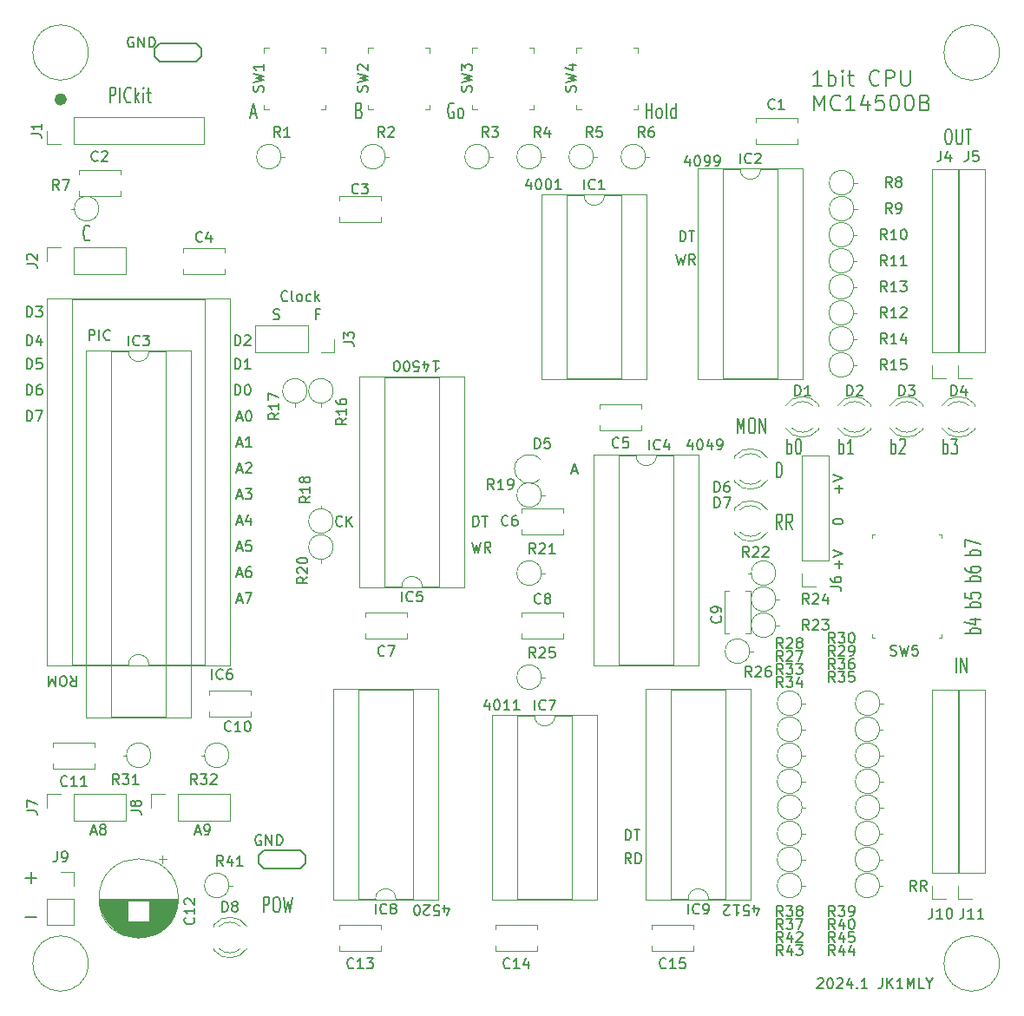
<source format=gbr>
%TF.GenerationSoftware,KiCad,Pcbnew,7.0.2-0*%
%TF.CreationDate,2024-01-28T22:05:15+09:00*%
%TF.ProjectId,cpu-bd,6370752d-6264-42e6-9b69-6361645f7063,rev?*%
%TF.SameCoordinates,Original*%
%TF.FileFunction,Legend,Top*%
%TF.FilePolarity,Positive*%
%FSLAX46Y46*%
G04 Gerber Fmt 4.6, Leading zero omitted, Abs format (unit mm)*
G04 Created by KiCad (PCBNEW 7.0.2-0) date 2024-01-28 22:05:15*
%MOMM*%
%LPD*%
G01*
G04 APERTURE LIST*
%ADD10C,0.608000*%
%ADD11C,0.150000*%
%ADD12C,0.120000*%
%ADD13C,0.100000*%
G04 APERTURE END LIST*
D10*
X99364000Y-47752000D02*
G75*
G03*
X99364000Y-47752000I-304000J0D01*
G01*
D11*
X95742095Y-68965619D02*
X95742095Y-67965619D01*
X95742095Y-67965619D02*
X95980190Y-67965619D01*
X95980190Y-67965619D02*
X96123047Y-68013238D01*
X96123047Y-68013238D02*
X96218285Y-68108476D01*
X96218285Y-68108476D02*
X96265904Y-68203714D01*
X96265904Y-68203714D02*
X96313523Y-68394190D01*
X96313523Y-68394190D02*
X96313523Y-68537047D01*
X96313523Y-68537047D02*
X96265904Y-68727523D01*
X96265904Y-68727523D02*
X96218285Y-68822761D01*
X96218285Y-68822761D02*
X96123047Y-68918000D01*
X96123047Y-68918000D02*
X95980190Y-68965619D01*
X95980190Y-68965619D02*
X95742095Y-68965619D01*
X96646857Y-67965619D02*
X97265904Y-67965619D01*
X97265904Y-67965619D02*
X96932571Y-68346571D01*
X96932571Y-68346571D02*
X97075428Y-68346571D01*
X97075428Y-68346571D02*
X97170666Y-68394190D01*
X97170666Y-68394190D02*
X97218285Y-68441809D01*
X97218285Y-68441809D02*
X97265904Y-68537047D01*
X97265904Y-68537047D02*
X97265904Y-68775142D01*
X97265904Y-68775142D02*
X97218285Y-68870380D01*
X97218285Y-68870380D02*
X97170666Y-68918000D01*
X97170666Y-68918000D02*
X97075428Y-68965619D01*
X97075428Y-68965619D02*
X96789714Y-68965619D01*
X96789714Y-68965619D02*
X96694476Y-68918000D01*
X96694476Y-68918000D02*
X96646857Y-68870380D01*
X116268476Y-96619904D02*
X116744666Y-96619904D01*
X116173238Y-96905619D02*
X116506571Y-95905619D01*
X116506571Y-95905619D02*
X116839904Y-96905619D01*
X117078000Y-95905619D02*
X117744666Y-95905619D01*
X117744666Y-95905619D02*
X117316095Y-96905619D01*
X135382095Y-73274380D02*
X135953523Y-73274380D01*
X135667809Y-73274380D02*
X135667809Y-74274380D01*
X135667809Y-74274380D02*
X135763047Y-74131523D01*
X135763047Y-74131523D02*
X135858285Y-74036285D01*
X135858285Y-74036285D02*
X135953523Y-73988666D01*
X134524952Y-73941047D02*
X134524952Y-73274380D01*
X134763047Y-74322000D02*
X135001142Y-73607714D01*
X135001142Y-73607714D02*
X134382095Y-73607714D01*
X133524952Y-74274380D02*
X134001142Y-74274380D01*
X134001142Y-74274380D02*
X134048761Y-73798190D01*
X134048761Y-73798190D02*
X134001142Y-73845809D01*
X134001142Y-73845809D02*
X133905904Y-73893428D01*
X133905904Y-73893428D02*
X133667809Y-73893428D01*
X133667809Y-73893428D02*
X133572571Y-73845809D01*
X133572571Y-73845809D02*
X133524952Y-73798190D01*
X133524952Y-73798190D02*
X133477333Y-73702952D01*
X133477333Y-73702952D02*
X133477333Y-73464857D01*
X133477333Y-73464857D02*
X133524952Y-73369619D01*
X133524952Y-73369619D02*
X133572571Y-73322000D01*
X133572571Y-73322000D02*
X133667809Y-73274380D01*
X133667809Y-73274380D02*
X133905904Y-73274380D01*
X133905904Y-73274380D02*
X134001142Y-73322000D01*
X134001142Y-73322000D02*
X134048761Y-73369619D01*
X132858285Y-74274380D02*
X132763047Y-74274380D01*
X132763047Y-74274380D02*
X132667809Y-74226761D01*
X132667809Y-74226761D02*
X132620190Y-74179142D01*
X132620190Y-74179142D02*
X132572571Y-74083904D01*
X132572571Y-74083904D02*
X132524952Y-73893428D01*
X132524952Y-73893428D02*
X132524952Y-73655333D01*
X132524952Y-73655333D02*
X132572571Y-73464857D01*
X132572571Y-73464857D02*
X132620190Y-73369619D01*
X132620190Y-73369619D02*
X132667809Y-73322000D01*
X132667809Y-73322000D02*
X132763047Y-73274380D01*
X132763047Y-73274380D02*
X132858285Y-73274380D01*
X132858285Y-73274380D02*
X132953523Y-73322000D01*
X132953523Y-73322000D02*
X133001142Y-73369619D01*
X133001142Y-73369619D02*
X133048761Y-73464857D01*
X133048761Y-73464857D02*
X133096380Y-73655333D01*
X133096380Y-73655333D02*
X133096380Y-73893428D01*
X133096380Y-73893428D02*
X133048761Y-74083904D01*
X133048761Y-74083904D02*
X133001142Y-74179142D01*
X133001142Y-74179142D02*
X132953523Y-74226761D01*
X132953523Y-74226761D02*
X132858285Y-74274380D01*
X131905904Y-74274380D02*
X131810666Y-74274380D01*
X131810666Y-74274380D02*
X131715428Y-74226761D01*
X131715428Y-74226761D02*
X131667809Y-74179142D01*
X131667809Y-74179142D02*
X131620190Y-74083904D01*
X131620190Y-74083904D02*
X131572571Y-73893428D01*
X131572571Y-73893428D02*
X131572571Y-73655333D01*
X131572571Y-73655333D02*
X131620190Y-73464857D01*
X131620190Y-73464857D02*
X131667809Y-73369619D01*
X131667809Y-73369619D02*
X131715428Y-73322000D01*
X131715428Y-73322000D02*
X131810666Y-73274380D01*
X131810666Y-73274380D02*
X131905904Y-73274380D01*
X131905904Y-73274380D02*
X132001142Y-73322000D01*
X132001142Y-73322000D02*
X132048761Y-73369619D01*
X132048761Y-73369619D02*
X132096380Y-73464857D01*
X132096380Y-73464857D02*
X132143999Y-73655333D01*
X132143999Y-73655333D02*
X132143999Y-73893428D01*
X132143999Y-73893428D02*
X132096380Y-74083904D01*
X132096380Y-74083904D02*
X132048761Y-74179142D01*
X132048761Y-74179142D02*
X132001142Y-74226761D01*
X132001142Y-74226761D02*
X131905904Y-74274380D01*
X185150095Y-82366428D02*
X185150095Y-80866428D01*
X185150095Y-81437857D02*
X185245333Y-81366428D01*
X185245333Y-81366428D02*
X185435809Y-81366428D01*
X185435809Y-81366428D02*
X185531047Y-81437857D01*
X185531047Y-81437857D02*
X185578666Y-81509285D01*
X185578666Y-81509285D02*
X185626285Y-81652142D01*
X185626285Y-81652142D02*
X185626285Y-82080714D01*
X185626285Y-82080714D02*
X185578666Y-82223571D01*
X185578666Y-82223571D02*
X185531047Y-82295000D01*
X185531047Y-82295000D02*
X185435809Y-82366428D01*
X185435809Y-82366428D02*
X185245333Y-82366428D01*
X185245333Y-82366428D02*
X185150095Y-82295000D01*
X185959619Y-80866428D02*
X186578666Y-80866428D01*
X186578666Y-80866428D02*
X186245333Y-81437857D01*
X186245333Y-81437857D02*
X186388190Y-81437857D01*
X186388190Y-81437857D02*
X186483428Y-81509285D01*
X186483428Y-81509285D02*
X186531047Y-81580714D01*
X186531047Y-81580714D02*
X186578666Y-81723571D01*
X186578666Y-81723571D02*
X186578666Y-82080714D01*
X186578666Y-82080714D02*
X186531047Y-82223571D01*
X186531047Y-82223571D02*
X186483428Y-82295000D01*
X186483428Y-82295000D02*
X186388190Y-82366428D01*
X186388190Y-82366428D02*
X186102476Y-82366428D01*
X186102476Y-82366428D02*
X186007238Y-82295000D01*
X186007238Y-82295000D02*
X185959619Y-82223571D01*
X169910095Y-82366428D02*
X169910095Y-80866428D01*
X169910095Y-81437857D02*
X170005333Y-81366428D01*
X170005333Y-81366428D02*
X170195809Y-81366428D01*
X170195809Y-81366428D02*
X170291047Y-81437857D01*
X170291047Y-81437857D02*
X170338666Y-81509285D01*
X170338666Y-81509285D02*
X170386285Y-81652142D01*
X170386285Y-81652142D02*
X170386285Y-82080714D01*
X170386285Y-82080714D02*
X170338666Y-82223571D01*
X170338666Y-82223571D02*
X170291047Y-82295000D01*
X170291047Y-82295000D02*
X170195809Y-82366428D01*
X170195809Y-82366428D02*
X170005333Y-82366428D01*
X170005333Y-82366428D02*
X169910095Y-82295000D01*
X171005333Y-80866428D02*
X171100571Y-80866428D01*
X171100571Y-80866428D02*
X171195809Y-80937857D01*
X171195809Y-80937857D02*
X171243428Y-81009285D01*
X171243428Y-81009285D02*
X171291047Y-81152142D01*
X171291047Y-81152142D02*
X171338666Y-81437857D01*
X171338666Y-81437857D02*
X171338666Y-81795000D01*
X171338666Y-81795000D02*
X171291047Y-82080714D01*
X171291047Y-82080714D02*
X171243428Y-82223571D01*
X171243428Y-82223571D02*
X171195809Y-82295000D01*
X171195809Y-82295000D02*
X171100571Y-82366428D01*
X171100571Y-82366428D02*
X171005333Y-82366428D01*
X171005333Y-82366428D02*
X170910095Y-82295000D01*
X170910095Y-82295000D02*
X170862476Y-82223571D01*
X170862476Y-82223571D02*
X170814857Y-82080714D01*
X170814857Y-82080714D02*
X170767238Y-81795000D01*
X170767238Y-81795000D02*
X170767238Y-81437857D01*
X170767238Y-81437857D02*
X170814857Y-81152142D01*
X170814857Y-81152142D02*
X170862476Y-81009285D01*
X170862476Y-81009285D02*
X170910095Y-80937857D01*
X170910095Y-80937857D02*
X171005333Y-80866428D01*
X159496095Y-61599619D02*
X159496095Y-60599619D01*
X159496095Y-60599619D02*
X159734190Y-60599619D01*
X159734190Y-60599619D02*
X159877047Y-60647238D01*
X159877047Y-60647238D02*
X159972285Y-60742476D01*
X159972285Y-60742476D02*
X160019904Y-60837714D01*
X160019904Y-60837714D02*
X160067523Y-61028190D01*
X160067523Y-61028190D02*
X160067523Y-61171047D01*
X160067523Y-61171047D02*
X160019904Y-61361523D01*
X160019904Y-61361523D02*
X159972285Y-61456761D01*
X159972285Y-61456761D02*
X159877047Y-61552000D01*
X159877047Y-61552000D02*
X159734190Y-61599619D01*
X159734190Y-61599619D02*
X159496095Y-61599619D01*
X160353238Y-60599619D02*
X160924666Y-60599619D01*
X160638952Y-61599619D02*
X160638952Y-60599619D01*
X139207857Y-90952619D02*
X139445952Y-91952619D01*
X139445952Y-91952619D02*
X139636428Y-91238333D01*
X139636428Y-91238333D02*
X139826904Y-91952619D01*
X139826904Y-91952619D02*
X140065000Y-90952619D01*
X141017380Y-91952619D02*
X140684047Y-91476428D01*
X140445952Y-91952619D02*
X140445952Y-90952619D01*
X140445952Y-90952619D02*
X140826904Y-90952619D01*
X140826904Y-90952619D02*
X140922142Y-91000238D01*
X140922142Y-91000238D02*
X140969761Y-91047857D01*
X140969761Y-91047857D02*
X141017380Y-91143095D01*
X141017380Y-91143095D02*
X141017380Y-91285952D01*
X141017380Y-91285952D02*
X140969761Y-91381190D01*
X140969761Y-91381190D02*
X140922142Y-91428809D01*
X140922142Y-91428809D02*
X140826904Y-91476428D01*
X140826904Y-91476428D02*
X140445952Y-91476428D01*
X119824476Y-69172000D02*
X119967333Y-69219619D01*
X119967333Y-69219619D02*
X120205428Y-69219619D01*
X120205428Y-69219619D02*
X120300666Y-69172000D01*
X120300666Y-69172000D02*
X120348285Y-69124380D01*
X120348285Y-69124380D02*
X120395904Y-69029142D01*
X120395904Y-69029142D02*
X120395904Y-68933904D01*
X120395904Y-68933904D02*
X120348285Y-68838666D01*
X120348285Y-68838666D02*
X120300666Y-68791047D01*
X120300666Y-68791047D02*
X120205428Y-68743428D01*
X120205428Y-68743428D02*
X120014952Y-68695809D01*
X120014952Y-68695809D02*
X119919714Y-68648190D01*
X119919714Y-68648190D02*
X119872095Y-68600571D01*
X119872095Y-68600571D02*
X119824476Y-68505333D01*
X119824476Y-68505333D02*
X119824476Y-68410095D01*
X119824476Y-68410095D02*
X119872095Y-68314857D01*
X119872095Y-68314857D02*
X119919714Y-68267238D01*
X119919714Y-68267238D02*
X120014952Y-68219619D01*
X120014952Y-68219619D02*
X120253047Y-68219619D01*
X120253047Y-68219619D02*
X120395904Y-68267238D01*
X166719333Y-127027047D02*
X166719333Y-126360380D01*
X166957428Y-127408000D02*
X167195523Y-126693714D01*
X167195523Y-126693714D02*
X166576476Y-126693714D01*
X165719333Y-127360380D02*
X166195523Y-127360380D01*
X166195523Y-127360380D02*
X166243142Y-126884190D01*
X166243142Y-126884190D02*
X166195523Y-126931809D01*
X166195523Y-126931809D02*
X166100285Y-126979428D01*
X166100285Y-126979428D02*
X165862190Y-126979428D01*
X165862190Y-126979428D02*
X165766952Y-126931809D01*
X165766952Y-126931809D02*
X165719333Y-126884190D01*
X165719333Y-126884190D02*
X165671714Y-126788952D01*
X165671714Y-126788952D02*
X165671714Y-126550857D01*
X165671714Y-126550857D02*
X165719333Y-126455619D01*
X165719333Y-126455619D02*
X165766952Y-126408000D01*
X165766952Y-126408000D02*
X165862190Y-126360380D01*
X165862190Y-126360380D02*
X166100285Y-126360380D01*
X166100285Y-126360380D02*
X166195523Y-126408000D01*
X166195523Y-126408000D02*
X166243142Y-126455619D01*
X164719333Y-126360380D02*
X165290761Y-126360380D01*
X165005047Y-126360380D02*
X165005047Y-127360380D01*
X165005047Y-127360380D02*
X165100285Y-127217523D01*
X165100285Y-127217523D02*
X165195523Y-127122285D01*
X165195523Y-127122285D02*
X165290761Y-127074666D01*
X164338380Y-127265142D02*
X164290761Y-127312761D01*
X164290761Y-127312761D02*
X164195523Y-127360380D01*
X164195523Y-127360380D02*
X163957428Y-127360380D01*
X163957428Y-127360380D02*
X163862190Y-127312761D01*
X163862190Y-127312761D02*
X163814571Y-127265142D01*
X163814571Y-127265142D02*
X163766952Y-127169904D01*
X163766952Y-127169904D02*
X163766952Y-127074666D01*
X163766952Y-127074666D02*
X163814571Y-126931809D01*
X163814571Y-126931809D02*
X164385999Y-126360380D01*
X164385999Y-126360380D02*
X163766952Y-126360380D01*
X116062095Y-74045619D02*
X116062095Y-73045619D01*
X116062095Y-73045619D02*
X116300190Y-73045619D01*
X116300190Y-73045619D02*
X116443047Y-73093238D01*
X116443047Y-73093238D02*
X116538285Y-73188476D01*
X116538285Y-73188476D02*
X116585904Y-73283714D01*
X116585904Y-73283714D02*
X116633523Y-73474190D01*
X116633523Y-73474190D02*
X116633523Y-73617047D01*
X116633523Y-73617047D02*
X116585904Y-73807523D01*
X116585904Y-73807523D02*
X116538285Y-73902761D01*
X116538285Y-73902761D02*
X116443047Y-73998000D01*
X116443047Y-73998000D02*
X116300190Y-74045619D01*
X116300190Y-74045619D02*
X116062095Y-74045619D01*
X117585904Y-74045619D02*
X117014476Y-74045619D01*
X117300190Y-74045619D02*
X117300190Y-73045619D01*
X117300190Y-73045619D02*
X117204952Y-73188476D01*
X117204952Y-73188476D02*
X117109714Y-73283714D01*
X117109714Y-73283714D02*
X117014476Y-73331333D01*
X165084095Y-80334428D02*
X165084095Y-78834428D01*
X165084095Y-78834428D02*
X165417428Y-79905857D01*
X165417428Y-79905857D02*
X165750761Y-78834428D01*
X165750761Y-78834428D02*
X165750761Y-80334428D01*
X166417428Y-78834428D02*
X166607904Y-78834428D01*
X166607904Y-78834428D02*
X166703142Y-78905857D01*
X166703142Y-78905857D02*
X166798380Y-79048714D01*
X166798380Y-79048714D02*
X166845999Y-79334428D01*
X166845999Y-79334428D02*
X166845999Y-79834428D01*
X166845999Y-79834428D02*
X166798380Y-80120142D01*
X166798380Y-80120142D02*
X166703142Y-80263000D01*
X166703142Y-80263000D02*
X166607904Y-80334428D01*
X166607904Y-80334428D02*
X166417428Y-80334428D01*
X166417428Y-80334428D02*
X166322190Y-80263000D01*
X166322190Y-80263000D02*
X166226952Y-80120142D01*
X166226952Y-80120142D02*
X166179333Y-79834428D01*
X166179333Y-79834428D02*
X166179333Y-79334428D01*
X166179333Y-79334428D02*
X166226952Y-79048714D01*
X166226952Y-79048714D02*
X166322190Y-78905857D01*
X166322190Y-78905857D02*
X166417428Y-78834428D01*
X167274571Y-80334428D02*
X167274571Y-78834428D01*
X167274571Y-78834428D02*
X167845999Y-80334428D01*
X167845999Y-80334428D02*
X167845999Y-78834428D01*
X102044476Y-119225904D02*
X102520666Y-119225904D01*
X101949238Y-119511619D02*
X102282571Y-118511619D01*
X102282571Y-118511619D02*
X102615904Y-119511619D01*
X103092095Y-118940190D02*
X102996857Y-118892571D01*
X102996857Y-118892571D02*
X102949238Y-118844952D01*
X102949238Y-118844952D02*
X102901619Y-118749714D01*
X102901619Y-118749714D02*
X102901619Y-118702095D01*
X102901619Y-118702095D02*
X102949238Y-118606857D01*
X102949238Y-118606857D02*
X102996857Y-118559238D01*
X102996857Y-118559238D02*
X103092095Y-118511619D01*
X103092095Y-118511619D02*
X103282571Y-118511619D01*
X103282571Y-118511619D02*
X103377809Y-118559238D01*
X103377809Y-118559238D02*
X103425428Y-118606857D01*
X103425428Y-118606857D02*
X103473047Y-118702095D01*
X103473047Y-118702095D02*
X103473047Y-118749714D01*
X103473047Y-118749714D02*
X103425428Y-118844952D01*
X103425428Y-118844952D02*
X103377809Y-118892571D01*
X103377809Y-118892571D02*
X103282571Y-118940190D01*
X103282571Y-118940190D02*
X103092095Y-118940190D01*
X103092095Y-118940190D02*
X102996857Y-118987809D01*
X102996857Y-118987809D02*
X102949238Y-119035428D01*
X102949238Y-119035428D02*
X102901619Y-119130666D01*
X102901619Y-119130666D02*
X102901619Y-119321142D01*
X102901619Y-119321142D02*
X102949238Y-119416380D01*
X102949238Y-119416380D02*
X102996857Y-119464000D01*
X102996857Y-119464000D02*
X103092095Y-119511619D01*
X103092095Y-119511619D02*
X103282571Y-119511619D01*
X103282571Y-119511619D02*
X103377809Y-119464000D01*
X103377809Y-119464000D02*
X103425428Y-119416380D01*
X103425428Y-119416380D02*
X103473047Y-119321142D01*
X103473047Y-119321142D02*
X103473047Y-119130666D01*
X103473047Y-119130666D02*
X103425428Y-119035428D01*
X103425428Y-119035428D02*
X103377809Y-118987809D01*
X103377809Y-118987809D02*
X103282571Y-118940190D01*
X180070095Y-82366428D02*
X180070095Y-80866428D01*
X180070095Y-81437857D02*
X180165333Y-81366428D01*
X180165333Y-81366428D02*
X180355809Y-81366428D01*
X180355809Y-81366428D02*
X180451047Y-81437857D01*
X180451047Y-81437857D02*
X180498666Y-81509285D01*
X180498666Y-81509285D02*
X180546285Y-81652142D01*
X180546285Y-81652142D02*
X180546285Y-82080714D01*
X180546285Y-82080714D02*
X180498666Y-82223571D01*
X180498666Y-82223571D02*
X180451047Y-82295000D01*
X180451047Y-82295000D02*
X180355809Y-82366428D01*
X180355809Y-82366428D02*
X180165333Y-82366428D01*
X180165333Y-82366428D02*
X180070095Y-82295000D01*
X180927238Y-81009285D02*
X180974857Y-80937857D01*
X180974857Y-80937857D02*
X181070095Y-80866428D01*
X181070095Y-80866428D02*
X181308190Y-80866428D01*
X181308190Y-80866428D02*
X181403428Y-80937857D01*
X181403428Y-80937857D02*
X181451047Y-81009285D01*
X181451047Y-81009285D02*
X181498666Y-81152142D01*
X181498666Y-81152142D02*
X181498666Y-81295000D01*
X181498666Y-81295000D02*
X181451047Y-81509285D01*
X181451047Y-81509285D02*
X180879619Y-82366428D01*
X180879619Y-82366428D02*
X181498666Y-82366428D01*
X174990095Y-82366428D02*
X174990095Y-80866428D01*
X174990095Y-81437857D02*
X175085333Y-81366428D01*
X175085333Y-81366428D02*
X175275809Y-81366428D01*
X175275809Y-81366428D02*
X175371047Y-81437857D01*
X175371047Y-81437857D02*
X175418666Y-81509285D01*
X175418666Y-81509285D02*
X175466285Y-81652142D01*
X175466285Y-81652142D02*
X175466285Y-82080714D01*
X175466285Y-82080714D02*
X175418666Y-82223571D01*
X175418666Y-82223571D02*
X175371047Y-82295000D01*
X175371047Y-82295000D02*
X175275809Y-82366428D01*
X175275809Y-82366428D02*
X175085333Y-82366428D01*
X175085333Y-82366428D02*
X174990095Y-82295000D01*
X176418666Y-82366428D02*
X175847238Y-82366428D01*
X176132952Y-82366428D02*
X176132952Y-80866428D01*
X176132952Y-80866428D02*
X176037714Y-81080714D01*
X176037714Y-81080714D02*
X175942476Y-81223571D01*
X175942476Y-81223571D02*
X175847238Y-81295000D01*
X175010666Y-93487904D02*
X175010666Y-92726000D01*
X175391619Y-93106952D02*
X174629714Y-93106952D01*
X174391619Y-92392666D02*
X175391619Y-92059333D01*
X175391619Y-92059333D02*
X174391619Y-91726000D01*
X188792428Y-94757904D02*
X187292428Y-94757904D01*
X187863857Y-94757904D02*
X187792428Y-94662666D01*
X187792428Y-94662666D02*
X187792428Y-94472190D01*
X187792428Y-94472190D02*
X187863857Y-94376952D01*
X187863857Y-94376952D02*
X187935285Y-94329333D01*
X187935285Y-94329333D02*
X188078142Y-94281714D01*
X188078142Y-94281714D02*
X188506714Y-94281714D01*
X188506714Y-94281714D02*
X188649571Y-94329333D01*
X188649571Y-94329333D02*
X188721000Y-94376952D01*
X188721000Y-94376952D02*
X188792428Y-94472190D01*
X188792428Y-94472190D02*
X188792428Y-94662666D01*
X188792428Y-94662666D02*
X188721000Y-94757904D01*
X187292428Y-93424571D02*
X187292428Y-93615047D01*
X187292428Y-93615047D02*
X187363857Y-93710285D01*
X187363857Y-93710285D02*
X187435285Y-93757904D01*
X187435285Y-93757904D02*
X187649571Y-93853142D01*
X187649571Y-93853142D02*
X187935285Y-93900761D01*
X187935285Y-93900761D02*
X188506714Y-93900761D01*
X188506714Y-93900761D02*
X188649571Y-93853142D01*
X188649571Y-93853142D02*
X188721000Y-93805523D01*
X188721000Y-93805523D02*
X188792428Y-93710285D01*
X188792428Y-93710285D02*
X188792428Y-93519809D01*
X188792428Y-93519809D02*
X188721000Y-93424571D01*
X188721000Y-93424571D02*
X188649571Y-93376952D01*
X188649571Y-93376952D02*
X188506714Y-93329333D01*
X188506714Y-93329333D02*
X188149571Y-93329333D01*
X188149571Y-93329333D02*
X188006714Y-93376952D01*
X188006714Y-93376952D02*
X187935285Y-93424571D01*
X187935285Y-93424571D02*
X187863857Y-93519809D01*
X187863857Y-93519809D02*
X187863857Y-93710285D01*
X187863857Y-93710285D02*
X187935285Y-93805523D01*
X187935285Y-93805523D02*
X188006714Y-93853142D01*
X188006714Y-93853142D02*
X188149571Y-93900761D01*
X137413904Y-48171857D02*
X137318666Y-48100428D01*
X137318666Y-48100428D02*
X137175809Y-48100428D01*
X137175809Y-48100428D02*
X137032952Y-48171857D01*
X137032952Y-48171857D02*
X136937714Y-48314714D01*
X136937714Y-48314714D02*
X136890095Y-48457571D01*
X136890095Y-48457571D02*
X136842476Y-48743285D01*
X136842476Y-48743285D02*
X136842476Y-48957571D01*
X136842476Y-48957571D02*
X136890095Y-49243285D01*
X136890095Y-49243285D02*
X136937714Y-49386142D01*
X136937714Y-49386142D02*
X137032952Y-49529000D01*
X137032952Y-49529000D02*
X137175809Y-49600428D01*
X137175809Y-49600428D02*
X137271047Y-49600428D01*
X137271047Y-49600428D02*
X137413904Y-49529000D01*
X137413904Y-49529000D02*
X137461523Y-49457571D01*
X137461523Y-49457571D02*
X137461523Y-48957571D01*
X137461523Y-48957571D02*
X137271047Y-48957571D01*
X138032952Y-49600428D02*
X137937714Y-49529000D01*
X137937714Y-49529000D02*
X137890095Y-49457571D01*
X137890095Y-49457571D02*
X137842476Y-49314714D01*
X137842476Y-49314714D02*
X137842476Y-48886142D01*
X137842476Y-48886142D02*
X137890095Y-48743285D01*
X137890095Y-48743285D02*
X137937714Y-48671857D01*
X137937714Y-48671857D02*
X138032952Y-48600428D01*
X138032952Y-48600428D02*
X138175809Y-48600428D01*
X138175809Y-48600428D02*
X138271047Y-48671857D01*
X138271047Y-48671857D02*
X138318666Y-48743285D01*
X138318666Y-48743285D02*
X138366285Y-48886142D01*
X138366285Y-48886142D02*
X138366285Y-49314714D01*
X138366285Y-49314714D02*
X138318666Y-49457571D01*
X138318666Y-49457571D02*
X138271047Y-49529000D01*
X138271047Y-49529000D02*
X138175809Y-49600428D01*
X138175809Y-49600428D02*
X138032952Y-49600428D01*
X139303095Y-89412619D02*
X139303095Y-88412619D01*
X139303095Y-88412619D02*
X139541190Y-88412619D01*
X139541190Y-88412619D02*
X139684047Y-88460238D01*
X139684047Y-88460238D02*
X139779285Y-88555476D01*
X139779285Y-88555476D02*
X139826904Y-88650714D01*
X139826904Y-88650714D02*
X139874523Y-88841190D01*
X139874523Y-88841190D02*
X139874523Y-88984047D01*
X139874523Y-88984047D02*
X139826904Y-89174523D01*
X139826904Y-89174523D02*
X139779285Y-89269761D01*
X139779285Y-89269761D02*
X139684047Y-89365000D01*
X139684047Y-89365000D02*
X139541190Y-89412619D01*
X139541190Y-89412619D02*
X139303095Y-89412619D01*
X140160238Y-88412619D02*
X140731666Y-88412619D01*
X140445952Y-89412619D02*
X140445952Y-88412619D01*
X174391619Y-88979428D02*
X174391619Y-88884190D01*
X174391619Y-88884190D02*
X174439238Y-88788952D01*
X174439238Y-88788952D02*
X174486857Y-88741333D01*
X174486857Y-88741333D02*
X174582095Y-88693714D01*
X174582095Y-88693714D02*
X174772571Y-88646095D01*
X174772571Y-88646095D02*
X175010666Y-88646095D01*
X175010666Y-88646095D02*
X175201142Y-88693714D01*
X175201142Y-88693714D02*
X175296380Y-88741333D01*
X175296380Y-88741333D02*
X175344000Y-88788952D01*
X175344000Y-88788952D02*
X175391619Y-88884190D01*
X175391619Y-88884190D02*
X175391619Y-88979428D01*
X175391619Y-88979428D02*
X175344000Y-89074666D01*
X175344000Y-89074666D02*
X175296380Y-89122285D01*
X175296380Y-89122285D02*
X175201142Y-89169904D01*
X175201142Y-89169904D02*
X175010666Y-89217523D01*
X175010666Y-89217523D02*
X174772571Y-89217523D01*
X174772571Y-89217523D02*
X174582095Y-89169904D01*
X174582095Y-89169904D02*
X174486857Y-89122285D01*
X174486857Y-89122285D02*
X174439238Y-89074666D01*
X174439238Y-89074666D02*
X174391619Y-88979428D01*
X172910476Y-133592857D02*
X172958095Y-133545238D01*
X172958095Y-133545238D02*
X173053333Y-133497619D01*
X173053333Y-133497619D02*
X173291428Y-133497619D01*
X173291428Y-133497619D02*
X173386666Y-133545238D01*
X173386666Y-133545238D02*
X173434285Y-133592857D01*
X173434285Y-133592857D02*
X173481904Y-133688095D01*
X173481904Y-133688095D02*
X173481904Y-133783333D01*
X173481904Y-133783333D02*
X173434285Y-133926190D01*
X173434285Y-133926190D02*
X172862857Y-134497619D01*
X172862857Y-134497619D02*
X173481904Y-134497619D01*
X174100952Y-133497619D02*
X174196190Y-133497619D01*
X174196190Y-133497619D02*
X174291428Y-133545238D01*
X174291428Y-133545238D02*
X174339047Y-133592857D01*
X174339047Y-133592857D02*
X174386666Y-133688095D01*
X174386666Y-133688095D02*
X174434285Y-133878571D01*
X174434285Y-133878571D02*
X174434285Y-134116666D01*
X174434285Y-134116666D02*
X174386666Y-134307142D01*
X174386666Y-134307142D02*
X174339047Y-134402380D01*
X174339047Y-134402380D02*
X174291428Y-134450000D01*
X174291428Y-134450000D02*
X174196190Y-134497619D01*
X174196190Y-134497619D02*
X174100952Y-134497619D01*
X174100952Y-134497619D02*
X174005714Y-134450000D01*
X174005714Y-134450000D02*
X173958095Y-134402380D01*
X173958095Y-134402380D02*
X173910476Y-134307142D01*
X173910476Y-134307142D02*
X173862857Y-134116666D01*
X173862857Y-134116666D02*
X173862857Y-133878571D01*
X173862857Y-133878571D02*
X173910476Y-133688095D01*
X173910476Y-133688095D02*
X173958095Y-133592857D01*
X173958095Y-133592857D02*
X174005714Y-133545238D01*
X174005714Y-133545238D02*
X174100952Y-133497619D01*
X174815238Y-133592857D02*
X174862857Y-133545238D01*
X174862857Y-133545238D02*
X174958095Y-133497619D01*
X174958095Y-133497619D02*
X175196190Y-133497619D01*
X175196190Y-133497619D02*
X175291428Y-133545238D01*
X175291428Y-133545238D02*
X175339047Y-133592857D01*
X175339047Y-133592857D02*
X175386666Y-133688095D01*
X175386666Y-133688095D02*
X175386666Y-133783333D01*
X175386666Y-133783333D02*
X175339047Y-133926190D01*
X175339047Y-133926190D02*
X174767619Y-134497619D01*
X174767619Y-134497619D02*
X175386666Y-134497619D01*
X176243809Y-133830952D02*
X176243809Y-134497619D01*
X176005714Y-133450000D02*
X175767619Y-134164285D01*
X175767619Y-134164285D02*
X176386666Y-134164285D01*
X176767619Y-134402380D02*
X176815238Y-134450000D01*
X176815238Y-134450000D02*
X176767619Y-134497619D01*
X176767619Y-134497619D02*
X176720000Y-134450000D01*
X176720000Y-134450000D02*
X176767619Y-134402380D01*
X176767619Y-134402380D02*
X176767619Y-134497619D01*
X177767618Y-134497619D02*
X177196190Y-134497619D01*
X177481904Y-134497619D02*
X177481904Y-133497619D01*
X177481904Y-133497619D02*
X177386666Y-133640476D01*
X177386666Y-133640476D02*
X177291428Y-133735714D01*
X177291428Y-133735714D02*
X177196190Y-133783333D01*
X179243809Y-133497619D02*
X179243809Y-134211904D01*
X179243809Y-134211904D02*
X179196190Y-134354761D01*
X179196190Y-134354761D02*
X179100952Y-134450000D01*
X179100952Y-134450000D02*
X178958095Y-134497619D01*
X178958095Y-134497619D02*
X178862857Y-134497619D01*
X179720000Y-134497619D02*
X179720000Y-133497619D01*
X180291428Y-134497619D02*
X179862857Y-133926190D01*
X180291428Y-133497619D02*
X179720000Y-134069047D01*
X181243809Y-134497619D02*
X180672381Y-134497619D01*
X180958095Y-134497619D02*
X180958095Y-133497619D01*
X180958095Y-133497619D02*
X180862857Y-133640476D01*
X180862857Y-133640476D02*
X180767619Y-133735714D01*
X180767619Y-133735714D02*
X180672381Y-133783333D01*
X181672381Y-134497619D02*
X181672381Y-133497619D01*
X181672381Y-133497619D02*
X182005714Y-134211904D01*
X182005714Y-134211904D02*
X182339047Y-133497619D01*
X182339047Y-133497619D02*
X182339047Y-134497619D01*
X183291428Y-134497619D02*
X182815238Y-134497619D01*
X182815238Y-134497619D02*
X182815238Y-133497619D01*
X183815238Y-134021428D02*
X183815238Y-134497619D01*
X183481905Y-133497619D02*
X183815238Y-134021428D01*
X183815238Y-134021428D02*
X184148571Y-133497619D01*
X188792428Y-92217904D02*
X187292428Y-92217904D01*
X187863857Y-92217904D02*
X187792428Y-92122666D01*
X187792428Y-92122666D02*
X187792428Y-91932190D01*
X187792428Y-91932190D02*
X187863857Y-91836952D01*
X187863857Y-91836952D02*
X187935285Y-91789333D01*
X187935285Y-91789333D02*
X188078142Y-91741714D01*
X188078142Y-91741714D02*
X188506714Y-91741714D01*
X188506714Y-91741714D02*
X188649571Y-91789333D01*
X188649571Y-91789333D02*
X188721000Y-91836952D01*
X188721000Y-91836952D02*
X188792428Y-91932190D01*
X188792428Y-91932190D02*
X188792428Y-92122666D01*
X188792428Y-92122666D02*
X188721000Y-92217904D01*
X187292428Y-91408380D02*
X187292428Y-90741714D01*
X187292428Y-90741714D02*
X188792428Y-91170285D01*
X182546523Y-124972619D02*
X182213190Y-124496428D01*
X181975095Y-124972619D02*
X181975095Y-123972619D01*
X181975095Y-123972619D02*
X182356047Y-123972619D01*
X182356047Y-123972619D02*
X182451285Y-124020238D01*
X182451285Y-124020238D02*
X182498904Y-124067857D01*
X182498904Y-124067857D02*
X182546523Y-124163095D01*
X182546523Y-124163095D02*
X182546523Y-124305952D01*
X182546523Y-124305952D02*
X182498904Y-124401190D01*
X182498904Y-124401190D02*
X182451285Y-124448809D01*
X182451285Y-124448809D02*
X182356047Y-124496428D01*
X182356047Y-124496428D02*
X181975095Y-124496428D01*
X183546523Y-124972619D02*
X183213190Y-124496428D01*
X182975095Y-124972619D02*
X182975095Y-123972619D01*
X182975095Y-123972619D02*
X183356047Y-123972619D01*
X183356047Y-123972619D02*
X183451285Y-124020238D01*
X183451285Y-124020238D02*
X183498904Y-124067857D01*
X183498904Y-124067857D02*
X183546523Y-124163095D01*
X183546523Y-124163095D02*
X183546523Y-124305952D01*
X183546523Y-124305952D02*
X183498904Y-124401190D01*
X183498904Y-124401190D02*
X183451285Y-124448809D01*
X183451285Y-124448809D02*
X183356047Y-124496428D01*
X183356047Y-124496428D02*
X182975095Y-124496428D01*
X160686666Y-81252952D02*
X160686666Y-81919619D01*
X160448571Y-80872000D02*
X160210476Y-81586285D01*
X160210476Y-81586285D02*
X160829523Y-81586285D01*
X161400952Y-80919619D02*
X161496190Y-80919619D01*
X161496190Y-80919619D02*
X161591428Y-80967238D01*
X161591428Y-80967238D02*
X161639047Y-81014857D01*
X161639047Y-81014857D02*
X161686666Y-81110095D01*
X161686666Y-81110095D02*
X161734285Y-81300571D01*
X161734285Y-81300571D02*
X161734285Y-81538666D01*
X161734285Y-81538666D02*
X161686666Y-81729142D01*
X161686666Y-81729142D02*
X161639047Y-81824380D01*
X161639047Y-81824380D02*
X161591428Y-81872000D01*
X161591428Y-81872000D02*
X161496190Y-81919619D01*
X161496190Y-81919619D02*
X161400952Y-81919619D01*
X161400952Y-81919619D02*
X161305714Y-81872000D01*
X161305714Y-81872000D02*
X161258095Y-81824380D01*
X161258095Y-81824380D02*
X161210476Y-81729142D01*
X161210476Y-81729142D02*
X161162857Y-81538666D01*
X161162857Y-81538666D02*
X161162857Y-81300571D01*
X161162857Y-81300571D02*
X161210476Y-81110095D01*
X161210476Y-81110095D02*
X161258095Y-81014857D01*
X161258095Y-81014857D02*
X161305714Y-80967238D01*
X161305714Y-80967238D02*
X161400952Y-80919619D01*
X162591428Y-81252952D02*
X162591428Y-81919619D01*
X162353333Y-80872000D02*
X162115238Y-81586285D01*
X162115238Y-81586285D02*
X162734285Y-81586285D01*
X163162857Y-81919619D02*
X163353333Y-81919619D01*
X163353333Y-81919619D02*
X163448571Y-81872000D01*
X163448571Y-81872000D02*
X163496190Y-81824380D01*
X163496190Y-81824380D02*
X163591428Y-81681523D01*
X163591428Y-81681523D02*
X163639047Y-81491047D01*
X163639047Y-81491047D02*
X163639047Y-81110095D01*
X163639047Y-81110095D02*
X163591428Y-81014857D01*
X163591428Y-81014857D02*
X163543809Y-80967238D01*
X163543809Y-80967238D02*
X163448571Y-80919619D01*
X163448571Y-80919619D02*
X163258095Y-80919619D01*
X163258095Y-80919619D02*
X163162857Y-80967238D01*
X163162857Y-80967238D02*
X163115238Y-81014857D01*
X163115238Y-81014857D02*
X163067619Y-81110095D01*
X163067619Y-81110095D02*
X163067619Y-81348190D01*
X163067619Y-81348190D02*
X163115238Y-81443428D01*
X163115238Y-81443428D02*
X163162857Y-81491047D01*
X163162857Y-81491047D02*
X163258095Y-81538666D01*
X163258095Y-81538666D02*
X163448571Y-81538666D01*
X163448571Y-81538666D02*
X163543809Y-81491047D01*
X163543809Y-81491047D02*
X163591428Y-81443428D01*
X163591428Y-81443428D02*
X163639047Y-81348190D01*
X186420095Y-103702428D02*
X186420095Y-102202428D01*
X186896285Y-103702428D02*
X186896285Y-102202428D01*
X186896285Y-102202428D02*
X187467713Y-103702428D01*
X187467713Y-103702428D02*
X187467713Y-102202428D01*
X168894095Y-84652428D02*
X168894095Y-83152428D01*
X168894095Y-83152428D02*
X169132190Y-83152428D01*
X169132190Y-83152428D02*
X169275047Y-83223857D01*
X169275047Y-83223857D02*
X169370285Y-83366714D01*
X169370285Y-83366714D02*
X169417904Y-83509571D01*
X169417904Y-83509571D02*
X169465523Y-83795285D01*
X169465523Y-83795285D02*
X169465523Y-84009571D01*
X169465523Y-84009571D02*
X169417904Y-84295285D01*
X169417904Y-84295285D02*
X169370285Y-84438142D01*
X169370285Y-84438142D02*
X169275047Y-84581000D01*
X169275047Y-84581000D02*
X169132190Y-84652428D01*
X169132190Y-84652428D02*
X168894095Y-84652428D01*
X101901523Y-61395571D02*
X101853904Y-61467000D01*
X101853904Y-61467000D02*
X101711047Y-61538428D01*
X101711047Y-61538428D02*
X101615809Y-61538428D01*
X101615809Y-61538428D02*
X101472952Y-61467000D01*
X101472952Y-61467000D02*
X101377714Y-61324142D01*
X101377714Y-61324142D02*
X101330095Y-61181285D01*
X101330095Y-61181285D02*
X101282476Y-60895571D01*
X101282476Y-60895571D02*
X101282476Y-60681285D01*
X101282476Y-60681285D02*
X101330095Y-60395571D01*
X101330095Y-60395571D02*
X101377714Y-60252714D01*
X101377714Y-60252714D02*
X101472952Y-60109857D01*
X101472952Y-60109857D02*
X101615809Y-60038428D01*
X101615809Y-60038428D02*
X101711047Y-60038428D01*
X101711047Y-60038428D02*
X101853904Y-60109857D01*
X101853904Y-60109857D02*
X101901523Y-60181285D01*
X160432666Y-53566952D02*
X160432666Y-54233619D01*
X160194571Y-53186000D02*
X159956476Y-53900285D01*
X159956476Y-53900285D02*
X160575523Y-53900285D01*
X161146952Y-53233619D02*
X161242190Y-53233619D01*
X161242190Y-53233619D02*
X161337428Y-53281238D01*
X161337428Y-53281238D02*
X161385047Y-53328857D01*
X161385047Y-53328857D02*
X161432666Y-53424095D01*
X161432666Y-53424095D02*
X161480285Y-53614571D01*
X161480285Y-53614571D02*
X161480285Y-53852666D01*
X161480285Y-53852666D02*
X161432666Y-54043142D01*
X161432666Y-54043142D02*
X161385047Y-54138380D01*
X161385047Y-54138380D02*
X161337428Y-54186000D01*
X161337428Y-54186000D02*
X161242190Y-54233619D01*
X161242190Y-54233619D02*
X161146952Y-54233619D01*
X161146952Y-54233619D02*
X161051714Y-54186000D01*
X161051714Y-54186000D02*
X161004095Y-54138380D01*
X161004095Y-54138380D02*
X160956476Y-54043142D01*
X160956476Y-54043142D02*
X160908857Y-53852666D01*
X160908857Y-53852666D02*
X160908857Y-53614571D01*
X160908857Y-53614571D02*
X160956476Y-53424095D01*
X160956476Y-53424095D02*
X161004095Y-53328857D01*
X161004095Y-53328857D02*
X161051714Y-53281238D01*
X161051714Y-53281238D02*
X161146952Y-53233619D01*
X161956476Y-54233619D02*
X162146952Y-54233619D01*
X162146952Y-54233619D02*
X162242190Y-54186000D01*
X162242190Y-54186000D02*
X162289809Y-54138380D01*
X162289809Y-54138380D02*
X162385047Y-53995523D01*
X162385047Y-53995523D02*
X162432666Y-53805047D01*
X162432666Y-53805047D02*
X162432666Y-53424095D01*
X162432666Y-53424095D02*
X162385047Y-53328857D01*
X162385047Y-53328857D02*
X162337428Y-53281238D01*
X162337428Y-53281238D02*
X162242190Y-53233619D01*
X162242190Y-53233619D02*
X162051714Y-53233619D01*
X162051714Y-53233619D02*
X161956476Y-53281238D01*
X161956476Y-53281238D02*
X161908857Y-53328857D01*
X161908857Y-53328857D02*
X161861238Y-53424095D01*
X161861238Y-53424095D02*
X161861238Y-53662190D01*
X161861238Y-53662190D02*
X161908857Y-53757428D01*
X161908857Y-53757428D02*
X161956476Y-53805047D01*
X161956476Y-53805047D02*
X162051714Y-53852666D01*
X162051714Y-53852666D02*
X162242190Y-53852666D01*
X162242190Y-53852666D02*
X162337428Y-53805047D01*
X162337428Y-53805047D02*
X162385047Y-53757428D01*
X162385047Y-53757428D02*
X162432666Y-53662190D01*
X162908857Y-54233619D02*
X163099333Y-54233619D01*
X163099333Y-54233619D02*
X163194571Y-54186000D01*
X163194571Y-54186000D02*
X163242190Y-54138380D01*
X163242190Y-54138380D02*
X163337428Y-53995523D01*
X163337428Y-53995523D02*
X163385047Y-53805047D01*
X163385047Y-53805047D02*
X163385047Y-53424095D01*
X163385047Y-53424095D02*
X163337428Y-53328857D01*
X163337428Y-53328857D02*
X163289809Y-53281238D01*
X163289809Y-53281238D02*
X163194571Y-53233619D01*
X163194571Y-53233619D02*
X163004095Y-53233619D01*
X163004095Y-53233619D02*
X162908857Y-53281238D01*
X162908857Y-53281238D02*
X162861238Y-53328857D01*
X162861238Y-53328857D02*
X162813619Y-53424095D01*
X162813619Y-53424095D02*
X162813619Y-53662190D01*
X162813619Y-53662190D02*
X162861238Y-53757428D01*
X162861238Y-53757428D02*
X162908857Y-53805047D01*
X162908857Y-53805047D02*
X163004095Y-53852666D01*
X163004095Y-53852666D02*
X163194571Y-53852666D01*
X163194571Y-53852666D02*
X163289809Y-53805047D01*
X163289809Y-53805047D02*
X163337428Y-53757428D01*
X163337428Y-53757428D02*
X163385047Y-53662190D01*
X103870095Y-48076428D02*
X103870095Y-46576428D01*
X103870095Y-46576428D02*
X104251047Y-46576428D01*
X104251047Y-46576428D02*
X104346285Y-46647857D01*
X104346285Y-46647857D02*
X104393904Y-46719285D01*
X104393904Y-46719285D02*
X104441523Y-46862142D01*
X104441523Y-46862142D02*
X104441523Y-47076428D01*
X104441523Y-47076428D02*
X104393904Y-47219285D01*
X104393904Y-47219285D02*
X104346285Y-47290714D01*
X104346285Y-47290714D02*
X104251047Y-47362142D01*
X104251047Y-47362142D02*
X103870095Y-47362142D01*
X104870095Y-48076428D02*
X104870095Y-46576428D01*
X105917713Y-47933571D02*
X105870094Y-48005000D01*
X105870094Y-48005000D02*
X105727237Y-48076428D01*
X105727237Y-48076428D02*
X105631999Y-48076428D01*
X105631999Y-48076428D02*
X105489142Y-48005000D01*
X105489142Y-48005000D02*
X105393904Y-47862142D01*
X105393904Y-47862142D02*
X105346285Y-47719285D01*
X105346285Y-47719285D02*
X105298666Y-47433571D01*
X105298666Y-47433571D02*
X105298666Y-47219285D01*
X105298666Y-47219285D02*
X105346285Y-46933571D01*
X105346285Y-46933571D02*
X105393904Y-46790714D01*
X105393904Y-46790714D02*
X105489142Y-46647857D01*
X105489142Y-46647857D02*
X105631999Y-46576428D01*
X105631999Y-46576428D02*
X105727237Y-46576428D01*
X105727237Y-46576428D02*
X105870094Y-46647857D01*
X105870094Y-46647857D02*
X105917713Y-46719285D01*
X106346285Y-48076428D02*
X106346285Y-46576428D01*
X106441523Y-47505000D02*
X106727237Y-48076428D01*
X106727237Y-47076428D02*
X106346285Y-47647857D01*
X107155809Y-48076428D02*
X107155809Y-47076428D01*
X107155809Y-46576428D02*
X107108190Y-46647857D01*
X107108190Y-46647857D02*
X107155809Y-46719285D01*
X107155809Y-46719285D02*
X107203428Y-46647857D01*
X107203428Y-46647857D02*
X107155809Y-46576428D01*
X107155809Y-46576428D02*
X107155809Y-46719285D01*
X107489142Y-47076428D02*
X107870094Y-47076428D01*
X107631999Y-46576428D02*
X107631999Y-47862142D01*
X107631999Y-47862142D02*
X107679618Y-48005000D01*
X107679618Y-48005000D02*
X107774856Y-48076428D01*
X107774856Y-48076428D02*
X107870094Y-48076428D01*
X169465523Y-89732428D02*
X169132190Y-89018142D01*
X168894095Y-89732428D02*
X168894095Y-88232428D01*
X168894095Y-88232428D02*
X169275047Y-88232428D01*
X169275047Y-88232428D02*
X169370285Y-88303857D01*
X169370285Y-88303857D02*
X169417904Y-88375285D01*
X169417904Y-88375285D02*
X169465523Y-88518142D01*
X169465523Y-88518142D02*
X169465523Y-88732428D01*
X169465523Y-88732428D02*
X169417904Y-88875285D01*
X169417904Y-88875285D02*
X169370285Y-88946714D01*
X169370285Y-88946714D02*
X169275047Y-89018142D01*
X169275047Y-89018142D02*
X168894095Y-89018142D01*
X170465523Y-89732428D02*
X170132190Y-89018142D01*
X169894095Y-89732428D02*
X169894095Y-88232428D01*
X169894095Y-88232428D02*
X170275047Y-88232428D01*
X170275047Y-88232428D02*
X170370285Y-88303857D01*
X170370285Y-88303857D02*
X170417904Y-88375285D01*
X170417904Y-88375285D02*
X170465523Y-88518142D01*
X170465523Y-88518142D02*
X170465523Y-88732428D01*
X170465523Y-88732428D02*
X170417904Y-88875285D01*
X170417904Y-88875285D02*
X170370285Y-88946714D01*
X170370285Y-88946714D02*
X170275047Y-89018142D01*
X170275047Y-89018142D02*
X169894095Y-89018142D01*
X116268476Y-78839904D02*
X116744666Y-78839904D01*
X116173238Y-79125619D02*
X116506571Y-78125619D01*
X116506571Y-78125619D02*
X116839904Y-79125619D01*
X117363714Y-78125619D02*
X117458952Y-78125619D01*
X117458952Y-78125619D02*
X117554190Y-78173238D01*
X117554190Y-78173238D02*
X117601809Y-78220857D01*
X117601809Y-78220857D02*
X117649428Y-78316095D01*
X117649428Y-78316095D02*
X117697047Y-78506571D01*
X117697047Y-78506571D02*
X117697047Y-78744666D01*
X117697047Y-78744666D02*
X117649428Y-78935142D01*
X117649428Y-78935142D02*
X117601809Y-79030380D01*
X117601809Y-79030380D02*
X117554190Y-79078000D01*
X117554190Y-79078000D02*
X117458952Y-79125619D01*
X117458952Y-79125619D02*
X117363714Y-79125619D01*
X117363714Y-79125619D02*
X117268476Y-79078000D01*
X117268476Y-79078000D02*
X117220857Y-79030380D01*
X117220857Y-79030380D02*
X117173238Y-78935142D01*
X117173238Y-78935142D02*
X117125619Y-78744666D01*
X117125619Y-78744666D02*
X117125619Y-78506571D01*
X117125619Y-78506571D02*
X117173238Y-78316095D01*
X117173238Y-78316095D02*
X117220857Y-78220857D01*
X117220857Y-78220857D02*
X117268476Y-78173238D01*
X117268476Y-78173238D02*
X117363714Y-78125619D01*
X126539523Y-89317380D02*
X126491904Y-89365000D01*
X126491904Y-89365000D02*
X126349047Y-89412619D01*
X126349047Y-89412619D02*
X126253809Y-89412619D01*
X126253809Y-89412619D02*
X126110952Y-89365000D01*
X126110952Y-89365000D02*
X126015714Y-89269761D01*
X126015714Y-89269761D02*
X125968095Y-89174523D01*
X125968095Y-89174523D02*
X125920476Y-88984047D01*
X125920476Y-88984047D02*
X125920476Y-88841190D01*
X125920476Y-88841190D02*
X125968095Y-88650714D01*
X125968095Y-88650714D02*
X126015714Y-88555476D01*
X126015714Y-88555476D02*
X126110952Y-88460238D01*
X126110952Y-88460238D02*
X126253809Y-88412619D01*
X126253809Y-88412619D02*
X126349047Y-88412619D01*
X126349047Y-88412619D02*
X126491904Y-88460238D01*
X126491904Y-88460238D02*
X126539523Y-88507857D01*
X126968095Y-89412619D02*
X126968095Y-88412619D01*
X127539523Y-89412619D02*
X127110952Y-88841190D01*
X127539523Y-88412619D02*
X126968095Y-88984047D01*
X140874666Y-106652952D02*
X140874666Y-107319619D01*
X140636571Y-106272000D02*
X140398476Y-106986285D01*
X140398476Y-106986285D02*
X141017523Y-106986285D01*
X141588952Y-106319619D02*
X141684190Y-106319619D01*
X141684190Y-106319619D02*
X141779428Y-106367238D01*
X141779428Y-106367238D02*
X141827047Y-106414857D01*
X141827047Y-106414857D02*
X141874666Y-106510095D01*
X141874666Y-106510095D02*
X141922285Y-106700571D01*
X141922285Y-106700571D02*
X141922285Y-106938666D01*
X141922285Y-106938666D02*
X141874666Y-107129142D01*
X141874666Y-107129142D02*
X141827047Y-107224380D01*
X141827047Y-107224380D02*
X141779428Y-107272000D01*
X141779428Y-107272000D02*
X141684190Y-107319619D01*
X141684190Y-107319619D02*
X141588952Y-107319619D01*
X141588952Y-107319619D02*
X141493714Y-107272000D01*
X141493714Y-107272000D02*
X141446095Y-107224380D01*
X141446095Y-107224380D02*
X141398476Y-107129142D01*
X141398476Y-107129142D02*
X141350857Y-106938666D01*
X141350857Y-106938666D02*
X141350857Y-106700571D01*
X141350857Y-106700571D02*
X141398476Y-106510095D01*
X141398476Y-106510095D02*
X141446095Y-106414857D01*
X141446095Y-106414857D02*
X141493714Y-106367238D01*
X141493714Y-106367238D02*
X141588952Y-106319619D01*
X142874666Y-107319619D02*
X142303238Y-107319619D01*
X142588952Y-107319619D02*
X142588952Y-106319619D01*
X142588952Y-106319619D02*
X142493714Y-106462476D01*
X142493714Y-106462476D02*
X142398476Y-106557714D01*
X142398476Y-106557714D02*
X142303238Y-106605333D01*
X143827047Y-107319619D02*
X143255619Y-107319619D01*
X143541333Y-107319619D02*
X143541333Y-106319619D01*
X143541333Y-106319619D02*
X143446095Y-106462476D01*
X143446095Y-106462476D02*
X143350857Y-106557714D01*
X143350857Y-106557714D02*
X143255619Y-106605333D01*
X95742095Y-71759619D02*
X95742095Y-70759619D01*
X95742095Y-70759619D02*
X95980190Y-70759619D01*
X95980190Y-70759619D02*
X96123047Y-70807238D01*
X96123047Y-70807238D02*
X96218285Y-70902476D01*
X96218285Y-70902476D02*
X96265904Y-70997714D01*
X96265904Y-70997714D02*
X96313523Y-71188190D01*
X96313523Y-71188190D02*
X96313523Y-71331047D01*
X96313523Y-71331047D02*
X96265904Y-71521523D01*
X96265904Y-71521523D02*
X96218285Y-71616761D01*
X96218285Y-71616761D02*
X96123047Y-71712000D01*
X96123047Y-71712000D02*
X95980190Y-71759619D01*
X95980190Y-71759619D02*
X95742095Y-71759619D01*
X97170666Y-71092952D02*
X97170666Y-71759619D01*
X96932571Y-70712000D02*
X96694476Y-71426285D01*
X96694476Y-71426285D02*
X97313523Y-71426285D01*
X185594571Y-50640428D02*
X185785047Y-50640428D01*
X185785047Y-50640428D02*
X185880285Y-50711857D01*
X185880285Y-50711857D02*
X185975523Y-50854714D01*
X185975523Y-50854714D02*
X186023142Y-51140428D01*
X186023142Y-51140428D02*
X186023142Y-51640428D01*
X186023142Y-51640428D02*
X185975523Y-51926142D01*
X185975523Y-51926142D02*
X185880285Y-52069000D01*
X185880285Y-52069000D02*
X185785047Y-52140428D01*
X185785047Y-52140428D02*
X185594571Y-52140428D01*
X185594571Y-52140428D02*
X185499333Y-52069000D01*
X185499333Y-52069000D02*
X185404095Y-51926142D01*
X185404095Y-51926142D02*
X185356476Y-51640428D01*
X185356476Y-51640428D02*
X185356476Y-51140428D01*
X185356476Y-51140428D02*
X185404095Y-50854714D01*
X185404095Y-50854714D02*
X185499333Y-50711857D01*
X185499333Y-50711857D02*
X185594571Y-50640428D01*
X186451714Y-50640428D02*
X186451714Y-51854714D01*
X186451714Y-51854714D02*
X186499333Y-51997571D01*
X186499333Y-51997571D02*
X186546952Y-52069000D01*
X186546952Y-52069000D02*
X186642190Y-52140428D01*
X186642190Y-52140428D02*
X186832666Y-52140428D01*
X186832666Y-52140428D02*
X186927904Y-52069000D01*
X186927904Y-52069000D02*
X186975523Y-51997571D01*
X186975523Y-51997571D02*
X187023142Y-51854714D01*
X187023142Y-51854714D02*
X187023142Y-50640428D01*
X187356476Y-50640428D02*
X187927904Y-50640428D01*
X187642190Y-52140428D02*
X187642190Y-50640428D01*
X159146857Y-62885619D02*
X159384952Y-63885619D01*
X159384952Y-63885619D02*
X159575428Y-63171333D01*
X159575428Y-63171333D02*
X159765904Y-63885619D01*
X159765904Y-63885619D02*
X160004000Y-62885619D01*
X160956380Y-63885619D02*
X160623047Y-63409428D01*
X160384952Y-63885619D02*
X160384952Y-62885619D01*
X160384952Y-62885619D02*
X160765904Y-62885619D01*
X160765904Y-62885619D02*
X160861142Y-62933238D01*
X160861142Y-62933238D02*
X160908761Y-62980857D01*
X160908761Y-62980857D02*
X160956380Y-63076095D01*
X160956380Y-63076095D02*
X160956380Y-63218952D01*
X160956380Y-63218952D02*
X160908761Y-63314190D01*
X160908761Y-63314190D02*
X160861142Y-63361809D01*
X160861142Y-63361809D02*
X160765904Y-63409428D01*
X160765904Y-63409428D02*
X160384952Y-63409428D01*
X116268476Y-91539904D02*
X116744666Y-91539904D01*
X116173238Y-91825619D02*
X116506571Y-90825619D01*
X116506571Y-90825619D02*
X116839904Y-91825619D01*
X117649428Y-90825619D02*
X117173238Y-90825619D01*
X117173238Y-90825619D02*
X117125619Y-91301809D01*
X117125619Y-91301809D02*
X117173238Y-91254190D01*
X117173238Y-91254190D02*
X117268476Y-91206571D01*
X117268476Y-91206571D02*
X117506571Y-91206571D01*
X117506571Y-91206571D02*
X117601809Y-91254190D01*
X117601809Y-91254190D02*
X117649428Y-91301809D01*
X117649428Y-91301809D02*
X117697047Y-91397047D01*
X117697047Y-91397047D02*
X117697047Y-91635142D01*
X117697047Y-91635142D02*
X117649428Y-91730380D01*
X117649428Y-91730380D02*
X117601809Y-91778000D01*
X117601809Y-91778000D02*
X117506571Y-91825619D01*
X117506571Y-91825619D02*
X117268476Y-91825619D01*
X117268476Y-91825619D02*
X117173238Y-91778000D01*
X117173238Y-91778000D02*
X117125619Y-91730380D01*
X188792428Y-97297904D02*
X187292428Y-97297904D01*
X187863857Y-97297904D02*
X187792428Y-97202666D01*
X187792428Y-97202666D02*
X187792428Y-97012190D01*
X187792428Y-97012190D02*
X187863857Y-96916952D01*
X187863857Y-96916952D02*
X187935285Y-96869333D01*
X187935285Y-96869333D02*
X188078142Y-96821714D01*
X188078142Y-96821714D02*
X188506714Y-96821714D01*
X188506714Y-96821714D02*
X188649571Y-96869333D01*
X188649571Y-96869333D02*
X188721000Y-96916952D01*
X188721000Y-96916952D02*
X188792428Y-97012190D01*
X188792428Y-97012190D02*
X188792428Y-97202666D01*
X188792428Y-97202666D02*
X188721000Y-97297904D01*
X187292428Y-95916952D02*
X187292428Y-96393142D01*
X187292428Y-96393142D02*
X188006714Y-96440761D01*
X188006714Y-96440761D02*
X187935285Y-96393142D01*
X187935285Y-96393142D02*
X187863857Y-96297904D01*
X187863857Y-96297904D02*
X187863857Y-96059809D01*
X187863857Y-96059809D02*
X187935285Y-95964571D01*
X187935285Y-95964571D02*
X188006714Y-95916952D01*
X188006714Y-95916952D02*
X188149571Y-95869333D01*
X188149571Y-95869333D02*
X188506714Y-95869333D01*
X188506714Y-95869333D02*
X188649571Y-95916952D01*
X188649571Y-95916952D02*
X188721000Y-95964571D01*
X188721000Y-95964571D02*
X188792428Y-96059809D01*
X188792428Y-96059809D02*
X188792428Y-96297904D01*
X188792428Y-96297904D02*
X188721000Y-96393142D01*
X188721000Y-96393142D02*
X188649571Y-96440761D01*
X106171904Y-41705238D02*
X106076666Y-41657619D01*
X106076666Y-41657619D02*
X105933809Y-41657619D01*
X105933809Y-41657619D02*
X105790952Y-41705238D01*
X105790952Y-41705238D02*
X105695714Y-41800476D01*
X105695714Y-41800476D02*
X105648095Y-41895714D01*
X105648095Y-41895714D02*
X105600476Y-42086190D01*
X105600476Y-42086190D02*
X105600476Y-42229047D01*
X105600476Y-42229047D02*
X105648095Y-42419523D01*
X105648095Y-42419523D02*
X105695714Y-42514761D01*
X105695714Y-42514761D02*
X105790952Y-42610000D01*
X105790952Y-42610000D02*
X105933809Y-42657619D01*
X105933809Y-42657619D02*
X106029047Y-42657619D01*
X106029047Y-42657619D02*
X106171904Y-42610000D01*
X106171904Y-42610000D02*
X106219523Y-42562380D01*
X106219523Y-42562380D02*
X106219523Y-42229047D01*
X106219523Y-42229047D02*
X106029047Y-42229047D01*
X106648095Y-42657619D02*
X106648095Y-41657619D01*
X106648095Y-41657619D02*
X107219523Y-42657619D01*
X107219523Y-42657619D02*
X107219523Y-41657619D01*
X107695714Y-42657619D02*
X107695714Y-41657619D01*
X107695714Y-41657619D02*
X107933809Y-41657619D01*
X107933809Y-41657619D02*
X108076666Y-41705238D01*
X108076666Y-41705238D02*
X108171904Y-41800476D01*
X108171904Y-41800476D02*
X108219523Y-41895714D01*
X108219523Y-41895714D02*
X108267142Y-42086190D01*
X108267142Y-42086190D02*
X108267142Y-42229047D01*
X108267142Y-42229047D02*
X108219523Y-42419523D01*
X108219523Y-42419523D02*
X108171904Y-42514761D01*
X108171904Y-42514761D02*
X108076666Y-42610000D01*
X108076666Y-42610000D02*
X107933809Y-42657619D01*
X107933809Y-42657619D02*
X107695714Y-42657619D01*
X95742095Y-79125619D02*
X95742095Y-78125619D01*
X95742095Y-78125619D02*
X95980190Y-78125619D01*
X95980190Y-78125619D02*
X96123047Y-78173238D01*
X96123047Y-78173238D02*
X96218285Y-78268476D01*
X96218285Y-78268476D02*
X96265904Y-78363714D01*
X96265904Y-78363714D02*
X96313523Y-78554190D01*
X96313523Y-78554190D02*
X96313523Y-78697047D01*
X96313523Y-78697047D02*
X96265904Y-78887523D01*
X96265904Y-78887523D02*
X96218285Y-78982761D01*
X96218285Y-78982761D02*
X96123047Y-79078000D01*
X96123047Y-79078000D02*
X95980190Y-79125619D01*
X95980190Y-79125619D02*
X95742095Y-79125619D01*
X96646857Y-78125619D02*
X97313523Y-78125619D01*
X97313523Y-78125619D02*
X96884952Y-79125619D01*
X100028476Y-104008380D02*
X100361809Y-104484571D01*
X100599904Y-104008380D02*
X100599904Y-105008380D01*
X100599904Y-105008380D02*
X100218952Y-105008380D01*
X100218952Y-105008380D02*
X100123714Y-104960761D01*
X100123714Y-104960761D02*
X100076095Y-104913142D01*
X100076095Y-104913142D02*
X100028476Y-104817904D01*
X100028476Y-104817904D02*
X100028476Y-104675047D01*
X100028476Y-104675047D02*
X100076095Y-104579809D01*
X100076095Y-104579809D02*
X100123714Y-104532190D01*
X100123714Y-104532190D02*
X100218952Y-104484571D01*
X100218952Y-104484571D02*
X100599904Y-104484571D01*
X99409428Y-105008380D02*
X99218952Y-105008380D01*
X99218952Y-105008380D02*
X99123714Y-104960761D01*
X99123714Y-104960761D02*
X99028476Y-104865523D01*
X99028476Y-104865523D02*
X98980857Y-104675047D01*
X98980857Y-104675047D02*
X98980857Y-104341714D01*
X98980857Y-104341714D02*
X99028476Y-104151238D01*
X99028476Y-104151238D02*
X99123714Y-104056000D01*
X99123714Y-104056000D02*
X99218952Y-104008380D01*
X99218952Y-104008380D02*
X99409428Y-104008380D01*
X99409428Y-104008380D02*
X99504666Y-104056000D01*
X99504666Y-104056000D02*
X99599904Y-104151238D01*
X99599904Y-104151238D02*
X99647523Y-104341714D01*
X99647523Y-104341714D02*
X99647523Y-104675047D01*
X99647523Y-104675047D02*
X99599904Y-104865523D01*
X99599904Y-104865523D02*
X99504666Y-104960761D01*
X99504666Y-104960761D02*
X99409428Y-105008380D01*
X98552285Y-104008380D02*
X98552285Y-105008380D01*
X98552285Y-105008380D02*
X98218952Y-104294095D01*
X98218952Y-104294095D02*
X97885619Y-105008380D01*
X97885619Y-105008380D02*
X97885619Y-104008380D01*
X95742095Y-76585619D02*
X95742095Y-75585619D01*
X95742095Y-75585619D02*
X95980190Y-75585619D01*
X95980190Y-75585619D02*
X96123047Y-75633238D01*
X96123047Y-75633238D02*
X96218285Y-75728476D01*
X96218285Y-75728476D02*
X96265904Y-75823714D01*
X96265904Y-75823714D02*
X96313523Y-76014190D01*
X96313523Y-76014190D02*
X96313523Y-76157047D01*
X96313523Y-76157047D02*
X96265904Y-76347523D01*
X96265904Y-76347523D02*
X96218285Y-76442761D01*
X96218285Y-76442761D02*
X96123047Y-76538000D01*
X96123047Y-76538000D02*
X95980190Y-76585619D01*
X95980190Y-76585619D02*
X95742095Y-76585619D01*
X97170666Y-75585619D02*
X96980190Y-75585619D01*
X96980190Y-75585619D02*
X96884952Y-75633238D01*
X96884952Y-75633238D02*
X96837333Y-75680857D01*
X96837333Y-75680857D02*
X96742095Y-75823714D01*
X96742095Y-75823714D02*
X96694476Y-76014190D01*
X96694476Y-76014190D02*
X96694476Y-76395142D01*
X96694476Y-76395142D02*
X96742095Y-76490380D01*
X96742095Y-76490380D02*
X96789714Y-76538000D01*
X96789714Y-76538000D02*
X96884952Y-76585619D01*
X96884952Y-76585619D02*
X97075428Y-76585619D01*
X97075428Y-76585619D02*
X97170666Y-76538000D01*
X97170666Y-76538000D02*
X97218285Y-76490380D01*
X97218285Y-76490380D02*
X97265904Y-76395142D01*
X97265904Y-76395142D02*
X97265904Y-76157047D01*
X97265904Y-76157047D02*
X97218285Y-76061809D01*
X97218285Y-76061809D02*
X97170666Y-76014190D01*
X97170666Y-76014190D02*
X97075428Y-75966571D01*
X97075428Y-75966571D02*
X96884952Y-75966571D01*
X96884952Y-75966571D02*
X96789714Y-76014190D01*
X96789714Y-76014190D02*
X96742095Y-76061809D01*
X96742095Y-76061809D02*
X96694476Y-76157047D01*
X118617904Y-119575238D02*
X118522666Y-119527619D01*
X118522666Y-119527619D02*
X118379809Y-119527619D01*
X118379809Y-119527619D02*
X118236952Y-119575238D01*
X118236952Y-119575238D02*
X118141714Y-119670476D01*
X118141714Y-119670476D02*
X118094095Y-119765714D01*
X118094095Y-119765714D02*
X118046476Y-119956190D01*
X118046476Y-119956190D02*
X118046476Y-120099047D01*
X118046476Y-120099047D02*
X118094095Y-120289523D01*
X118094095Y-120289523D02*
X118141714Y-120384761D01*
X118141714Y-120384761D02*
X118236952Y-120480000D01*
X118236952Y-120480000D02*
X118379809Y-120527619D01*
X118379809Y-120527619D02*
X118475047Y-120527619D01*
X118475047Y-120527619D02*
X118617904Y-120480000D01*
X118617904Y-120480000D02*
X118665523Y-120432380D01*
X118665523Y-120432380D02*
X118665523Y-120099047D01*
X118665523Y-120099047D02*
X118475047Y-120099047D01*
X119094095Y-120527619D02*
X119094095Y-119527619D01*
X119094095Y-119527619D02*
X119665523Y-120527619D01*
X119665523Y-120527619D02*
X119665523Y-119527619D01*
X120141714Y-120527619D02*
X120141714Y-119527619D01*
X120141714Y-119527619D02*
X120379809Y-119527619D01*
X120379809Y-119527619D02*
X120522666Y-119575238D01*
X120522666Y-119575238D02*
X120617904Y-119670476D01*
X120617904Y-119670476D02*
X120665523Y-119765714D01*
X120665523Y-119765714D02*
X120713142Y-119956190D01*
X120713142Y-119956190D02*
X120713142Y-120099047D01*
X120713142Y-120099047D02*
X120665523Y-120289523D01*
X120665523Y-120289523D02*
X120617904Y-120384761D01*
X120617904Y-120384761D02*
X120522666Y-120480000D01*
X120522666Y-120480000D02*
X120379809Y-120527619D01*
X120379809Y-120527619D02*
X120141714Y-120527619D01*
X136493333Y-127027047D02*
X136493333Y-126360380D01*
X136731428Y-127408000D02*
X136969523Y-126693714D01*
X136969523Y-126693714D02*
X136350476Y-126693714D01*
X135493333Y-127360380D02*
X135969523Y-127360380D01*
X135969523Y-127360380D02*
X136017142Y-126884190D01*
X136017142Y-126884190D02*
X135969523Y-126931809D01*
X135969523Y-126931809D02*
X135874285Y-126979428D01*
X135874285Y-126979428D02*
X135636190Y-126979428D01*
X135636190Y-126979428D02*
X135540952Y-126931809D01*
X135540952Y-126931809D02*
X135493333Y-126884190D01*
X135493333Y-126884190D02*
X135445714Y-126788952D01*
X135445714Y-126788952D02*
X135445714Y-126550857D01*
X135445714Y-126550857D02*
X135493333Y-126455619D01*
X135493333Y-126455619D02*
X135540952Y-126408000D01*
X135540952Y-126408000D02*
X135636190Y-126360380D01*
X135636190Y-126360380D02*
X135874285Y-126360380D01*
X135874285Y-126360380D02*
X135969523Y-126408000D01*
X135969523Y-126408000D02*
X136017142Y-126455619D01*
X135064761Y-127265142D02*
X135017142Y-127312761D01*
X135017142Y-127312761D02*
X134921904Y-127360380D01*
X134921904Y-127360380D02*
X134683809Y-127360380D01*
X134683809Y-127360380D02*
X134588571Y-127312761D01*
X134588571Y-127312761D02*
X134540952Y-127265142D01*
X134540952Y-127265142D02*
X134493333Y-127169904D01*
X134493333Y-127169904D02*
X134493333Y-127074666D01*
X134493333Y-127074666D02*
X134540952Y-126931809D01*
X134540952Y-126931809D02*
X135112380Y-126360380D01*
X135112380Y-126360380D02*
X134493333Y-126360380D01*
X133874285Y-127360380D02*
X133779047Y-127360380D01*
X133779047Y-127360380D02*
X133683809Y-127312761D01*
X133683809Y-127312761D02*
X133636190Y-127265142D01*
X133636190Y-127265142D02*
X133588571Y-127169904D01*
X133588571Y-127169904D02*
X133540952Y-126979428D01*
X133540952Y-126979428D02*
X133540952Y-126741333D01*
X133540952Y-126741333D02*
X133588571Y-126550857D01*
X133588571Y-126550857D02*
X133636190Y-126455619D01*
X133636190Y-126455619D02*
X133683809Y-126408000D01*
X133683809Y-126408000D02*
X133779047Y-126360380D01*
X133779047Y-126360380D02*
X133874285Y-126360380D01*
X133874285Y-126360380D02*
X133969523Y-126408000D01*
X133969523Y-126408000D02*
X134017142Y-126455619D01*
X134017142Y-126455619D02*
X134064761Y-126550857D01*
X134064761Y-126550857D02*
X134112380Y-126741333D01*
X134112380Y-126741333D02*
X134112380Y-126979428D01*
X134112380Y-126979428D02*
X134064761Y-127169904D01*
X134064761Y-127169904D02*
X134017142Y-127265142D01*
X134017142Y-127265142D02*
X133969523Y-127312761D01*
X133969523Y-127312761D02*
X133874285Y-127360380D01*
X95607142Y-127515000D02*
X96750000Y-127515000D01*
X112204476Y-119225904D02*
X112680666Y-119225904D01*
X112109238Y-119511619D02*
X112442571Y-118511619D01*
X112442571Y-118511619D02*
X112775904Y-119511619D01*
X113156857Y-119511619D02*
X113347333Y-119511619D01*
X113347333Y-119511619D02*
X113442571Y-119464000D01*
X113442571Y-119464000D02*
X113490190Y-119416380D01*
X113490190Y-119416380D02*
X113585428Y-119273523D01*
X113585428Y-119273523D02*
X113633047Y-119083047D01*
X113633047Y-119083047D02*
X113633047Y-118702095D01*
X113633047Y-118702095D02*
X113585428Y-118606857D01*
X113585428Y-118606857D02*
X113537809Y-118559238D01*
X113537809Y-118559238D02*
X113442571Y-118511619D01*
X113442571Y-118511619D02*
X113252095Y-118511619D01*
X113252095Y-118511619D02*
X113156857Y-118559238D01*
X113156857Y-118559238D02*
X113109238Y-118606857D01*
X113109238Y-118606857D02*
X113061619Y-118702095D01*
X113061619Y-118702095D02*
X113061619Y-118940190D01*
X113061619Y-118940190D02*
X113109238Y-119035428D01*
X113109238Y-119035428D02*
X113156857Y-119083047D01*
X113156857Y-119083047D02*
X113252095Y-119130666D01*
X113252095Y-119130666D02*
X113442571Y-119130666D01*
X113442571Y-119130666D02*
X113537809Y-119083047D01*
X113537809Y-119083047D02*
X113585428Y-119035428D01*
X113585428Y-119035428D02*
X113633047Y-118940190D01*
X116062095Y-71759619D02*
X116062095Y-70759619D01*
X116062095Y-70759619D02*
X116300190Y-70759619D01*
X116300190Y-70759619D02*
X116443047Y-70807238D01*
X116443047Y-70807238D02*
X116538285Y-70902476D01*
X116538285Y-70902476D02*
X116585904Y-70997714D01*
X116585904Y-70997714D02*
X116633523Y-71188190D01*
X116633523Y-71188190D02*
X116633523Y-71331047D01*
X116633523Y-71331047D02*
X116585904Y-71521523D01*
X116585904Y-71521523D02*
X116538285Y-71616761D01*
X116538285Y-71616761D02*
X116443047Y-71712000D01*
X116443047Y-71712000D02*
X116300190Y-71759619D01*
X116300190Y-71759619D02*
X116062095Y-71759619D01*
X117014476Y-70854857D02*
X117062095Y-70807238D01*
X117062095Y-70807238D02*
X117157333Y-70759619D01*
X117157333Y-70759619D02*
X117395428Y-70759619D01*
X117395428Y-70759619D02*
X117490666Y-70807238D01*
X117490666Y-70807238D02*
X117538285Y-70854857D01*
X117538285Y-70854857D02*
X117585904Y-70950095D01*
X117585904Y-70950095D02*
X117585904Y-71045333D01*
X117585904Y-71045333D02*
X117538285Y-71188190D01*
X117538285Y-71188190D02*
X116966857Y-71759619D01*
X116966857Y-71759619D02*
X117585904Y-71759619D01*
X116268476Y-83919904D02*
X116744666Y-83919904D01*
X116173238Y-84205619D02*
X116506571Y-83205619D01*
X116506571Y-83205619D02*
X116839904Y-84205619D01*
X117125619Y-83300857D02*
X117173238Y-83253238D01*
X117173238Y-83253238D02*
X117268476Y-83205619D01*
X117268476Y-83205619D02*
X117506571Y-83205619D01*
X117506571Y-83205619D02*
X117601809Y-83253238D01*
X117601809Y-83253238D02*
X117649428Y-83300857D01*
X117649428Y-83300857D02*
X117697047Y-83396095D01*
X117697047Y-83396095D02*
X117697047Y-83491333D01*
X117697047Y-83491333D02*
X117649428Y-83634190D01*
X117649428Y-83634190D02*
X117078000Y-84205619D01*
X117078000Y-84205619D02*
X117697047Y-84205619D01*
X101838095Y-71251619D02*
X101838095Y-70251619D01*
X101838095Y-70251619D02*
X102219047Y-70251619D01*
X102219047Y-70251619D02*
X102314285Y-70299238D01*
X102314285Y-70299238D02*
X102361904Y-70346857D01*
X102361904Y-70346857D02*
X102409523Y-70442095D01*
X102409523Y-70442095D02*
X102409523Y-70584952D01*
X102409523Y-70584952D02*
X102361904Y-70680190D01*
X102361904Y-70680190D02*
X102314285Y-70727809D01*
X102314285Y-70727809D02*
X102219047Y-70775428D01*
X102219047Y-70775428D02*
X101838095Y-70775428D01*
X102838095Y-71251619D02*
X102838095Y-70251619D01*
X103885713Y-71156380D02*
X103838094Y-71204000D01*
X103838094Y-71204000D02*
X103695237Y-71251619D01*
X103695237Y-71251619D02*
X103599999Y-71251619D01*
X103599999Y-71251619D02*
X103457142Y-71204000D01*
X103457142Y-71204000D02*
X103361904Y-71108761D01*
X103361904Y-71108761D02*
X103314285Y-71013523D01*
X103314285Y-71013523D02*
X103266666Y-70823047D01*
X103266666Y-70823047D02*
X103266666Y-70680190D01*
X103266666Y-70680190D02*
X103314285Y-70489714D01*
X103314285Y-70489714D02*
X103361904Y-70394476D01*
X103361904Y-70394476D02*
X103457142Y-70299238D01*
X103457142Y-70299238D02*
X103599999Y-70251619D01*
X103599999Y-70251619D02*
X103695237Y-70251619D01*
X103695237Y-70251619D02*
X103838094Y-70299238D01*
X103838094Y-70299238D02*
X103885713Y-70346857D01*
X95742095Y-74045619D02*
X95742095Y-73045619D01*
X95742095Y-73045619D02*
X95980190Y-73045619D01*
X95980190Y-73045619D02*
X96123047Y-73093238D01*
X96123047Y-73093238D02*
X96218285Y-73188476D01*
X96218285Y-73188476D02*
X96265904Y-73283714D01*
X96265904Y-73283714D02*
X96313523Y-73474190D01*
X96313523Y-73474190D02*
X96313523Y-73617047D01*
X96313523Y-73617047D02*
X96265904Y-73807523D01*
X96265904Y-73807523D02*
X96218285Y-73902761D01*
X96218285Y-73902761D02*
X96123047Y-73998000D01*
X96123047Y-73998000D02*
X95980190Y-74045619D01*
X95980190Y-74045619D02*
X95742095Y-74045619D01*
X97218285Y-73045619D02*
X96742095Y-73045619D01*
X96742095Y-73045619D02*
X96694476Y-73521809D01*
X96694476Y-73521809D02*
X96742095Y-73474190D01*
X96742095Y-73474190D02*
X96837333Y-73426571D01*
X96837333Y-73426571D02*
X97075428Y-73426571D01*
X97075428Y-73426571D02*
X97170666Y-73474190D01*
X97170666Y-73474190D02*
X97218285Y-73521809D01*
X97218285Y-73521809D02*
X97265904Y-73617047D01*
X97265904Y-73617047D02*
X97265904Y-73855142D01*
X97265904Y-73855142D02*
X97218285Y-73950380D01*
X97218285Y-73950380D02*
X97170666Y-73998000D01*
X97170666Y-73998000D02*
X97075428Y-74045619D01*
X97075428Y-74045619D02*
X96837333Y-74045619D01*
X96837333Y-74045619D02*
X96742095Y-73998000D01*
X96742095Y-73998000D02*
X96694476Y-73950380D01*
X128206428Y-48814714D02*
X128349285Y-48886142D01*
X128349285Y-48886142D02*
X128396904Y-48957571D01*
X128396904Y-48957571D02*
X128444523Y-49100428D01*
X128444523Y-49100428D02*
X128444523Y-49314714D01*
X128444523Y-49314714D02*
X128396904Y-49457571D01*
X128396904Y-49457571D02*
X128349285Y-49529000D01*
X128349285Y-49529000D02*
X128254047Y-49600428D01*
X128254047Y-49600428D02*
X127873095Y-49600428D01*
X127873095Y-49600428D02*
X127873095Y-48100428D01*
X127873095Y-48100428D02*
X128206428Y-48100428D01*
X128206428Y-48100428D02*
X128301666Y-48171857D01*
X128301666Y-48171857D02*
X128349285Y-48243285D01*
X128349285Y-48243285D02*
X128396904Y-48386142D01*
X128396904Y-48386142D02*
X128396904Y-48529000D01*
X128396904Y-48529000D02*
X128349285Y-48671857D01*
X128349285Y-48671857D02*
X128301666Y-48743285D01*
X128301666Y-48743285D02*
X128206428Y-48814714D01*
X128206428Y-48814714D02*
X127873095Y-48814714D01*
X118856095Y-127070428D02*
X118856095Y-125570428D01*
X118856095Y-125570428D02*
X119237047Y-125570428D01*
X119237047Y-125570428D02*
X119332285Y-125641857D01*
X119332285Y-125641857D02*
X119379904Y-125713285D01*
X119379904Y-125713285D02*
X119427523Y-125856142D01*
X119427523Y-125856142D02*
X119427523Y-126070428D01*
X119427523Y-126070428D02*
X119379904Y-126213285D01*
X119379904Y-126213285D02*
X119332285Y-126284714D01*
X119332285Y-126284714D02*
X119237047Y-126356142D01*
X119237047Y-126356142D02*
X118856095Y-126356142D01*
X120046571Y-125570428D02*
X120237047Y-125570428D01*
X120237047Y-125570428D02*
X120332285Y-125641857D01*
X120332285Y-125641857D02*
X120427523Y-125784714D01*
X120427523Y-125784714D02*
X120475142Y-126070428D01*
X120475142Y-126070428D02*
X120475142Y-126570428D01*
X120475142Y-126570428D02*
X120427523Y-126856142D01*
X120427523Y-126856142D02*
X120332285Y-126999000D01*
X120332285Y-126999000D02*
X120237047Y-127070428D01*
X120237047Y-127070428D02*
X120046571Y-127070428D01*
X120046571Y-127070428D02*
X119951333Y-126999000D01*
X119951333Y-126999000D02*
X119856095Y-126856142D01*
X119856095Y-126856142D02*
X119808476Y-126570428D01*
X119808476Y-126570428D02*
X119808476Y-126070428D01*
X119808476Y-126070428D02*
X119856095Y-125784714D01*
X119856095Y-125784714D02*
X119951333Y-125641857D01*
X119951333Y-125641857D02*
X120046571Y-125570428D01*
X120808476Y-125570428D02*
X121046571Y-127070428D01*
X121046571Y-127070428D02*
X121237047Y-125999000D01*
X121237047Y-125999000D02*
X121427523Y-127070428D01*
X121427523Y-127070428D02*
X121665619Y-125570428D01*
X116268476Y-81379904D02*
X116744666Y-81379904D01*
X116173238Y-81665619D02*
X116506571Y-80665619D01*
X116506571Y-80665619D02*
X116839904Y-81665619D01*
X117697047Y-81665619D02*
X117125619Y-81665619D01*
X117411333Y-81665619D02*
X117411333Y-80665619D01*
X117411333Y-80665619D02*
X117316095Y-80808476D01*
X117316095Y-80808476D02*
X117220857Y-80903714D01*
X117220857Y-80903714D02*
X117125619Y-80951333D01*
X175010666Y-86121904D02*
X175010666Y-85360000D01*
X175391619Y-85740952D02*
X174629714Y-85740952D01*
X174391619Y-85026666D02*
X175391619Y-84693333D01*
X175391619Y-84693333D02*
X174391619Y-84360000D01*
X116062095Y-76585619D02*
X116062095Y-75585619D01*
X116062095Y-75585619D02*
X116300190Y-75585619D01*
X116300190Y-75585619D02*
X116443047Y-75633238D01*
X116443047Y-75633238D02*
X116538285Y-75728476D01*
X116538285Y-75728476D02*
X116585904Y-75823714D01*
X116585904Y-75823714D02*
X116633523Y-76014190D01*
X116633523Y-76014190D02*
X116633523Y-76157047D01*
X116633523Y-76157047D02*
X116585904Y-76347523D01*
X116585904Y-76347523D02*
X116538285Y-76442761D01*
X116538285Y-76442761D02*
X116443047Y-76538000D01*
X116443047Y-76538000D02*
X116300190Y-76585619D01*
X116300190Y-76585619D02*
X116062095Y-76585619D01*
X117252571Y-75585619D02*
X117347809Y-75585619D01*
X117347809Y-75585619D02*
X117443047Y-75633238D01*
X117443047Y-75633238D02*
X117490666Y-75680857D01*
X117490666Y-75680857D02*
X117538285Y-75776095D01*
X117538285Y-75776095D02*
X117585904Y-75966571D01*
X117585904Y-75966571D02*
X117585904Y-76204666D01*
X117585904Y-76204666D02*
X117538285Y-76395142D01*
X117538285Y-76395142D02*
X117490666Y-76490380D01*
X117490666Y-76490380D02*
X117443047Y-76538000D01*
X117443047Y-76538000D02*
X117347809Y-76585619D01*
X117347809Y-76585619D02*
X117252571Y-76585619D01*
X117252571Y-76585619D02*
X117157333Y-76538000D01*
X117157333Y-76538000D02*
X117109714Y-76490380D01*
X117109714Y-76490380D02*
X117062095Y-76395142D01*
X117062095Y-76395142D02*
X117014476Y-76204666D01*
X117014476Y-76204666D02*
X117014476Y-75966571D01*
X117014476Y-75966571D02*
X117062095Y-75776095D01*
X117062095Y-75776095D02*
X117109714Y-75680857D01*
X117109714Y-75680857D02*
X117157333Y-75633238D01*
X117157333Y-75633238D02*
X117252571Y-75585619D01*
X121205523Y-67346380D02*
X121157904Y-67394000D01*
X121157904Y-67394000D02*
X121015047Y-67441619D01*
X121015047Y-67441619D02*
X120919809Y-67441619D01*
X120919809Y-67441619D02*
X120776952Y-67394000D01*
X120776952Y-67394000D02*
X120681714Y-67298761D01*
X120681714Y-67298761D02*
X120634095Y-67203523D01*
X120634095Y-67203523D02*
X120586476Y-67013047D01*
X120586476Y-67013047D02*
X120586476Y-66870190D01*
X120586476Y-66870190D02*
X120634095Y-66679714D01*
X120634095Y-66679714D02*
X120681714Y-66584476D01*
X120681714Y-66584476D02*
X120776952Y-66489238D01*
X120776952Y-66489238D02*
X120919809Y-66441619D01*
X120919809Y-66441619D02*
X121015047Y-66441619D01*
X121015047Y-66441619D02*
X121157904Y-66489238D01*
X121157904Y-66489238D02*
X121205523Y-66536857D01*
X121776952Y-67441619D02*
X121681714Y-67394000D01*
X121681714Y-67394000D02*
X121634095Y-67298761D01*
X121634095Y-67298761D02*
X121634095Y-66441619D01*
X122300762Y-67441619D02*
X122205524Y-67394000D01*
X122205524Y-67394000D02*
X122157905Y-67346380D01*
X122157905Y-67346380D02*
X122110286Y-67251142D01*
X122110286Y-67251142D02*
X122110286Y-66965428D01*
X122110286Y-66965428D02*
X122157905Y-66870190D01*
X122157905Y-66870190D02*
X122205524Y-66822571D01*
X122205524Y-66822571D02*
X122300762Y-66774952D01*
X122300762Y-66774952D02*
X122443619Y-66774952D01*
X122443619Y-66774952D02*
X122538857Y-66822571D01*
X122538857Y-66822571D02*
X122586476Y-66870190D01*
X122586476Y-66870190D02*
X122634095Y-66965428D01*
X122634095Y-66965428D02*
X122634095Y-67251142D01*
X122634095Y-67251142D02*
X122586476Y-67346380D01*
X122586476Y-67346380D02*
X122538857Y-67394000D01*
X122538857Y-67394000D02*
X122443619Y-67441619D01*
X122443619Y-67441619D02*
X122300762Y-67441619D01*
X123491238Y-67394000D02*
X123396000Y-67441619D01*
X123396000Y-67441619D02*
X123205524Y-67441619D01*
X123205524Y-67441619D02*
X123110286Y-67394000D01*
X123110286Y-67394000D02*
X123062667Y-67346380D01*
X123062667Y-67346380D02*
X123015048Y-67251142D01*
X123015048Y-67251142D02*
X123015048Y-66965428D01*
X123015048Y-66965428D02*
X123062667Y-66870190D01*
X123062667Y-66870190D02*
X123110286Y-66822571D01*
X123110286Y-66822571D02*
X123205524Y-66774952D01*
X123205524Y-66774952D02*
X123396000Y-66774952D01*
X123396000Y-66774952D02*
X123491238Y-66822571D01*
X123919810Y-67441619D02*
X123919810Y-66441619D01*
X124015048Y-67060666D02*
X124300762Y-67441619D01*
X124300762Y-66774952D02*
X123919810Y-67155904D01*
X154733523Y-122305619D02*
X154400190Y-121829428D01*
X154162095Y-122305619D02*
X154162095Y-121305619D01*
X154162095Y-121305619D02*
X154543047Y-121305619D01*
X154543047Y-121305619D02*
X154638285Y-121353238D01*
X154638285Y-121353238D02*
X154685904Y-121400857D01*
X154685904Y-121400857D02*
X154733523Y-121496095D01*
X154733523Y-121496095D02*
X154733523Y-121638952D01*
X154733523Y-121638952D02*
X154685904Y-121734190D01*
X154685904Y-121734190D02*
X154638285Y-121781809D01*
X154638285Y-121781809D02*
X154543047Y-121829428D01*
X154543047Y-121829428D02*
X154162095Y-121829428D01*
X155162095Y-122305619D02*
X155162095Y-121305619D01*
X155162095Y-121305619D02*
X155400190Y-121305619D01*
X155400190Y-121305619D02*
X155543047Y-121353238D01*
X155543047Y-121353238D02*
X155638285Y-121448476D01*
X155638285Y-121448476D02*
X155685904Y-121543714D01*
X155685904Y-121543714D02*
X155733523Y-121734190D01*
X155733523Y-121734190D02*
X155733523Y-121877047D01*
X155733523Y-121877047D02*
X155685904Y-122067523D01*
X155685904Y-122067523D02*
X155638285Y-122162761D01*
X155638285Y-122162761D02*
X155543047Y-122258000D01*
X155543047Y-122258000D02*
X155400190Y-122305619D01*
X155400190Y-122305619D02*
X155162095Y-122305619D01*
X117665476Y-49171857D02*
X118141666Y-49171857D01*
X117570238Y-49600428D02*
X117903571Y-48100428D01*
X117903571Y-48100428D02*
X118236904Y-49600428D01*
X116268476Y-94079904D02*
X116744666Y-94079904D01*
X116173238Y-94365619D02*
X116506571Y-93365619D01*
X116506571Y-93365619D02*
X116839904Y-94365619D01*
X117601809Y-93365619D02*
X117411333Y-93365619D01*
X117411333Y-93365619D02*
X117316095Y-93413238D01*
X117316095Y-93413238D02*
X117268476Y-93460857D01*
X117268476Y-93460857D02*
X117173238Y-93603714D01*
X117173238Y-93603714D02*
X117125619Y-93794190D01*
X117125619Y-93794190D02*
X117125619Y-94175142D01*
X117125619Y-94175142D02*
X117173238Y-94270380D01*
X117173238Y-94270380D02*
X117220857Y-94318000D01*
X117220857Y-94318000D02*
X117316095Y-94365619D01*
X117316095Y-94365619D02*
X117506571Y-94365619D01*
X117506571Y-94365619D02*
X117601809Y-94318000D01*
X117601809Y-94318000D02*
X117649428Y-94270380D01*
X117649428Y-94270380D02*
X117697047Y-94175142D01*
X117697047Y-94175142D02*
X117697047Y-93937047D01*
X117697047Y-93937047D02*
X117649428Y-93841809D01*
X117649428Y-93841809D02*
X117601809Y-93794190D01*
X117601809Y-93794190D02*
X117506571Y-93746571D01*
X117506571Y-93746571D02*
X117316095Y-93746571D01*
X117316095Y-93746571D02*
X117220857Y-93794190D01*
X117220857Y-93794190D02*
X117173238Y-93841809D01*
X117173238Y-93841809D02*
X117125619Y-93937047D01*
X188792428Y-99837904D02*
X187292428Y-99837904D01*
X187863857Y-99837904D02*
X187792428Y-99742666D01*
X187792428Y-99742666D02*
X187792428Y-99552190D01*
X187792428Y-99552190D02*
X187863857Y-99456952D01*
X187863857Y-99456952D02*
X187935285Y-99409333D01*
X187935285Y-99409333D02*
X188078142Y-99361714D01*
X188078142Y-99361714D02*
X188506714Y-99361714D01*
X188506714Y-99361714D02*
X188649571Y-99409333D01*
X188649571Y-99409333D02*
X188721000Y-99456952D01*
X188721000Y-99456952D02*
X188792428Y-99552190D01*
X188792428Y-99552190D02*
X188792428Y-99742666D01*
X188792428Y-99742666D02*
X188721000Y-99837904D01*
X187792428Y-98504571D02*
X188792428Y-98504571D01*
X187221000Y-98742666D02*
X188292428Y-98980761D01*
X188292428Y-98980761D02*
X188292428Y-98361714D01*
X116268476Y-88999904D02*
X116744666Y-88999904D01*
X116173238Y-89285619D02*
X116506571Y-88285619D01*
X116506571Y-88285619D02*
X116839904Y-89285619D01*
X117601809Y-88618952D02*
X117601809Y-89285619D01*
X117363714Y-88238000D02*
X117125619Y-88952285D01*
X117125619Y-88952285D02*
X117744666Y-88952285D01*
X173354857Y-46408428D02*
X172497714Y-46408428D01*
X172926285Y-46408428D02*
X172926285Y-44908428D01*
X172926285Y-44908428D02*
X172783428Y-45122714D01*
X172783428Y-45122714D02*
X172640571Y-45265571D01*
X172640571Y-45265571D02*
X172497714Y-45337000D01*
X173997713Y-46408428D02*
X173997713Y-44908428D01*
X173997713Y-45479857D02*
X174140571Y-45408428D01*
X174140571Y-45408428D02*
X174426285Y-45408428D01*
X174426285Y-45408428D02*
X174569142Y-45479857D01*
X174569142Y-45479857D02*
X174640571Y-45551285D01*
X174640571Y-45551285D02*
X174711999Y-45694142D01*
X174711999Y-45694142D02*
X174711999Y-46122714D01*
X174711999Y-46122714D02*
X174640571Y-46265571D01*
X174640571Y-46265571D02*
X174569142Y-46337000D01*
X174569142Y-46337000D02*
X174426285Y-46408428D01*
X174426285Y-46408428D02*
X174140571Y-46408428D01*
X174140571Y-46408428D02*
X173997713Y-46337000D01*
X175354856Y-46408428D02*
X175354856Y-45408428D01*
X175354856Y-44908428D02*
X175283428Y-44979857D01*
X175283428Y-44979857D02*
X175354856Y-45051285D01*
X175354856Y-45051285D02*
X175426285Y-44979857D01*
X175426285Y-44979857D02*
X175354856Y-44908428D01*
X175354856Y-44908428D02*
X175354856Y-45051285D01*
X175854857Y-45408428D02*
X176426285Y-45408428D01*
X176069142Y-44908428D02*
X176069142Y-46194142D01*
X176069142Y-46194142D02*
X176140571Y-46337000D01*
X176140571Y-46337000D02*
X176283428Y-46408428D01*
X176283428Y-46408428D02*
X176426285Y-46408428D01*
X178926285Y-46265571D02*
X178854857Y-46337000D01*
X178854857Y-46337000D02*
X178640571Y-46408428D01*
X178640571Y-46408428D02*
X178497714Y-46408428D01*
X178497714Y-46408428D02*
X178283428Y-46337000D01*
X178283428Y-46337000D02*
X178140571Y-46194142D01*
X178140571Y-46194142D02*
X178069142Y-46051285D01*
X178069142Y-46051285D02*
X177997714Y-45765571D01*
X177997714Y-45765571D02*
X177997714Y-45551285D01*
X177997714Y-45551285D02*
X178069142Y-45265571D01*
X178069142Y-45265571D02*
X178140571Y-45122714D01*
X178140571Y-45122714D02*
X178283428Y-44979857D01*
X178283428Y-44979857D02*
X178497714Y-44908428D01*
X178497714Y-44908428D02*
X178640571Y-44908428D01*
X178640571Y-44908428D02*
X178854857Y-44979857D01*
X178854857Y-44979857D02*
X178926285Y-45051285D01*
X179569142Y-46408428D02*
X179569142Y-44908428D01*
X179569142Y-44908428D02*
X180140571Y-44908428D01*
X180140571Y-44908428D02*
X180283428Y-44979857D01*
X180283428Y-44979857D02*
X180354857Y-45051285D01*
X180354857Y-45051285D02*
X180426285Y-45194142D01*
X180426285Y-45194142D02*
X180426285Y-45408428D01*
X180426285Y-45408428D02*
X180354857Y-45551285D01*
X180354857Y-45551285D02*
X180283428Y-45622714D01*
X180283428Y-45622714D02*
X180140571Y-45694142D01*
X180140571Y-45694142D02*
X179569142Y-45694142D01*
X181069142Y-44908428D02*
X181069142Y-46122714D01*
X181069142Y-46122714D02*
X181140571Y-46265571D01*
X181140571Y-46265571D02*
X181212000Y-46337000D01*
X181212000Y-46337000D02*
X181354857Y-46408428D01*
X181354857Y-46408428D02*
X181640571Y-46408428D01*
X181640571Y-46408428D02*
X181783428Y-46337000D01*
X181783428Y-46337000D02*
X181854857Y-46265571D01*
X181854857Y-46265571D02*
X181926285Y-46122714D01*
X181926285Y-46122714D02*
X181926285Y-44908428D01*
X172569142Y-48838428D02*
X172569142Y-47338428D01*
X172569142Y-47338428D02*
X173069142Y-48409857D01*
X173069142Y-48409857D02*
X173569142Y-47338428D01*
X173569142Y-47338428D02*
X173569142Y-48838428D01*
X175140571Y-48695571D02*
X175069143Y-48767000D01*
X175069143Y-48767000D02*
X174854857Y-48838428D01*
X174854857Y-48838428D02*
X174712000Y-48838428D01*
X174712000Y-48838428D02*
X174497714Y-48767000D01*
X174497714Y-48767000D02*
X174354857Y-48624142D01*
X174354857Y-48624142D02*
X174283428Y-48481285D01*
X174283428Y-48481285D02*
X174212000Y-48195571D01*
X174212000Y-48195571D02*
X174212000Y-47981285D01*
X174212000Y-47981285D02*
X174283428Y-47695571D01*
X174283428Y-47695571D02*
X174354857Y-47552714D01*
X174354857Y-47552714D02*
X174497714Y-47409857D01*
X174497714Y-47409857D02*
X174712000Y-47338428D01*
X174712000Y-47338428D02*
X174854857Y-47338428D01*
X174854857Y-47338428D02*
X175069143Y-47409857D01*
X175069143Y-47409857D02*
X175140571Y-47481285D01*
X176569143Y-48838428D02*
X175712000Y-48838428D01*
X176140571Y-48838428D02*
X176140571Y-47338428D01*
X176140571Y-47338428D02*
X175997714Y-47552714D01*
X175997714Y-47552714D02*
X175854857Y-47695571D01*
X175854857Y-47695571D02*
X175712000Y-47767000D01*
X177854857Y-47838428D02*
X177854857Y-48838428D01*
X177497714Y-47267000D02*
X177140571Y-48338428D01*
X177140571Y-48338428D02*
X178069142Y-48338428D01*
X179354856Y-47338428D02*
X178640570Y-47338428D01*
X178640570Y-47338428D02*
X178569142Y-48052714D01*
X178569142Y-48052714D02*
X178640570Y-47981285D01*
X178640570Y-47981285D02*
X178783428Y-47909857D01*
X178783428Y-47909857D02*
X179140570Y-47909857D01*
X179140570Y-47909857D02*
X179283428Y-47981285D01*
X179283428Y-47981285D02*
X179354856Y-48052714D01*
X179354856Y-48052714D02*
X179426285Y-48195571D01*
X179426285Y-48195571D02*
X179426285Y-48552714D01*
X179426285Y-48552714D02*
X179354856Y-48695571D01*
X179354856Y-48695571D02*
X179283428Y-48767000D01*
X179283428Y-48767000D02*
X179140570Y-48838428D01*
X179140570Y-48838428D02*
X178783428Y-48838428D01*
X178783428Y-48838428D02*
X178640570Y-48767000D01*
X178640570Y-48767000D02*
X178569142Y-48695571D01*
X180354856Y-47338428D02*
X180497713Y-47338428D01*
X180497713Y-47338428D02*
X180640570Y-47409857D01*
X180640570Y-47409857D02*
X180711999Y-47481285D01*
X180711999Y-47481285D02*
X180783427Y-47624142D01*
X180783427Y-47624142D02*
X180854856Y-47909857D01*
X180854856Y-47909857D02*
X180854856Y-48267000D01*
X180854856Y-48267000D02*
X180783427Y-48552714D01*
X180783427Y-48552714D02*
X180711999Y-48695571D01*
X180711999Y-48695571D02*
X180640570Y-48767000D01*
X180640570Y-48767000D02*
X180497713Y-48838428D01*
X180497713Y-48838428D02*
X180354856Y-48838428D01*
X180354856Y-48838428D02*
X180211999Y-48767000D01*
X180211999Y-48767000D02*
X180140570Y-48695571D01*
X180140570Y-48695571D02*
X180069141Y-48552714D01*
X180069141Y-48552714D02*
X179997713Y-48267000D01*
X179997713Y-48267000D02*
X179997713Y-47909857D01*
X179997713Y-47909857D02*
X180069141Y-47624142D01*
X180069141Y-47624142D02*
X180140570Y-47481285D01*
X180140570Y-47481285D02*
X180211999Y-47409857D01*
X180211999Y-47409857D02*
X180354856Y-47338428D01*
X181783427Y-47338428D02*
X181926284Y-47338428D01*
X181926284Y-47338428D02*
X182069141Y-47409857D01*
X182069141Y-47409857D02*
X182140570Y-47481285D01*
X182140570Y-47481285D02*
X182211998Y-47624142D01*
X182211998Y-47624142D02*
X182283427Y-47909857D01*
X182283427Y-47909857D02*
X182283427Y-48267000D01*
X182283427Y-48267000D02*
X182211998Y-48552714D01*
X182211998Y-48552714D02*
X182140570Y-48695571D01*
X182140570Y-48695571D02*
X182069141Y-48767000D01*
X182069141Y-48767000D02*
X181926284Y-48838428D01*
X181926284Y-48838428D02*
X181783427Y-48838428D01*
X181783427Y-48838428D02*
X181640570Y-48767000D01*
X181640570Y-48767000D02*
X181569141Y-48695571D01*
X181569141Y-48695571D02*
X181497712Y-48552714D01*
X181497712Y-48552714D02*
X181426284Y-48267000D01*
X181426284Y-48267000D02*
X181426284Y-47909857D01*
X181426284Y-47909857D02*
X181497712Y-47624142D01*
X181497712Y-47624142D02*
X181569141Y-47481285D01*
X181569141Y-47481285D02*
X181640570Y-47409857D01*
X181640570Y-47409857D02*
X181783427Y-47338428D01*
X183426283Y-48052714D02*
X183640569Y-48124142D01*
X183640569Y-48124142D02*
X183711998Y-48195571D01*
X183711998Y-48195571D02*
X183783426Y-48338428D01*
X183783426Y-48338428D02*
X183783426Y-48552714D01*
X183783426Y-48552714D02*
X183711998Y-48695571D01*
X183711998Y-48695571D02*
X183640569Y-48767000D01*
X183640569Y-48767000D02*
X183497712Y-48838428D01*
X183497712Y-48838428D02*
X182926283Y-48838428D01*
X182926283Y-48838428D02*
X182926283Y-47338428D01*
X182926283Y-47338428D02*
X183426283Y-47338428D01*
X183426283Y-47338428D02*
X183569141Y-47409857D01*
X183569141Y-47409857D02*
X183640569Y-47481285D01*
X183640569Y-47481285D02*
X183711998Y-47624142D01*
X183711998Y-47624142D02*
X183711998Y-47767000D01*
X183711998Y-47767000D02*
X183640569Y-47909857D01*
X183640569Y-47909857D02*
X183569141Y-47981285D01*
X183569141Y-47981285D02*
X183426283Y-48052714D01*
X183426283Y-48052714D02*
X182926283Y-48052714D01*
X95607142Y-123705000D02*
X96750000Y-123705000D01*
X96178571Y-124276428D02*
X96178571Y-123133571D01*
X144938666Y-55852952D02*
X144938666Y-56519619D01*
X144700571Y-55472000D02*
X144462476Y-56186285D01*
X144462476Y-56186285D02*
X145081523Y-56186285D01*
X145652952Y-55519619D02*
X145748190Y-55519619D01*
X145748190Y-55519619D02*
X145843428Y-55567238D01*
X145843428Y-55567238D02*
X145891047Y-55614857D01*
X145891047Y-55614857D02*
X145938666Y-55710095D01*
X145938666Y-55710095D02*
X145986285Y-55900571D01*
X145986285Y-55900571D02*
X145986285Y-56138666D01*
X145986285Y-56138666D02*
X145938666Y-56329142D01*
X145938666Y-56329142D02*
X145891047Y-56424380D01*
X145891047Y-56424380D02*
X145843428Y-56472000D01*
X145843428Y-56472000D02*
X145748190Y-56519619D01*
X145748190Y-56519619D02*
X145652952Y-56519619D01*
X145652952Y-56519619D02*
X145557714Y-56472000D01*
X145557714Y-56472000D02*
X145510095Y-56424380D01*
X145510095Y-56424380D02*
X145462476Y-56329142D01*
X145462476Y-56329142D02*
X145414857Y-56138666D01*
X145414857Y-56138666D02*
X145414857Y-55900571D01*
X145414857Y-55900571D02*
X145462476Y-55710095D01*
X145462476Y-55710095D02*
X145510095Y-55614857D01*
X145510095Y-55614857D02*
X145557714Y-55567238D01*
X145557714Y-55567238D02*
X145652952Y-55519619D01*
X146605333Y-55519619D02*
X146700571Y-55519619D01*
X146700571Y-55519619D02*
X146795809Y-55567238D01*
X146795809Y-55567238D02*
X146843428Y-55614857D01*
X146843428Y-55614857D02*
X146891047Y-55710095D01*
X146891047Y-55710095D02*
X146938666Y-55900571D01*
X146938666Y-55900571D02*
X146938666Y-56138666D01*
X146938666Y-56138666D02*
X146891047Y-56329142D01*
X146891047Y-56329142D02*
X146843428Y-56424380D01*
X146843428Y-56424380D02*
X146795809Y-56472000D01*
X146795809Y-56472000D02*
X146700571Y-56519619D01*
X146700571Y-56519619D02*
X146605333Y-56519619D01*
X146605333Y-56519619D02*
X146510095Y-56472000D01*
X146510095Y-56472000D02*
X146462476Y-56424380D01*
X146462476Y-56424380D02*
X146414857Y-56329142D01*
X146414857Y-56329142D02*
X146367238Y-56138666D01*
X146367238Y-56138666D02*
X146367238Y-55900571D01*
X146367238Y-55900571D02*
X146414857Y-55710095D01*
X146414857Y-55710095D02*
X146462476Y-55614857D01*
X146462476Y-55614857D02*
X146510095Y-55567238D01*
X146510095Y-55567238D02*
X146605333Y-55519619D01*
X147891047Y-56519619D02*
X147319619Y-56519619D01*
X147605333Y-56519619D02*
X147605333Y-55519619D01*
X147605333Y-55519619D02*
X147510095Y-55662476D01*
X147510095Y-55662476D02*
X147414857Y-55757714D01*
X147414857Y-55757714D02*
X147319619Y-55805333D01*
X124269428Y-68695809D02*
X123936095Y-68695809D01*
X123936095Y-69219619D02*
X123936095Y-68219619D01*
X123936095Y-68219619D02*
X124412285Y-68219619D01*
X154162095Y-120019619D02*
X154162095Y-119019619D01*
X154162095Y-119019619D02*
X154400190Y-119019619D01*
X154400190Y-119019619D02*
X154543047Y-119067238D01*
X154543047Y-119067238D02*
X154638285Y-119162476D01*
X154638285Y-119162476D02*
X154685904Y-119257714D01*
X154685904Y-119257714D02*
X154733523Y-119448190D01*
X154733523Y-119448190D02*
X154733523Y-119591047D01*
X154733523Y-119591047D02*
X154685904Y-119781523D01*
X154685904Y-119781523D02*
X154638285Y-119876761D01*
X154638285Y-119876761D02*
X154543047Y-119972000D01*
X154543047Y-119972000D02*
X154400190Y-120019619D01*
X154400190Y-120019619D02*
X154162095Y-120019619D01*
X155019238Y-119019619D02*
X155590666Y-119019619D01*
X155304952Y-120019619D02*
X155304952Y-119019619D01*
X116268476Y-86459904D02*
X116744666Y-86459904D01*
X116173238Y-86745619D02*
X116506571Y-85745619D01*
X116506571Y-85745619D02*
X116839904Y-86745619D01*
X117078000Y-85745619D02*
X117697047Y-85745619D01*
X117697047Y-85745619D02*
X117363714Y-86126571D01*
X117363714Y-86126571D02*
X117506571Y-86126571D01*
X117506571Y-86126571D02*
X117601809Y-86174190D01*
X117601809Y-86174190D02*
X117649428Y-86221809D01*
X117649428Y-86221809D02*
X117697047Y-86317047D01*
X117697047Y-86317047D02*
X117697047Y-86555142D01*
X117697047Y-86555142D02*
X117649428Y-86650380D01*
X117649428Y-86650380D02*
X117601809Y-86698000D01*
X117601809Y-86698000D02*
X117506571Y-86745619D01*
X117506571Y-86745619D02*
X117220857Y-86745619D01*
X117220857Y-86745619D02*
X117125619Y-86698000D01*
X117125619Y-86698000D02*
X117078000Y-86650380D01*
X156194095Y-49600428D02*
X156194095Y-48100428D01*
X156194095Y-48814714D02*
X156765523Y-48814714D01*
X156765523Y-49600428D02*
X156765523Y-48100428D01*
X157384571Y-49600428D02*
X157289333Y-49529000D01*
X157289333Y-49529000D02*
X157241714Y-49457571D01*
X157241714Y-49457571D02*
X157194095Y-49314714D01*
X157194095Y-49314714D02*
X157194095Y-48886142D01*
X157194095Y-48886142D02*
X157241714Y-48743285D01*
X157241714Y-48743285D02*
X157289333Y-48671857D01*
X157289333Y-48671857D02*
X157384571Y-48600428D01*
X157384571Y-48600428D02*
X157527428Y-48600428D01*
X157527428Y-48600428D02*
X157622666Y-48671857D01*
X157622666Y-48671857D02*
X157670285Y-48743285D01*
X157670285Y-48743285D02*
X157717904Y-48886142D01*
X157717904Y-48886142D02*
X157717904Y-49314714D01*
X157717904Y-49314714D02*
X157670285Y-49457571D01*
X157670285Y-49457571D02*
X157622666Y-49529000D01*
X157622666Y-49529000D02*
X157527428Y-49600428D01*
X157527428Y-49600428D02*
X157384571Y-49600428D01*
X158289333Y-49600428D02*
X158194095Y-49529000D01*
X158194095Y-49529000D02*
X158146476Y-49386142D01*
X158146476Y-49386142D02*
X158146476Y-48100428D01*
X159098857Y-49600428D02*
X159098857Y-48100428D01*
X159098857Y-49529000D02*
X159003619Y-49600428D01*
X159003619Y-49600428D02*
X158813143Y-49600428D01*
X158813143Y-49600428D02*
X158717905Y-49529000D01*
X158717905Y-49529000D02*
X158670286Y-49457571D01*
X158670286Y-49457571D02*
X158622667Y-49314714D01*
X158622667Y-49314714D02*
X158622667Y-48886142D01*
X158622667Y-48886142D02*
X158670286Y-48743285D01*
X158670286Y-48743285D02*
X158717905Y-48671857D01*
X158717905Y-48671857D02*
X158813143Y-48600428D01*
X158813143Y-48600428D02*
X159003619Y-48600428D01*
X159003619Y-48600428D02*
X159098857Y-48671857D01*
%TO.C,C1*%
X168723333Y-48617380D02*
X168675714Y-48665000D01*
X168675714Y-48665000D02*
X168532857Y-48712619D01*
X168532857Y-48712619D02*
X168437619Y-48712619D01*
X168437619Y-48712619D02*
X168294762Y-48665000D01*
X168294762Y-48665000D02*
X168199524Y-48569761D01*
X168199524Y-48569761D02*
X168151905Y-48474523D01*
X168151905Y-48474523D02*
X168104286Y-48284047D01*
X168104286Y-48284047D02*
X168104286Y-48141190D01*
X168104286Y-48141190D02*
X168151905Y-47950714D01*
X168151905Y-47950714D02*
X168199524Y-47855476D01*
X168199524Y-47855476D02*
X168294762Y-47760238D01*
X168294762Y-47760238D02*
X168437619Y-47712619D01*
X168437619Y-47712619D02*
X168532857Y-47712619D01*
X168532857Y-47712619D02*
X168675714Y-47760238D01*
X168675714Y-47760238D02*
X168723333Y-47807857D01*
X169675714Y-48712619D02*
X169104286Y-48712619D01*
X169390000Y-48712619D02*
X169390000Y-47712619D01*
X169390000Y-47712619D02*
X169294762Y-47855476D01*
X169294762Y-47855476D02*
X169199524Y-47950714D01*
X169199524Y-47950714D02*
X169104286Y-47998333D01*
%TO.C,R22*%
X166235142Y-92410619D02*
X165901809Y-91934428D01*
X165663714Y-92410619D02*
X165663714Y-91410619D01*
X165663714Y-91410619D02*
X166044666Y-91410619D01*
X166044666Y-91410619D02*
X166139904Y-91458238D01*
X166139904Y-91458238D02*
X166187523Y-91505857D01*
X166187523Y-91505857D02*
X166235142Y-91601095D01*
X166235142Y-91601095D02*
X166235142Y-91743952D01*
X166235142Y-91743952D02*
X166187523Y-91839190D01*
X166187523Y-91839190D02*
X166139904Y-91886809D01*
X166139904Y-91886809D02*
X166044666Y-91934428D01*
X166044666Y-91934428D02*
X165663714Y-91934428D01*
X166616095Y-91505857D02*
X166663714Y-91458238D01*
X166663714Y-91458238D02*
X166758952Y-91410619D01*
X166758952Y-91410619D02*
X166997047Y-91410619D01*
X166997047Y-91410619D02*
X167092285Y-91458238D01*
X167092285Y-91458238D02*
X167139904Y-91505857D01*
X167139904Y-91505857D02*
X167187523Y-91601095D01*
X167187523Y-91601095D02*
X167187523Y-91696333D01*
X167187523Y-91696333D02*
X167139904Y-91839190D01*
X167139904Y-91839190D02*
X166568476Y-92410619D01*
X166568476Y-92410619D02*
X167187523Y-92410619D01*
X167568476Y-91505857D02*
X167616095Y-91458238D01*
X167616095Y-91458238D02*
X167711333Y-91410619D01*
X167711333Y-91410619D02*
X167949428Y-91410619D01*
X167949428Y-91410619D02*
X168044666Y-91458238D01*
X168044666Y-91458238D02*
X168092285Y-91505857D01*
X168092285Y-91505857D02*
X168139904Y-91601095D01*
X168139904Y-91601095D02*
X168139904Y-91696333D01*
X168139904Y-91696333D02*
X168092285Y-91839190D01*
X168092285Y-91839190D02*
X167520857Y-92410619D01*
X167520857Y-92410619D02*
X168139904Y-92410619D01*
%TO.C,SW3*%
X139125000Y-46993332D02*
X139172619Y-46850475D01*
X139172619Y-46850475D02*
X139172619Y-46612380D01*
X139172619Y-46612380D02*
X139125000Y-46517142D01*
X139125000Y-46517142D02*
X139077380Y-46469523D01*
X139077380Y-46469523D02*
X138982142Y-46421904D01*
X138982142Y-46421904D02*
X138886904Y-46421904D01*
X138886904Y-46421904D02*
X138791666Y-46469523D01*
X138791666Y-46469523D02*
X138744047Y-46517142D01*
X138744047Y-46517142D02*
X138696428Y-46612380D01*
X138696428Y-46612380D02*
X138648809Y-46802856D01*
X138648809Y-46802856D02*
X138601190Y-46898094D01*
X138601190Y-46898094D02*
X138553571Y-46945713D01*
X138553571Y-46945713D02*
X138458333Y-46993332D01*
X138458333Y-46993332D02*
X138363095Y-46993332D01*
X138363095Y-46993332D02*
X138267857Y-46945713D01*
X138267857Y-46945713D02*
X138220238Y-46898094D01*
X138220238Y-46898094D02*
X138172619Y-46802856D01*
X138172619Y-46802856D02*
X138172619Y-46564761D01*
X138172619Y-46564761D02*
X138220238Y-46421904D01*
X138172619Y-46088570D02*
X139172619Y-45850475D01*
X139172619Y-45850475D02*
X138458333Y-45659999D01*
X138458333Y-45659999D02*
X139172619Y-45469523D01*
X139172619Y-45469523D02*
X138172619Y-45231428D01*
X138172619Y-44945713D02*
X138172619Y-44326666D01*
X138172619Y-44326666D02*
X138553571Y-44659999D01*
X138553571Y-44659999D02*
X138553571Y-44517142D01*
X138553571Y-44517142D02*
X138601190Y-44421904D01*
X138601190Y-44421904D02*
X138648809Y-44374285D01*
X138648809Y-44374285D02*
X138744047Y-44326666D01*
X138744047Y-44326666D02*
X138982142Y-44326666D01*
X138982142Y-44326666D02*
X139077380Y-44374285D01*
X139077380Y-44374285D02*
X139125000Y-44421904D01*
X139125000Y-44421904D02*
X139172619Y-44517142D01*
X139172619Y-44517142D02*
X139172619Y-44802856D01*
X139172619Y-44802856D02*
X139125000Y-44898094D01*
X139125000Y-44898094D02*
X139077380Y-44945713D01*
%TO.C,IC3*%
X105703810Y-71792619D02*
X105703810Y-70792619D01*
X106751428Y-71697380D02*
X106703809Y-71745000D01*
X106703809Y-71745000D02*
X106560952Y-71792619D01*
X106560952Y-71792619D02*
X106465714Y-71792619D01*
X106465714Y-71792619D02*
X106322857Y-71745000D01*
X106322857Y-71745000D02*
X106227619Y-71649761D01*
X106227619Y-71649761D02*
X106180000Y-71554523D01*
X106180000Y-71554523D02*
X106132381Y-71364047D01*
X106132381Y-71364047D02*
X106132381Y-71221190D01*
X106132381Y-71221190D02*
X106180000Y-71030714D01*
X106180000Y-71030714D02*
X106227619Y-70935476D01*
X106227619Y-70935476D02*
X106322857Y-70840238D01*
X106322857Y-70840238D02*
X106465714Y-70792619D01*
X106465714Y-70792619D02*
X106560952Y-70792619D01*
X106560952Y-70792619D02*
X106703809Y-70840238D01*
X106703809Y-70840238D02*
X106751428Y-70887857D01*
X107084762Y-70792619D02*
X107703809Y-70792619D01*
X107703809Y-70792619D02*
X107370476Y-71173571D01*
X107370476Y-71173571D02*
X107513333Y-71173571D01*
X107513333Y-71173571D02*
X107608571Y-71221190D01*
X107608571Y-71221190D02*
X107656190Y-71268809D01*
X107656190Y-71268809D02*
X107703809Y-71364047D01*
X107703809Y-71364047D02*
X107703809Y-71602142D01*
X107703809Y-71602142D02*
X107656190Y-71697380D01*
X107656190Y-71697380D02*
X107608571Y-71745000D01*
X107608571Y-71745000D02*
X107513333Y-71792619D01*
X107513333Y-71792619D02*
X107227619Y-71792619D01*
X107227619Y-71792619D02*
X107132381Y-71745000D01*
X107132381Y-71745000D02*
X107084762Y-71697380D01*
%TO.C,IC5*%
X132373810Y-96772619D02*
X132373810Y-95772619D01*
X133421428Y-96677380D02*
X133373809Y-96725000D01*
X133373809Y-96725000D02*
X133230952Y-96772619D01*
X133230952Y-96772619D02*
X133135714Y-96772619D01*
X133135714Y-96772619D02*
X132992857Y-96725000D01*
X132992857Y-96725000D02*
X132897619Y-96629761D01*
X132897619Y-96629761D02*
X132850000Y-96534523D01*
X132850000Y-96534523D02*
X132802381Y-96344047D01*
X132802381Y-96344047D02*
X132802381Y-96201190D01*
X132802381Y-96201190D02*
X132850000Y-96010714D01*
X132850000Y-96010714D02*
X132897619Y-95915476D01*
X132897619Y-95915476D02*
X132992857Y-95820238D01*
X132992857Y-95820238D02*
X133135714Y-95772619D01*
X133135714Y-95772619D02*
X133230952Y-95772619D01*
X133230952Y-95772619D02*
X133373809Y-95820238D01*
X133373809Y-95820238D02*
X133421428Y-95867857D01*
X134326190Y-95772619D02*
X133850000Y-95772619D01*
X133850000Y-95772619D02*
X133802381Y-96248809D01*
X133802381Y-96248809D02*
X133850000Y-96201190D01*
X133850000Y-96201190D02*
X133945238Y-96153571D01*
X133945238Y-96153571D02*
X134183333Y-96153571D01*
X134183333Y-96153571D02*
X134278571Y-96201190D01*
X134278571Y-96201190D02*
X134326190Y-96248809D01*
X134326190Y-96248809D02*
X134373809Y-96344047D01*
X134373809Y-96344047D02*
X134373809Y-96582142D01*
X134373809Y-96582142D02*
X134326190Y-96677380D01*
X134326190Y-96677380D02*
X134278571Y-96725000D01*
X134278571Y-96725000D02*
X134183333Y-96772619D01*
X134183333Y-96772619D02*
X133945238Y-96772619D01*
X133945238Y-96772619D02*
X133850000Y-96725000D01*
X133850000Y-96725000D02*
X133802381Y-96677380D01*
%TO.C,R44*%
X174617142Y-131272619D02*
X174283809Y-130796428D01*
X174045714Y-131272619D02*
X174045714Y-130272619D01*
X174045714Y-130272619D02*
X174426666Y-130272619D01*
X174426666Y-130272619D02*
X174521904Y-130320238D01*
X174521904Y-130320238D02*
X174569523Y-130367857D01*
X174569523Y-130367857D02*
X174617142Y-130463095D01*
X174617142Y-130463095D02*
X174617142Y-130605952D01*
X174617142Y-130605952D02*
X174569523Y-130701190D01*
X174569523Y-130701190D02*
X174521904Y-130748809D01*
X174521904Y-130748809D02*
X174426666Y-130796428D01*
X174426666Y-130796428D02*
X174045714Y-130796428D01*
X175474285Y-130605952D02*
X175474285Y-131272619D01*
X175236190Y-130225000D02*
X174998095Y-130939285D01*
X174998095Y-130939285D02*
X175617142Y-130939285D01*
X176426666Y-130605952D02*
X176426666Y-131272619D01*
X176188571Y-130225000D02*
X175950476Y-130939285D01*
X175950476Y-130939285D02*
X176569523Y-130939285D01*
%TO.C,C6*%
X142708333Y-89267380D02*
X142660714Y-89315000D01*
X142660714Y-89315000D02*
X142517857Y-89362619D01*
X142517857Y-89362619D02*
X142422619Y-89362619D01*
X142422619Y-89362619D02*
X142279762Y-89315000D01*
X142279762Y-89315000D02*
X142184524Y-89219761D01*
X142184524Y-89219761D02*
X142136905Y-89124523D01*
X142136905Y-89124523D02*
X142089286Y-88934047D01*
X142089286Y-88934047D02*
X142089286Y-88791190D01*
X142089286Y-88791190D02*
X142136905Y-88600714D01*
X142136905Y-88600714D02*
X142184524Y-88505476D01*
X142184524Y-88505476D02*
X142279762Y-88410238D01*
X142279762Y-88410238D02*
X142422619Y-88362619D01*
X142422619Y-88362619D02*
X142517857Y-88362619D01*
X142517857Y-88362619D02*
X142660714Y-88410238D01*
X142660714Y-88410238D02*
X142708333Y-88457857D01*
X143565476Y-88362619D02*
X143375000Y-88362619D01*
X143375000Y-88362619D02*
X143279762Y-88410238D01*
X143279762Y-88410238D02*
X143232143Y-88457857D01*
X143232143Y-88457857D02*
X143136905Y-88600714D01*
X143136905Y-88600714D02*
X143089286Y-88791190D01*
X143089286Y-88791190D02*
X143089286Y-89172142D01*
X143089286Y-89172142D02*
X143136905Y-89267380D01*
X143136905Y-89267380D02*
X143184524Y-89315000D01*
X143184524Y-89315000D02*
X143279762Y-89362619D01*
X143279762Y-89362619D02*
X143470238Y-89362619D01*
X143470238Y-89362619D02*
X143565476Y-89315000D01*
X143565476Y-89315000D02*
X143613095Y-89267380D01*
X143613095Y-89267380D02*
X143660714Y-89172142D01*
X143660714Y-89172142D02*
X143660714Y-88934047D01*
X143660714Y-88934047D02*
X143613095Y-88838809D01*
X143613095Y-88838809D02*
X143565476Y-88791190D01*
X143565476Y-88791190D02*
X143470238Y-88743571D01*
X143470238Y-88743571D02*
X143279762Y-88743571D01*
X143279762Y-88743571D02*
X143184524Y-88791190D01*
X143184524Y-88791190D02*
X143136905Y-88838809D01*
X143136905Y-88838809D02*
X143089286Y-88934047D01*
%TO.C,C12*%
X112047380Y-127622857D02*
X112095000Y-127670476D01*
X112095000Y-127670476D02*
X112142619Y-127813333D01*
X112142619Y-127813333D02*
X112142619Y-127908571D01*
X112142619Y-127908571D02*
X112095000Y-128051428D01*
X112095000Y-128051428D02*
X111999761Y-128146666D01*
X111999761Y-128146666D02*
X111904523Y-128194285D01*
X111904523Y-128194285D02*
X111714047Y-128241904D01*
X111714047Y-128241904D02*
X111571190Y-128241904D01*
X111571190Y-128241904D02*
X111380714Y-128194285D01*
X111380714Y-128194285D02*
X111285476Y-128146666D01*
X111285476Y-128146666D02*
X111190238Y-128051428D01*
X111190238Y-128051428D02*
X111142619Y-127908571D01*
X111142619Y-127908571D02*
X111142619Y-127813333D01*
X111142619Y-127813333D02*
X111190238Y-127670476D01*
X111190238Y-127670476D02*
X111237857Y-127622857D01*
X112142619Y-126670476D02*
X112142619Y-127241904D01*
X112142619Y-126956190D02*
X111142619Y-126956190D01*
X111142619Y-126956190D02*
X111285476Y-127051428D01*
X111285476Y-127051428D02*
X111380714Y-127146666D01*
X111380714Y-127146666D02*
X111428333Y-127241904D01*
X111237857Y-126289523D02*
X111190238Y-126241904D01*
X111190238Y-126241904D02*
X111142619Y-126146666D01*
X111142619Y-126146666D02*
X111142619Y-125908571D01*
X111142619Y-125908571D02*
X111190238Y-125813333D01*
X111190238Y-125813333D02*
X111237857Y-125765714D01*
X111237857Y-125765714D02*
X111333095Y-125718095D01*
X111333095Y-125718095D02*
X111428333Y-125718095D01*
X111428333Y-125718095D02*
X111571190Y-125765714D01*
X111571190Y-125765714D02*
X112142619Y-126337142D01*
X112142619Y-126337142D02*
X112142619Y-125718095D01*
%TO.C,D5*%
X145311905Y-81812619D02*
X145311905Y-80812619D01*
X145311905Y-80812619D02*
X145550000Y-80812619D01*
X145550000Y-80812619D02*
X145692857Y-80860238D01*
X145692857Y-80860238D02*
X145788095Y-80955476D01*
X145788095Y-80955476D02*
X145835714Y-81050714D01*
X145835714Y-81050714D02*
X145883333Y-81241190D01*
X145883333Y-81241190D02*
X145883333Y-81384047D01*
X145883333Y-81384047D02*
X145835714Y-81574523D01*
X145835714Y-81574523D02*
X145788095Y-81669761D01*
X145788095Y-81669761D02*
X145692857Y-81765000D01*
X145692857Y-81765000D02*
X145550000Y-81812619D01*
X145550000Y-81812619D02*
X145311905Y-81812619D01*
X146788095Y-80812619D02*
X146311905Y-80812619D01*
X146311905Y-80812619D02*
X146264286Y-81288809D01*
X146264286Y-81288809D02*
X146311905Y-81241190D01*
X146311905Y-81241190D02*
X146407143Y-81193571D01*
X146407143Y-81193571D02*
X146645238Y-81193571D01*
X146645238Y-81193571D02*
X146740476Y-81241190D01*
X146740476Y-81241190D02*
X146788095Y-81288809D01*
X146788095Y-81288809D02*
X146835714Y-81384047D01*
X146835714Y-81384047D02*
X146835714Y-81622142D01*
X146835714Y-81622142D02*
X146788095Y-81717380D01*
X146788095Y-81717380D02*
X146740476Y-81765000D01*
X146740476Y-81765000D02*
X146645238Y-81812619D01*
X146645238Y-81812619D02*
X146407143Y-81812619D01*
X146407143Y-81812619D02*
X146311905Y-81765000D01*
X146311905Y-81765000D02*
X146264286Y-81717380D01*
X148981905Y-83996904D02*
X149458095Y-83996904D01*
X148886667Y-84282619D02*
X149220000Y-83282619D01*
X149220000Y-83282619D02*
X149553333Y-84282619D01*
%TO.C,SW2*%
X128965000Y-46993332D02*
X129012619Y-46850475D01*
X129012619Y-46850475D02*
X129012619Y-46612380D01*
X129012619Y-46612380D02*
X128965000Y-46517142D01*
X128965000Y-46517142D02*
X128917380Y-46469523D01*
X128917380Y-46469523D02*
X128822142Y-46421904D01*
X128822142Y-46421904D02*
X128726904Y-46421904D01*
X128726904Y-46421904D02*
X128631666Y-46469523D01*
X128631666Y-46469523D02*
X128584047Y-46517142D01*
X128584047Y-46517142D02*
X128536428Y-46612380D01*
X128536428Y-46612380D02*
X128488809Y-46802856D01*
X128488809Y-46802856D02*
X128441190Y-46898094D01*
X128441190Y-46898094D02*
X128393571Y-46945713D01*
X128393571Y-46945713D02*
X128298333Y-46993332D01*
X128298333Y-46993332D02*
X128203095Y-46993332D01*
X128203095Y-46993332D02*
X128107857Y-46945713D01*
X128107857Y-46945713D02*
X128060238Y-46898094D01*
X128060238Y-46898094D02*
X128012619Y-46802856D01*
X128012619Y-46802856D02*
X128012619Y-46564761D01*
X128012619Y-46564761D02*
X128060238Y-46421904D01*
X128012619Y-46088570D02*
X129012619Y-45850475D01*
X129012619Y-45850475D02*
X128298333Y-45659999D01*
X128298333Y-45659999D02*
X129012619Y-45469523D01*
X129012619Y-45469523D02*
X128012619Y-45231428D01*
X128107857Y-44898094D02*
X128060238Y-44850475D01*
X128060238Y-44850475D02*
X128012619Y-44755237D01*
X128012619Y-44755237D02*
X128012619Y-44517142D01*
X128012619Y-44517142D02*
X128060238Y-44421904D01*
X128060238Y-44421904D02*
X128107857Y-44374285D01*
X128107857Y-44374285D02*
X128203095Y-44326666D01*
X128203095Y-44326666D02*
X128298333Y-44326666D01*
X128298333Y-44326666D02*
X128441190Y-44374285D01*
X128441190Y-44374285D02*
X129012619Y-44945713D01*
X129012619Y-44945713D02*
X129012619Y-44326666D01*
%TO.C,R41*%
X114927142Y-122552619D02*
X114593809Y-122076428D01*
X114355714Y-122552619D02*
X114355714Y-121552619D01*
X114355714Y-121552619D02*
X114736666Y-121552619D01*
X114736666Y-121552619D02*
X114831904Y-121600238D01*
X114831904Y-121600238D02*
X114879523Y-121647857D01*
X114879523Y-121647857D02*
X114927142Y-121743095D01*
X114927142Y-121743095D02*
X114927142Y-121885952D01*
X114927142Y-121885952D02*
X114879523Y-121981190D01*
X114879523Y-121981190D02*
X114831904Y-122028809D01*
X114831904Y-122028809D02*
X114736666Y-122076428D01*
X114736666Y-122076428D02*
X114355714Y-122076428D01*
X115784285Y-121885952D02*
X115784285Y-122552619D01*
X115546190Y-121505000D02*
X115308095Y-122219285D01*
X115308095Y-122219285D02*
X115927142Y-122219285D01*
X116831904Y-122552619D02*
X116260476Y-122552619D01*
X116546190Y-122552619D02*
X116546190Y-121552619D01*
X116546190Y-121552619D02*
X116450952Y-121695476D01*
X116450952Y-121695476D02*
X116355714Y-121790714D01*
X116355714Y-121790714D02*
X116260476Y-121838333D01*
%TO.C,R37*%
X169537142Y-128732619D02*
X169203809Y-128256428D01*
X168965714Y-128732619D02*
X168965714Y-127732619D01*
X168965714Y-127732619D02*
X169346666Y-127732619D01*
X169346666Y-127732619D02*
X169441904Y-127780238D01*
X169441904Y-127780238D02*
X169489523Y-127827857D01*
X169489523Y-127827857D02*
X169537142Y-127923095D01*
X169537142Y-127923095D02*
X169537142Y-128065952D01*
X169537142Y-128065952D02*
X169489523Y-128161190D01*
X169489523Y-128161190D02*
X169441904Y-128208809D01*
X169441904Y-128208809D02*
X169346666Y-128256428D01*
X169346666Y-128256428D02*
X168965714Y-128256428D01*
X169870476Y-127732619D02*
X170489523Y-127732619D01*
X170489523Y-127732619D02*
X170156190Y-128113571D01*
X170156190Y-128113571D02*
X170299047Y-128113571D01*
X170299047Y-128113571D02*
X170394285Y-128161190D01*
X170394285Y-128161190D02*
X170441904Y-128208809D01*
X170441904Y-128208809D02*
X170489523Y-128304047D01*
X170489523Y-128304047D02*
X170489523Y-128542142D01*
X170489523Y-128542142D02*
X170441904Y-128637380D01*
X170441904Y-128637380D02*
X170394285Y-128685000D01*
X170394285Y-128685000D02*
X170299047Y-128732619D01*
X170299047Y-128732619D02*
X170013333Y-128732619D01*
X170013333Y-128732619D02*
X169918095Y-128685000D01*
X169918095Y-128685000D02*
X169870476Y-128637380D01*
X170822857Y-127732619D02*
X171489523Y-127732619D01*
X171489523Y-127732619D02*
X171060952Y-128732619D01*
%TO.C,R19*%
X141343142Y-85806619D02*
X141009809Y-85330428D01*
X140771714Y-85806619D02*
X140771714Y-84806619D01*
X140771714Y-84806619D02*
X141152666Y-84806619D01*
X141152666Y-84806619D02*
X141247904Y-84854238D01*
X141247904Y-84854238D02*
X141295523Y-84901857D01*
X141295523Y-84901857D02*
X141343142Y-84997095D01*
X141343142Y-84997095D02*
X141343142Y-85139952D01*
X141343142Y-85139952D02*
X141295523Y-85235190D01*
X141295523Y-85235190D02*
X141247904Y-85282809D01*
X141247904Y-85282809D02*
X141152666Y-85330428D01*
X141152666Y-85330428D02*
X140771714Y-85330428D01*
X142295523Y-85806619D02*
X141724095Y-85806619D01*
X142009809Y-85806619D02*
X142009809Y-84806619D01*
X142009809Y-84806619D02*
X141914571Y-84949476D01*
X141914571Y-84949476D02*
X141819333Y-85044714D01*
X141819333Y-85044714D02*
X141724095Y-85092333D01*
X142771714Y-85806619D02*
X142962190Y-85806619D01*
X142962190Y-85806619D02*
X143057428Y-85759000D01*
X143057428Y-85759000D02*
X143105047Y-85711380D01*
X143105047Y-85711380D02*
X143200285Y-85568523D01*
X143200285Y-85568523D02*
X143247904Y-85378047D01*
X143247904Y-85378047D02*
X143247904Y-84997095D01*
X143247904Y-84997095D02*
X143200285Y-84901857D01*
X143200285Y-84901857D02*
X143152666Y-84854238D01*
X143152666Y-84854238D02*
X143057428Y-84806619D01*
X143057428Y-84806619D02*
X142866952Y-84806619D01*
X142866952Y-84806619D02*
X142771714Y-84854238D01*
X142771714Y-84854238D02*
X142724095Y-84901857D01*
X142724095Y-84901857D02*
X142676476Y-84997095D01*
X142676476Y-84997095D02*
X142676476Y-85235190D01*
X142676476Y-85235190D02*
X142724095Y-85330428D01*
X142724095Y-85330428D02*
X142771714Y-85378047D01*
X142771714Y-85378047D02*
X142866952Y-85425666D01*
X142866952Y-85425666D02*
X143057428Y-85425666D01*
X143057428Y-85425666D02*
X143152666Y-85378047D01*
X143152666Y-85378047D02*
X143200285Y-85330428D01*
X143200285Y-85330428D02*
X143247904Y-85235190D01*
%TO.C,R12*%
X179697142Y-69042619D02*
X179363809Y-68566428D01*
X179125714Y-69042619D02*
X179125714Y-68042619D01*
X179125714Y-68042619D02*
X179506666Y-68042619D01*
X179506666Y-68042619D02*
X179601904Y-68090238D01*
X179601904Y-68090238D02*
X179649523Y-68137857D01*
X179649523Y-68137857D02*
X179697142Y-68233095D01*
X179697142Y-68233095D02*
X179697142Y-68375952D01*
X179697142Y-68375952D02*
X179649523Y-68471190D01*
X179649523Y-68471190D02*
X179601904Y-68518809D01*
X179601904Y-68518809D02*
X179506666Y-68566428D01*
X179506666Y-68566428D02*
X179125714Y-68566428D01*
X180649523Y-69042619D02*
X180078095Y-69042619D01*
X180363809Y-69042619D02*
X180363809Y-68042619D01*
X180363809Y-68042619D02*
X180268571Y-68185476D01*
X180268571Y-68185476D02*
X180173333Y-68280714D01*
X180173333Y-68280714D02*
X180078095Y-68328333D01*
X181030476Y-68137857D02*
X181078095Y-68090238D01*
X181078095Y-68090238D02*
X181173333Y-68042619D01*
X181173333Y-68042619D02*
X181411428Y-68042619D01*
X181411428Y-68042619D02*
X181506666Y-68090238D01*
X181506666Y-68090238D02*
X181554285Y-68137857D01*
X181554285Y-68137857D02*
X181601904Y-68233095D01*
X181601904Y-68233095D02*
X181601904Y-68328333D01*
X181601904Y-68328333D02*
X181554285Y-68471190D01*
X181554285Y-68471190D02*
X180982857Y-69042619D01*
X180982857Y-69042619D02*
X181601904Y-69042619D01*
%TO.C,D6*%
X162837905Y-86060619D02*
X162837905Y-85060619D01*
X162837905Y-85060619D02*
X163076000Y-85060619D01*
X163076000Y-85060619D02*
X163218857Y-85108238D01*
X163218857Y-85108238D02*
X163314095Y-85203476D01*
X163314095Y-85203476D02*
X163361714Y-85298714D01*
X163361714Y-85298714D02*
X163409333Y-85489190D01*
X163409333Y-85489190D02*
X163409333Y-85632047D01*
X163409333Y-85632047D02*
X163361714Y-85822523D01*
X163361714Y-85822523D02*
X163314095Y-85917761D01*
X163314095Y-85917761D02*
X163218857Y-86013000D01*
X163218857Y-86013000D02*
X163076000Y-86060619D01*
X163076000Y-86060619D02*
X162837905Y-86060619D01*
X164266476Y-85060619D02*
X164076000Y-85060619D01*
X164076000Y-85060619D02*
X163980762Y-85108238D01*
X163980762Y-85108238D02*
X163933143Y-85155857D01*
X163933143Y-85155857D02*
X163837905Y-85298714D01*
X163837905Y-85298714D02*
X163790286Y-85489190D01*
X163790286Y-85489190D02*
X163790286Y-85870142D01*
X163790286Y-85870142D02*
X163837905Y-85965380D01*
X163837905Y-85965380D02*
X163885524Y-86013000D01*
X163885524Y-86013000D02*
X163980762Y-86060619D01*
X163980762Y-86060619D02*
X164171238Y-86060619D01*
X164171238Y-86060619D02*
X164266476Y-86013000D01*
X164266476Y-86013000D02*
X164314095Y-85965380D01*
X164314095Y-85965380D02*
X164361714Y-85870142D01*
X164361714Y-85870142D02*
X164361714Y-85632047D01*
X164361714Y-85632047D02*
X164314095Y-85536809D01*
X164314095Y-85536809D02*
X164266476Y-85489190D01*
X164266476Y-85489190D02*
X164171238Y-85441571D01*
X164171238Y-85441571D02*
X163980762Y-85441571D01*
X163980762Y-85441571D02*
X163885524Y-85489190D01*
X163885524Y-85489190D02*
X163837905Y-85536809D01*
X163837905Y-85536809D02*
X163790286Y-85632047D01*
%TO.C,C7*%
X130663333Y-101977380D02*
X130615714Y-102025000D01*
X130615714Y-102025000D02*
X130472857Y-102072619D01*
X130472857Y-102072619D02*
X130377619Y-102072619D01*
X130377619Y-102072619D02*
X130234762Y-102025000D01*
X130234762Y-102025000D02*
X130139524Y-101929761D01*
X130139524Y-101929761D02*
X130091905Y-101834523D01*
X130091905Y-101834523D02*
X130044286Y-101644047D01*
X130044286Y-101644047D02*
X130044286Y-101501190D01*
X130044286Y-101501190D02*
X130091905Y-101310714D01*
X130091905Y-101310714D02*
X130139524Y-101215476D01*
X130139524Y-101215476D02*
X130234762Y-101120238D01*
X130234762Y-101120238D02*
X130377619Y-101072619D01*
X130377619Y-101072619D02*
X130472857Y-101072619D01*
X130472857Y-101072619D02*
X130615714Y-101120238D01*
X130615714Y-101120238D02*
X130663333Y-101167857D01*
X130996667Y-101072619D02*
X131663333Y-101072619D01*
X131663333Y-101072619D02*
X131234762Y-102072619D01*
%TO.C,R18*%
X123398619Y-86494857D02*
X122922428Y-86828190D01*
X123398619Y-87066285D02*
X122398619Y-87066285D01*
X122398619Y-87066285D02*
X122398619Y-86685333D01*
X122398619Y-86685333D02*
X122446238Y-86590095D01*
X122446238Y-86590095D02*
X122493857Y-86542476D01*
X122493857Y-86542476D02*
X122589095Y-86494857D01*
X122589095Y-86494857D02*
X122731952Y-86494857D01*
X122731952Y-86494857D02*
X122827190Y-86542476D01*
X122827190Y-86542476D02*
X122874809Y-86590095D01*
X122874809Y-86590095D02*
X122922428Y-86685333D01*
X122922428Y-86685333D02*
X122922428Y-87066285D01*
X123398619Y-85542476D02*
X123398619Y-86113904D01*
X123398619Y-85828190D02*
X122398619Y-85828190D01*
X122398619Y-85828190D02*
X122541476Y-85923428D01*
X122541476Y-85923428D02*
X122636714Y-86018666D01*
X122636714Y-86018666D02*
X122684333Y-86113904D01*
X122827190Y-84971047D02*
X122779571Y-85066285D01*
X122779571Y-85066285D02*
X122731952Y-85113904D01*
X122731952Y-85113904D02*
X122636714Y-85161523D01*
X122636714Y-85161523D02*
X122589095Y-85161523D01*
X122589095Y-85161523D02*
X122493857Y-85113904D01*
X122493857Y-85113904D02*
X122446238Y-85066285D01*
X122446238Y-85066285D02*
X122398619Y-84971047D01*
X122398619Y-84971047D02*
X122398619Y-84780571D01*
X122398619Y-84780571D02*
X122446238Y-84685333D01*
X122446238Y-84685333D02*
X122493857Y-84637714D01*
X122493857Y-84637714D02*
X122589095Y-84590095D01*
X122589095Y-84590095D02*
X122636714Y-84590095D01*
X122636714Y-84590095D02*
X122731952Y-84637714D01*
X122731952Y-84637714D02*
X122779571Y-84685333D01*
X122779571Y-84685333D02*
X122827190Y-84780571D01*
X122827190Y-84780571D02*
X122827190Y-84971047D01*
X122827190Y-84971047D02*
X122874809Y-85066285D01*
X122874809Y-85066285D02*
X122922428Y-85113904D01*
X122922428Y-85113904D02*
X123017666Y-85161523D01*
X123017666Y-85161523D02*
X123208142Y-85161523D01*
X123208142Y-85161523D02*
X123303380Y-85113904D01*
X123303380Y-85113904D02*
X123351000Y-85066285D01*
X123351000Y-85066285D02*
X123398619Y-84971047D01*
X123398619Y-84971047D02*
X123398619Y-84780571D01*
X123398619Y-84780571D02*
X123351000Y-84685333D01*
X123351000Y-84685333D02*
X123303380Y-84637714D01*
X123303380Y-84637714D02*
X123208142Y-84590095D01*
X123208142Y-84590095D02*
X123017666Y-84590095D01*
X123017666Y-84590095D02*
X122922428Y-84637714D01*
X122922428Y-84637714D02*
X122874809Y-84685333D01*
X122874809Y-84685333D02*
X122827190Y-84780571D01*
%TO.C,R13*%
X179697142Y-66502619D02*
X179363809Y-66026428D01*
X179125714Y-66502619D02*
X179125714Y-65502619D01*
X179125714Y-65502619D02*
X179506666Y-65502619D01*
X179506666Y-65502619D02*
X179601904Y-65550238D01*
X179601904Y-65550238D02*
X179649523Y-65597857D01*
X179649523Y-65597857D02*
X179697142Y-65693095D01*
X179697142Y-65693095D02*
X179697142Y-65835952D01*
X179697142Y-65835952D02*
X179649523Y-65931190D01*
X179649523Y-65931190D02*
X179601904Y-65978809D01*
X179601904Y-65978809D02*
X179506666Y-66026428D01*
X179506666Y-66026428D02*
X179125714Y-66026428D01*
X180649523Y-66502619D02*
X180078095Y-66502619D01*
X180363809Y-66502619D02*
X180363809Y-65502619D01*
X180363809Y-65502619D02*
X180268571Y-65645476D01*
X180268571Y-65645476D02*
X180173333Y-65740714D01*
X180173333Y-65740714D02*
X180078095Y-65788333D01*
X180982857Y-65502619D02*
X181601904Y-65502619D01*
X181601904Y-65502619D02*
X181268571Y-65883571D01*
X181268571Y-65883571D02*
X181411428Y-65883571D01*
X181411428Y-65883571D02*
X181506666Y-65931190D01*
X181506666Y-65931190D02*
X181554285Y-65978809D01*
X181554285Y-65978809D02*
X181601904Y-66074047D01*
X181601904Y-66074047D02*
X181601904Y-66312142D01*
X181601904Y-66312142D02*
X181554285Y-66407380D01*
X181554285Y-66407380D02*
X181506666Y-66455000D01*
X181506666Y-66455000D02*
X181411428Y-66502619D01*
X181411428Y-66502619D02*
X181125714Y-66502619D01*
X181125714Y-66502619D02*
X181030476Y-66455000D01*
X181030476Y-66455000D02*
X180982857Y-66407380D01*
%TO.C,R42*%
X169537142Y-130002619D02*
X169203809Y-129526428D01*
X168965714Y-130002619D02*
X168965714Y-129002619D01*
X168965714Y-129002619D02*
X169346666Y-129002619D01*
X169346666Y-129002619D02*
X169441904Y-129050238D01*
X169441904Y-129050238D02*
X169489523Y-129097857D01*
X169489523Y-129097857D02*
X169537142Y-129193095D01*
X169537142Y-129193095D02*
X169537142Y-129335952D01*
X169537142Y-129335952D02*
X169489523Y-129431190D01*
X169489523Y-129431190D02*
X169441904Y-129478809D01*
X169441904Y-129478809D02*
X169346666Y-129526428D01*
X169346666Y-129526428D02*
X168965714Y-129526428D01*
X170394285Y-129335952D02*
X170394285Y-130002619D01*
X170156190Y-128955000D02*
X169918095Y-129669285D01*
X169918095Y-129669285D02*
X170537142Y-129669285D01*
X170870476Y-129097857D02*
X170918095Y-129050238D01*
X170918095Y-129050238D02*
X171013333Y-129002619D01*
X171013333Y-129002619D02*
X171251428Y-129002619D01*
X171251428Y-129002619D02*
X171346666Y-129050238D01*
X171346666Y-129050238D02*
X171394285Y-129097857D01*
X171394285Y-129097857D02*
X171441904Y-129193095D01*
X171441904Y-129193095D02*
X171441904Y-129288333D01*
X171441904Y-129288333D02*
X171394285Y-129431190D01*
X171394285Y-129431190D02*
X170822857Y-130002619D01*
X170822857Y-130002619D02*
X171441904Y-130002619D01*
%TO.C,R14*%
X179697142Y-71582619D02*
X179363809Y-71106428D01*
X179125714Y-71582619D02*
X179125714Y-70582619D01*
X179125714Y-70582619D02*
X179506666Y-70582619D01*
X179506666Y-70582619D02*
X179601904Y-70630238D01*
X179601904Y-70630238D02*
X179649523Y-70677857D01*
X179649523Y-70677857D02*
X179697142Y-70773095D01*
X179697142Y-70773095D02*
X179697142Y-70915952D01*
X179697142Y-70915952D02*
X179649523Y-71011190D01*
X179649523Y-71011190D02*
X179601904Y-71058809D01*
X179601904Y-71058809D02*
X179506666Y-71106428D01*
X179506666Y-71106428D02*
X179125714Y-71106428D01*
X180649523Y-71582619D02*
X180078095Y-71582619D01*
X180363809Y-71582619D02*
X180363809Y-70582619D01*
X180363809Y-70582619D02*
X180268571Y-70725476D01*
X180268571Y-70725476D02*
X180173333Y-70820714D01*
X180173333Y-70820714D02*
X180078095Y-70868333D01*
X181506666Y-70915952D02*
X181506666Y-71582619D01*
X181268571Y-70535000D02*
X181030476Y-71249285D01*
X181030476Y-71249285D02*
X181649523Y-71249285D01*
%TO.C,D3*%
X180871905Y-76662619D02*
X180871905Y-75662619D01*
X180871905Y-75662619D02*
X181110000Y-75662619D01*
X181110000Y-75662619D02*
X181252857Y-75710238D01*
X181252857Y-75710238D02*
X181348095Y-75805476D01*
X181348095Y-75805476D02*
X181395714Y-75900714D01*
X181395714Y-75900714D02*
X181443333Y-76091190D01*
X181443333Y-76091190D02*
X181443333Y-76234047D01*
X181443333Y-76234047D02*
X181395714Y-76424523D01*
X181395714Y-76424523D02*
X181348095Y-76519761D01*
X181348095Y-76519761D02*
X181252857Y-76615000D01*
X181252857Y-76615000D02*
X181110000Y-76662619D01*
X181110000Y-76662619D02*
X180871905Y-76662619D01*
X181776667Y-75662619D02*
X182395714Y-75662619D01*
X182395714Y-75662619D02*
X182062381Y-76043571D01*
X182062381Y-76043571D02*
X182205238Y-76043571D01*
X182205238Y-76043571D02*
X182300476Y-76091190D01*
X182300476Y-76091190D02*
X182348095Y-76138809D01*
X182348095Y-76138809D02*
X182395714Y-76234047D01*
X182395714Y-76234047D02*
X182395714Y-76472142D01*
X182395714Y-76472142D02*
X182348095Y-76567380D01*
X182348095Y-76567380D02*
X182300476Y-76615000D01*
X182300476Y-76615000D02*
X182205238Y-76662619D01*
X182205238Y-76662619D02*
X181919524Y-76662619D01*
X181919524Y-76662619D02*
X181824286Y-76615000D01*
X181824286Y-76615000D02*
X181776667Y-76567380D01*
%TO.C,J3*%
X126692619Y-71453333D02*
X127406904Y-71453333D01*
X127406904Y-71453333D02*
X127549761Y-71500952D01*
X127549761Y-71500952D02*
X127645000Y-71596190D01*
X127645000Y-71596190D02*
X127692619Y-71739047D01*
X127692619Y-71739047D02*
X127692619Y-71834285D01*
X126692619Y-71072380D02*
X126692619Y-70453333D01*
X126692619Y-70453333D02*
X127073571Y-70786666D01*
X127073571Y-70786666D02*
X127073571Y-70643809D01*
X127073571Y-70643809D02*
X127121190Y-70548571D01*
X127121190Y-70548571D02*
X127168809Y-70500952D01*
X127168809Y-70500952D02*
X127264047Y-70453333D01*
X127264047Y-70453333D02*
X127502142Y-70453333D01*
X127502142Y-70453333D02*
X127597380Y-70500952D01*
X127597380Y-70500952D02*
X127645000Y-70548571D01*
X127645000Y-70548571D02*
X127692619Y-70643809D01*
X127692619Y-70643809D02*
X127692619Y-70929523D01*
X127692619Y-70929523D02*
X127645000Y-71024761D01*
X127645000Y-71024761D02*
X127597380Y-71072380D01*
%TO.C,J7*%
X95752619Y-117173333D02*
X96466904Y-117173333D01*
X96466904Y-117173333D02*
X96609761Y-117220952D01*
X96609761Y-117220952D02*
X96705000Y-117316190D01*
X96705000Y-117316190D02*
X96752619Y-117459047D01*
X96752619Y-117459047D02*
X96752619Y-117554285D01*
X95752619Y-116792380D02*
X95752619Y-116125714D01*
X95752619Y-116125714D02*
X96752619Y-116554285D01*
%TO.C,J4*%
X184959666Y-52802619D02*
X184959666Y-53516904D01*
X184959666Y-53516904D02*
X184912047Y-53659761D01*
X184912047Y-53659761D02*
X184816809Y-53755000D01*
X184816809Y-53755000D02*
X184673952Y-53802619D01*
X184673952Y-53802619D02*
X184578714Y-53802619D01*
X185864428Y-53135952D02*
X185864428Y-53802619D01*
X185626333Y-52755000D02*
X185388238Y-53469285D01*
X185388238Y-53469285D02*
X186007285Y-53469285D01*
%TO.C,R11*%
X179697142Y-63962619D02*
X179363809Y-63486428D01*
X179125714Y-63962619D02*
X179125714Y-62962619D01*
X179125714Y-62962619D02*
X179506666Y-62962619D01*
X179506666Y-62962619D02*
X179601904Y-63010238D01*
X179601904Y-63010238D02*
X179649523Y-63057857D01*
X179649523Y-63057857D02*
X179697142Y-63153095D01*
X179697142Y-63153095D02*
X179697142Y-63295952D01*
X179697142Y-63295952D02*
X179649523Y-63391190D01*
X179649523Y-63391190D02*
X179601904Y-63438809D01*
X179601904Y-63438809D02*
X179506666Y-63486428D01*
X179506666Y-63486428D02*
X179125714Y-63486428D01*
X180649523Y-63962619D02*
X180078095Y-63962619D01*
X180363809Y-63962619D02*
X180363809Y-62962619D01*
X180363809Y-62962619D02*
X180268571Y-63105476D01*
X180268571Y-63105476D02*
X180173333Y-63200714D01*
X180173333Y-63200714D02*
X180078095Y-63248333D01*
X181601904Y-63962619D02*
X181030476Y-63962619D01*
X181316190Y-63962619D02*
X181316190Y-62962619D01*
X181316190Y-62962619D02*
X181220952Y-63105476D01*
X181220952Y-63105476D02*
X181125714Y-63200714D01*
X181125714Y-63200714D02*
X181030476Y-63248333D01*
%TO.C,C15*%
X158127142Y-132457380D02*
X158079523Y-132505000D01*
X158079523Y-132505000D02*
X157936666Y-132552619D01*
X157936666Y-132552619D02*
X157841428Y-132552619D01*
X157841428Y-132552619D02*
X157698571Y-132505000D01*
X157698571Y-132505000D02*
X157603333Y-132409761D01*
X157603333Y-132409761D02*
X157555714Y-132314523D01*
X157555714Y-132314523D02*
X157508095Y-132124047D01*
X157508095Y-132124047D02*
X157508095Y-131981190D01*
X157508095Y-131981190D02*
X157555714Y-131790714D01*
X157555714Y-131790714D02*
X157603333Y-131695476D01*
X157603333Y-131695476D02*
X157698571Y-131600238D01*
X157698571Y-131600238D02*
X157841428Y-131552619D01*
X157841428Y-131552619D02*
X157936666Y-131552619D01*
X157936666Y-131552619D02*
X158079523Y-131600238D01*
X158079523Y-131600238D02*
X158127142Y-131647857D01*
X159079523Y-132552619D02*
X158508095Y-132552619D01*
X158793809Y-132552619D02*
X158793809Y-131552619D01*
X158793809Y-131552619D02*
X158698571Y-131695476D01*
X158698571Y-131695476D02*
X158603333Y-131790714D01*
X158603333Y-131790714D02*
X158508095Y-131838333D01*
X159984285Y-131552619D02*
X159508095Y-131552619D01*
X159508095Y-131552619D02*
X159460476Y-132028809D01*
X159460476Y-132028809D02*
X159508095Y-131981190D01*
X159508095Y-131981190D02*
X159603333Y-131933571D01*
X159603333Y-131933571D02*
X159841428Y-131933571D01*
X159841428Y-131933571D02*
X159936666Y-131981190D01*
X159936666Y-131981190D02*
X159984285Y-132028809D01*
X159984285Y-132028809D02*
X160031904Y-132124047D01*
X160031904Y-132124047D02*
X160031904Y-132362142D01*
X160031904Y-132362142D02*
X159984285Y-132457380D01*
X159984285Y-132457380D02*
X159936666Y-132505000D01*
X159936666Y-132505000D02*
X159841428Y-132552619D01*
X159841428Y-132552619D02*
X159603333Y-132552619D01*
X159603333Y-132552619D02*
X159508095Y-132505000D01*
X159508095Y-132505000D02*
X159460476Y-132457380D01*
%TO.C,IC7*%
X145327810Y-107352619D02*
X145327810Y-106352619D01*
X146375428Y-107257380D02*
X146327809Y-107305000D01*
X146327809Y-107305000D02*
X146184952Y-107352619D01*
X146184952Y-107352619D02*
X146089714Y-107352619D01*
X146089714Y-107352619D02*
X145946857Y-107305000D01*
X145946857Y-107305000D02*
X145851619Y-107209761D01*
X145851619Y-107209761D02*
X145804000Y-107114523D01*
X145804000Y-107114523D02*
X145756381Y-106924047D01*
X145756381Y-106924047D02*
X145756381Y-106781190D01*
X145756381Y-106781190D02*
X145804000Y-106590714D01*
X145804000Y-106590714D02*
X145851619Y-106495476D01*
X145851619Y-106495476D02*
X145946857Y-106400238D01*
X145946857Y-106400238D02*
X146089714Y-106352619D01*
X146089714Y-106352619D02*
X146184952Y-106352619D01*
X146184952Y-106352619D02*
X146327809Y-106400238D01*
X146327809Y-106400238D02*
X146375428Y-106447857D01*
X146708762Y-106352619D02*
X147375428Y-106352619D01*
X147375428Y-106352619D02*
X146946857Y-107352619D01*
%TO.C,R28*%
X169537142Y-101300619D02*
X169203809Y-100824428D01*
X168965714Y-101300619D02*
X168965714Y-100300619D01*
X168965714Y-100300619D02*
X169346666Y-100300619D01*
X169346666Y-100300619D02*
X169441904Y-100348238D01*
X169441904Y-100348238D02*
X169489523Y-100395857D01*
X169489523Y-100395857D02*
X169537142Y-100491095D01*
X169537142Y-100491095D02*
X169537142Y-100633952D01*
X169537142Y-100633952D02*
X169489523Y-100729190D01*
X169489523Y-100729190D02*
X169441904Y-100776809D01*
X169441904Y-100776809D02*
X169346666Y-100824428D01*
X169346666Y-100824428D02*
X168965714Y-100824428D01*
X169918095Y-100395857D02*
X169965714Y-100348238D01*
X169965714Y-100348238D02*
X170060952Y-100300619D01*
X170060952Y-100300619D02*
X170299047Y-100300619D01*
X170299047Y-100300619D02*
X170394285Y-100348238D01*
X170394285Y-100348238D02*
X170441904Y-100395857D01*
X170441904Y-100395857D02*
X170489523Y-100491095D01*
X170489523Y-100491095D02*
X170489523Y-100586333D01*
X170489523Y-100586333D02*
X170441904Y-100729190D01*
X170441904Y-100729190D02*
X169870476Y-101300619D01*
X169870476Y-101300619D02*
X170489523Y-101300619D01*
X171060952Y-100729190D02*
X170965714Y-100681571D01*
X170965714Y-100681571D02*
X170918095Y-100633952D01*
X170918095Y-100633952D02*
X170870476Y-100538714D01*
X170870476Y-100538714D02*
X170870476Y-100491095D01*
X170870476Y-100491095D02*
X170918095Y-100395857D01*
X170918095Y-100395857D02*
X170965714Y-100348238D01*
X170965714Y-100348238D02*
X171060952Y-100300619D01*
X171060952Y-100300619D02*
X171251428Y-100300619D01*
X171251428Y-100300619D02*
X171346666Y-100348238D01*
X171346666Y-100348238D02*
X171394285Y-100395857D01*
X171394285Y-100395857D02*
X171441904Y-100491095D01*
X171441904Y-100491095D02*
X171441904Y-100538714D01*
X171441904Y-100538714D02*
X171394285Y-100633952D01*
X171394285Y-100633952D02*
X171346666Y-100681571D01*
X171346666Y-100681571D02*
X171251428Y-100729190D01*
X171251428Y-100729190D02*
X171060952Y-100729190D01*
X171060952Y-100729190D02*
X170965714Y-100776809D01*
X170965714Y-100776809D02*
X170918095Y-100824428D01*
X170918095Y-100824428D02*
X170870476Y-100919666D01*
X170870476Y-100919666D02*
X170870476Y-101110142D01*
X170870476Y-101110142D02*
X170918095Y-101205380D01*
X170918095Y-101205380D02*
X170965714Y-101253000D01*
X170965714Y-101253000D02*
X171060952Y-101300619D01*
X171060952Y-101300619D02*
X171251428Y-101300619D01*
X171251428Y-101300619D02*
X171346666Y-101253000D01*
X171346666Y-101253000D02*
X171394285Y-101205380D01*
X171394285Y-101205380D02*
X171441904Y-101110142D01*
X171441904Y-101110142D02*
X171441904Y-100919666D01*
X171441904Y-100919666D02*
X171394285Y-100824428D01*
X171394285Y-100824428D02*
X171346666Y-100776809D01*
X171346666Y-100776809D02*
X171251428Y-100729190D01*
%TO.C,SW5*%
X180046667Y-101985000D02*
X180189524Y-102032619D01*
X180189524Y-102032619D02*
X180427619Y-102032619D01*
X180427619Y-102032619D02*
X180522857Y-101985000D01*
X180522857Y-101985000D02*
X180570476Y-101937380D01*
X180570476Y-101937380D02*
X180618095Y-101842142D01*
X180618095Y-101842142D02*
X180618095Y-101746904D01*
X180618095Y-101746904D02*
X180570476Y-101651666D01*
X180570476Y-101651666D02*
X180522857Y-101604047D01*
X180522857Y-101604047D02*
X180427619Y-101556428D01*
X180427619Y-101556428D02*
X180237143Y-101508809D01*
X180237143Y-101508809D02*
X180141905Y-101461190D01*
X180141905Y-101461190D02*
X180094286Y-101413571D01*
X180094286Y-101413571D02*
X180046667Y-101318333D01*
X180046667Y-101318333D02*
X180046667Y-101223095D01*
X180046667Y-101223095D02*
X180094286Y-101127857D01*
X180094286Y-101127857D02*
X180141905Y-101080238D01*
X180141905Y-101080238D02*
X180237143Y-101032619D01*
X180237143Y-101032619D02*
X180475238Y-101032619D01*
X180475238Y-101032619D02*
X180618095Y-101080238D01*
X180951429Y-101032619D02*
X181189524Y-102032619D01*
X181189524Y-102032619D02*
X181380000Y-101318333D01*
X181380000Y-101318333D02*
X181570476Y-102032619D01*
X181570476Y-102032619D02*
X181808572Y-101032619D01*
X182665714Y-101032619D02*
X182189524Y-101032619D01*
X182189524Y-101032619D02*
X182141905Y-101508809D01*
X182141905Y-101508809D02*
X182189524Y-101461190D01*
X182189524Y-101461190D02*
X182284762Y-101413571D01*
X182284762Y-101413571D02*
X182522857Y-101413571D01*
X182522857Y-101413571D02*
X182618095Y-101461190D01*
X182618095Y-101461190D02*
X182665714Y-101508809D01*
X182665714Y-101508809D02*
X182713333Y-101604047D01*
X182713333Y-101604047D02*
X182713333Y-101842142D01*
X182713333Y-101842142D02*
X182665714Y-101937380D01*
X182665714Y-101937380D02*
X182618095Y-101985000D01*
X182618095Y-101985000D02*
X182522857Y-102032619D01*
X182522857Y-102032619D02*
X182284762Y-102032619D01*
X182284762Y-102032619D02*
X182189524Y-101985000D01*
X182189524Y-101985000D02*
X182141905Y-101937380D01*
%TO.C,R36*%
X174617142Y-103332619D02*
X174283809Y-102856428D01*
X174045714Y-103332619D02*
X174045714Y-102332619D01*
X174045714Y-102332619D02*
X174426666Y-102332619D01*
X174426666Y-102332619D02*
X174521904Y-102380238D01*
X174521904Y-102380238D02*
X174569523Y-102427857D01*
X174569523Y-102427857D02*
X174617142Y-102523095D01*
X174617142Y-102523095D02*
X174617142Y-102665952D01*
X174617142Y-102665952D02*
X174569523Y-102761190D01*
X174569523Y-102761190D02*
X174521904Y-102808809D01*
X174521904Y-102808809D02*
X174426666Y-102856428D01*
X174426666Y-102856428D02*
X174045714Y-102856428D01*
X174950476Y-102332619D02*
X175569523Y-102332619D01*
X175569523Y-102332619D02*
X175236190Y-102713571D01*
X175236190Y-102713571D02*
X175379047Y-102713571D01*
X175379047Y-102713571D02*
X175474285Y-102761190D01*
X175474285Y-102761190D02*
X175521904Y-102808809D01*
X175521904Y-102808809D02*
X175569523Y-102904047D01*
X175569523Y-102904047D02*
X175569523Y-103142142D01*
X175569523Y-103142142D02*
X175521904Y-103237380D01*
X175521904Y-103237380D02*
X175474285Y-103285000D01*
X175474285Y-103285000D02*
X175379047Y-103332619D01*
X175379047Y-103332619D02*
X175093333Y-103332619D01*
X175093333Y-103332619D02*
X174998095Y-103285000D01*
X174998095Y-103285000D02*
X174950476Y-103237380D01*
X176426666Y-102332619D02*
X176236190Y-102332619D01*
X176236190Y-102332619D02*
X176140952Y-102380238D01*
X176140952Y-102380238D02*
X176093333Y-102427857D01*
X176093333Y-102427857D02*
X175998095Y-102570714D01*
X175998095Y-102570714D02*
X175950476Y-102761190D01*
X175950476Y-102761190D02*
X175950476Y-103142142D01*
X175950476Y-103142142D02*
X175998095Y-103237380D01*
X175998095Y-103237380D02*
X176045714Y-103285000D01*
X176045714Y-103285000D02*
X176140952Y-103332619D01*
X176140952Y-103332619D02*
X176331428Y-103332619D01*
X176331428Y-103332619D02*
X176426666Y-103285000D01*
X176426666Y-103285000D02*
X176474285Y-103237380D01*
X176474285Y-103237380D02*
X176521904Y-103142142D01*
X176521904Y-103142142D02*
X176521904Y-102904047D01*
X176521904Y-102904047D02*
X176474285Y-102808809D01*
X176474285Y-102808809D02*
X176426666Y-102761190D01*
X176426666Y-102761190D02*
X176331428Y-102713571D01*
X176331428Y-102713571D02*
X176140952Y-102713571D01*
X176140952Y-102713571D02*
X176045714Y-102761190D01*
X176045714Y-102761190D02*
X175998095Y-102808809D01*
X175998095Y-102808809D02*
X175950476Y-102904047D01*
%TO.C,R8*%
X180173333Y-56342619D02*
X179840000Y-55866428D01*
X179601905Y-56342619D02*
X179601905Y-55342619D01*
X179601905Y-55342619D02*
X179982857Y-55342619D01*
X179982857Y-55342619D02*
X180078095Y-55390238D01*
X180078095Y-55390238D02*
X180125714Y-55437857D01*
X180125714Y-55437857D02*
X180173333Y-55533095D01*
X180173333Y-55533095D02*
X180173333Y-55675952D01*
X180173333Y-55675952D02*
X180125714Y-55771190D01*
X180125714Y-55771190D02*
X180078095Y-55818809D01*
X180078095Y-55818809D02*
X179982857Y-55866428D01*
X179982857Y-55866428D02*
X179601905Y-55866428D01*
X180744762Y-55771190D02*
X180649524Y-55723571D01*
X180649524Y-55723571D02*
X180601905Y-55675952D01*
X180601905Y-55675952D02*
X180554286Y-55580714D01*
X180554286Y-55580714D02*
X180554286Y-55533095D01*
X180554286Y-55533095D02*
X180601905Y-55437857D01*
X180601905Y-55437857D02*
X180649524Y-55390238D01*
X180649524Y-55390238D02*
X180744762Y-55342619D01*
X180744762Y-55342619D02*
X180935238Y-55342619D01*
X180935238Y-55342619D02*
X181030476Y-55390238D01*
X181030476Y-55390238D02*
X181078095Y-55437857D01*
X181078095Y-55437857D02*
X181125714Y-55533095D01*
X181125714Y-55533095D02*
X181125714Y-55580714D01*
X181125714Y-55580714D02*
X181078095Y-55675952D01*
X181078095Y-55675952D02*
X181030476Y-55723571D01*
X181030476Y-55723571D02*
X180935238Y-55771190D01*
X180935238Y-55771190D02*
X180744762Y-55771190D01*
X180744762Y-55771190D02*
X180649524Y-55818809D01*
X180649524Y-55818809D02*
X180601905Y-55866428D01*
X180601905Y-55866428D02*
X180554286Y-55961666D01*
X180554286Y-55961666D02*
X180554286Y-56152142D01*
X180554286Y-56152142D02*
X180601905Y-56247380D01*
X180601905Y-56247380D02*
X180649524Y-56295000D01*
X180649524Y-56295000D02*
X180744762Y-56342619D01*
X180744762Y-56342619D02*
X180935238Y-56342619D01*
X180935238Y-56342619D02*
X181030476Y-56295000D01*
X181030476Y-56295000D02*
X181078095Y-56247380D01*
X181078095Y-56247380D02*
X181125714Y-56152142D01*
X181125714Y-56152142D02*
X181125714Y-55961666D01*
X181125714Y-55961666D02*
X181078095Y-55866428D01*
X181078095Y-55866428D02*
X181030476Y-55818809D01*
X181030476Y-55818809D02*
X180935238Y-55771190D01*
%TO.C,C2*%
X102683333Y-53697380D02*
X102635714Y-53745000D01*
X102635714Y-53745000D02*
X102492857Y-53792619D01*
X102492857Y-53792619D02*
X102397619Y-53792619D01*
X102397619Y-53792619D02*
X102254762Y-53745000D01*
X102254762Y-53745000D02*
X102159524Y-53649761D01*
X102159524Y-53649761D02*
X102111905Y-53554523D01*
X102111905Y-53554523D02*
X102064286Y-53364047D01*
X102064286Y-53364047D02*
X102064286Y-53221190D01*
X102064286Y-53221190D02*
X102111905Y-53030714D01*
X102111905Y-53030714D02*
X102159524Y-52935476D01*
X102159524Y-52935476D02*
X102254762Y-52840238D01*
X102254762Y-52840238D02*
X102397619Y-52792619D01*
X102397619Y-52792619D02*
X102492857Y-52792619D01*
X102492857Y-52792619D02*
X102635714Y-52840238D01*
X102635714Y-52840238D02*
X102683333Y-52887857D01*
X103064286Y-52887857D02*
X103111905Y-52840238D01*
X103111905Y-52840238D02*
X103207143Y-52792619D01*
X103207143Y-52792619D02*
X103445238Y-52792619D01*
X103445238Y-52792619D02*
X103540476Y-52840238D01*
X103540476Y-52840238D02*
X103588095Y-52887857D01*
X103588095Y-52887857D02*
X103635714Y-52983095D01*
X103635714Y-52983095D02*
X103635714Y-53078333D01*
X103635714Y-53078333D02*
X103588095Y-53221190D01*
X103588095Y-53221190D02*
X103016667Y-53792619D01*
X103016667Y-53792619D02*
X103635714Y-53792619D01*
%TO.C,R38*%
X169537142Y-127462619D02*
X169203809Y-126986428D01*
X168965714Y-127462619D02*
X168965714Y-126462619D01*
X168965714Y-126462619D02*
X169346666Y-126462619D01*
X169346666Y-126462619D02*
X169441904Y-126510238D01*
X169441904Y-126510238D02*
X169489523Y-126557857D01*
X169489523Y-126557857D02*
X169537142Y-126653095D01*
X169537142Y-126653095D02*
X169537142Y-126795952D01*
X169537142Y-126795952D02*
X169489523Y-126891190D01*
X169489523Y-126891190D02*
X169441904Y-126938809D01*
X169441904Y-126938809D02*
X169346666Y-126986428D01*
X169346666Y-126986428D02*
X168965714Y-126986428D01*
X169870476Y-126462619D02*
X170489523Y-126462619D01*
X170489523Y-126462619D02*
X170156190Y-126843571D01*
X170156190Y-126843571D02*
X170299047Y-126843571D01*
X170299047Y-126843571D02*
X170394285Y-126891190D01*
X170394285Y-126891190D02*
X170441904Y-126938809D01*
X170441904Y-126938809D02*
X170489523Y-127034047D01*
X170489523Y-127034047D02*
X170489523Y-127272142D01*
X170489523Y-127272142D02*
X170441904Y-127367380D01*
X170441904Y-127367380D02*
X170394285Y-127415000D01*
X170394285Y-127415000D02*
X170299047Y-127462619D01*
X170299047Y-127462619D02*
X170013333Y-127462619D01*
X170013333Y-127462619D02*
X169918095Y-127415000D01*
X169918095Y-127415000D02*
X169870476Y-127367380D01*
X171060952Y-126891190D02*
X170965714Y-126843571D01*
X170965714Y-126843571D02*
X170918095Y-126795952D01*
X170918095Y-126795952D02*
X170870476Y-126700714D01*
X170870476Y-126700714D02*
X170870476Y-126653095D01*
X170870476Y-126653095D02*
X170918095Y-126557857D01*
X170918095Y-126557857D02*
X170965714Y-126510238D01*
X170965714Y-126510238D02*
X171060952Y-126462619D01*
X171060952Y-126462619D02*
X171251428Y-126462619D01*
X171251428Y-126462619D02*
X171346666Y-126510238D01*
X171346666Y-126510238D02*
X171394285Y-126557857D01*
X171394285Y-126557857D02*
X171441904Y-126653095D01*
X171441904Y-126653095D02*
X171441904Y-126700714D01*
X171441904Y-126700714D02*
X171394285Y-126795952D01*
X171394285Y-126795952D02*
X171346666Y-126843571D01*
X171346666Y-126843571D02*
X171251428Y-126891190D01*
X171251428Y-126891190D02*
X171060952Y-126891190D01*
X171060952Y-126891190D02*
X170965714Y-126938809D01*
X170965714Y-126938809D02*
X170918095Y-126986428D01*
X170918095Y-126986428D02*
X170870476Y-127081666D01*
X170870476Y-127081666D02*
X170870476Y-127272142D01*
X170870476Y-127272142D02*
X170918095Y-127367380D01*
X170918095Y-127367380D02*
X170965714Y-127415000D01*
X170965714Y-127415000D02*
X171060952Y-127462619D01*
X171060952Y-127462619D02*
X171251428Y-127462619D01*
X171251428Y-127462619D02*
X171346666Y-127415000D01*
X171346666Y-127415000D02*
X171394285Y-127367380D01*
X171394285Y-127367380D02*
X171441904Y-127272142D01*
X171441904Y-127272142D02*
X171441904Y-127081666D01*
X171441904Y-127081666D02*
X171394285Y-126986428D01*
X171394285Y-126986428D02*
X171346666Y-126938809D01*
X171346666Y-126938809D02*
X171251428Y-126891190D01*
%TO.C,R29*%
X174617142Y-102062619D02*
X174283809Y-101586428D01*
X174045714Y-102062619D02*
X174045714Y-101062619D01*
X174045714Y-101062619D02*
X174426666Y-101062619D01*
X174426666Y-101062619D02*
X174521904Y-101110238D01*
X174521904Y-101110238D02*
X174569523Y-101157857D01*
X174569523Y-101157857D02*
X174617142Y-101253095D01*
X174617142Y-101253095D02*
X174617142Y-101395952D01*
X174617142Y-101395952D02*
X174569523Y-101491190D01*
X174569523Y-101491190D02*
X174521904Y-101538809D01*
X174521904Y-101538809D02*
X174426666Y-101586428D01*
X174426666Y-101586428D02*
X174045714Y-101586428D01*
X174998095Y-101157857D02*
X175045714Y-101110238D01*
X175045714Y-101110238D02*
X175140952Y-101062619D01*
X175140952Y-101062619D02*
X175379047Y-101062619D01*
X175379047Y-101062619D02*
X175474285Y-101110238D01*
X175474285Y-101110238D02*
X175521904Y-101157857D01*
X175521904Y-101157857D02*
X175569523Y-101253095D01*
X175569523Y-101253095D02*
X175569523Y-101348333D01*
X175569523Y-101348333D02*
X175521904Y-101491190D01*
X175521904Y-101491190D02*
X174950476Y-102062619D01*
X174950476Y-102062619D02*
X175569523Y-102062619D01*
X176045714Y-102062619D02*
X176236190Y-102062619D01*
X176236190Y-102062619D02*
X176331428Y-102015000D01*
X176331428Y-102015000D02*
X176379047Y-101967380D01*
X176379047Y-101967380D02*
X176474285Y-101824523D01*
X176474285Y-101824523D02*
X176521904Y-101634047D01*
X176521904Y-101634047D02*
X176521904Y-101253095D01*
X176521904Y-101253095D02*
X176474285Y-101157857D01*
X176474285Y-101157857D02*
X176426666Y-101110238D01*
X176426666Y-101110238D02*
X176331428Y-101062619D01*
X176331428Y-101062619D02*
X176140952Y-101062619D01*
X176140952Y-101062619D02*
X176045714Y-101110238D01*
X176045714Y-101110238D02*
X175998095Y-101157857D01*
X175998095Y-101157857D02*
X175950476Y-101253095D01*
X175950476Y-101253095D02*
X175950476Y-101491190D01*
X175950476Y-101491190D02*
X175998095Y-101586428D01*
X175998095Y-101586428D02*
X176045714Y-101634047D01*
X176045714Y-101634047D02*
X176140952Y-101681666D01*
X176140952Y-101681666D02*
X176331428Y-101681666D01*
X176331428Y-101681666D02*
X176426666Y-101634047D01*
X176426666Y-101634047D02*
X176474285Y-101586428D01*
X176474285Y-101586428D02*
X176521904Y-101491190D01*
%TO.C,IC1*%
X150153810Y-56552619D02*
X150153810Y-55552619D01*
X151201428Y-56457380D02*
X151153809Y-56505000D01*
X151153809Y-56505000D02*
X151010952Y-56552619D01*
X151010952Y-56552619D02*
X150915714Y-56552619D01*
X150915714Y-56552619D02*
X150772857Y-56505000D01*
X150772857Y-56505000D02*
X150677619Y-56409761D01*
X150677619Y-56409761D02*
X150630000Y-56314523D01*
X150630000Y-56314523D02*
X150582381Y-56124047D01*
X150582381Y-56124047D02*
X150582381Y-55981190D01*
X150582381Y-55981190D02*
X150630000Y-55790714D01*
X150630000Y-55790714D02*
X150677619Y-55695476D01*
X150677619Y-55695476D02*
X150772857Y-55600238D01*
X150772857Y-55600238D02*
X150915714Y-55552619D01*
X150915714Y-55552619D02*
X151010952Y-55552619D01*
X151010952Y-55552619D02*
X151153809Y-55600238D01*
X151153809Y-55600238D02*
X151201428Y-55647857D01*
X152153809Y-56552619D02*
X151582381Y-56552619D01*
X151868095Y-56552619D02*
X151868095Y-55552619D01*
X151868095Y-55552619D02*
X151772857Y-55695476D01*
X151772857Y-55695476D02*
X151677619Y-55790714D01*
X151677619Y-55790714D02*
X151582381Y-55838333D01*
%TO.C,R9*%
X180173333Y-58882619D02*
X179840000Y-58406428D01*
X179601905Y-58882619D02*
X179601905Y-57882619D01*
X179601905Y-57882619D02*
X179982857Y-57882619D01*
X179982857Y-57882619D02*
X180078095Y-57930238D01*
X180078095Y-57930238D02*
X180125714Y-57977857D01*
X180125714Y-57977857D02*
X180173333Y-58073095D01*
X180173333Y-58073095D02*
X180173333Y-58215952D01*
X180173333Y-58215952D02*
X180125714Y-58311190D01*
X180125714Y-58311190D02*
X180078095Y-58358809D01*
X180078095Y-58358809D02*
X179982857Y-58406428D01*
X179982857Y-58406428D02*
X179601905Y-58406428D01*
X180649524Y-58882619D02*
X180840000Y-58882619D01*
X180840000Y-58882619D02*
X180935238Y-58835000D01*
X180935238Y-58835000D02*
X180982857Y-58787380D01*
X180982857Y-58787380D02*
X181078095Y-58644523D01*
X181078095Y-58644523D02*
X181125714Y-58454047D01*
X181125714Y-58454047D02*
X181125714Y-58073095D01*
X181125714Y-58073095D02*
X181078095Y-57977857D01*
X181078095Y-57977857D02*
X181030476Y-57930238D01*
X181030476Y-57930238D02*
X180935238Y-57882619D01*
X180935238Y-57882619D02*
X180744762Y-57882619D01*
X180744762Y-57882619D02*
X180649524Y-57930238D01*
X180649524Y-57930238D02*
X180601905Y-57977857D01*
X180601905Y-57977857D02*
X180554286Y-58073095D01*
X180554286Y-58073095D02*
X180554286Y-58311190D01*
X180554286Y-58311190D02*
X180601905Y-58406428D01*
X180601905Y-58406428D02*
X180649524Y-58454047D01*
X180649524Y-58454047D02*
X180744762Y-58501666D01*
X180744762Y-58501666D02*
X180935238Y-58501666D01*
X180935238Y-58501666D02*
X181030476Y-58454047D01*
X181030476Y-58454047D02*
X181078095Y-58406428D01*
X181078095Y-58406428D02*
X181125714Y-58311190D01*
%TO.C,IC4*%
X156503810Y-81952619D02*
X156503810Y-80952619D01*
X157551428Y-81857380D02*
X157503809Y-81905000D01*
X157503809Y-81905000D02*
X157360952Y-81952619D01*
X157360952Y-81952619D02*
X157265714Y-81952619D01*
X157265714Y-81952619D02*
X157122857Y-81905000D01*
X157122857Y-81905000D02*
X157027619Y-81809761D01*
X157027619Y-81809761D02*
X156980000Y-81714523D01*
X156980000Y-81714523D02*
X156932381Y-81524047D01*
X156932381Y-81524047D02*
X156932381Y-81381190D01*
X156932381Y-81381190D02*
X156980000Y-81190714D01*
X156980000Y-81190714D02*
X157027619Y-81095476D01*
X157027619Y-81095476D02*
X157122857Y-81000238D01*
X157122857Y-81000238D02*
X157265714Y-80952619D01*
X157265714Y-80952619D02*
X157360952Y-80952619D01*
X157360952Y-80952619D02*
X157503809Y-81000238D01*
X157503809Y-81000238D02*
X157551428Y-81047857D01*
X158408571Y-81285952D02*
X158408571Y-81952619D01*
X158170476Y-80905000D02*
X157932381Y-81619285D01*
X157932381Y-81619285D02*
X158551428Y-81619285D01*
%TO.C,C14*%
X142887142Y-132457380D02*
X142839523Y-132505000D01*
X142839523Y-132505000D02*
X142696666Y-132552619D01*
X142696666Y-132552619D02*
X142601428Y-132552619D01*
X142601428Y-132552619D02*
X142458571Y-132505000D01*
X142458571Y-132505000D02*
X142363333Y-132409761D01*
X142363333Y-132409761D02*
X142315714Y-132314523D01*
X142315714Y-132314523D02*
X142268095Y-132124047D01*
X142268095Y-132124047D02*
X142268095Y-131981190D01*
X142268095Y-131981190D02*
X142315714Y-131790714D01*
X142315714Y-131790714D02*
X142363333Y-131695476D01*
X142363333Y-131695476D02*
X142458571Y-131600238D01*
X142458571Y-131600238D02*
X142601428Y-131552619D01*
X142601428Y-131552619D02*
X142696666Y-131552619D01*
X142696666Y-131552619D02*
X142839523Y-131600238D01*
X142839523Y-131600238D02*
X142887142Y-131647857D01*
X143839523Y-132552619D02*
X143268095Y-132552619D01*
X143553809Y-132552619D02*
X143553809Y-131552619D01*
X143553809Y-131552619D02*
X143458571Y-131695476D01*
X143458571Y-131695476D02*
X143363333Y-131790714D01*
X143363333Y-131790714D02*
X143268095Y-131838333D01*
X144696666Y-131885952D02*
X144696666Y-132552619D01*
X144458571Y-131505000D02*
X144220476Y-132219285D01*
X144220476Y-132219285D02*
X144839523Y-132219285D01*
%TO.C,C9*%
X163435380Y-98210666D02*
X163483000Y-98258285D01*
X163483000Y-98258285D02*
X163530619Y-98401142D01*
X163530619Y-98401142D02*
X163530619Y-98496380D01*
X163530619Y-98496380D02*
X163483000Y-98639237D01*
X163483000Y-98639237D02*
X163387761Y-98734475D01*
X163387761Y-98734475D02*
X163292523Y-98782094D01*
X163292523Y-98782094D02*
X163102047Y-98829713D01*
X163102047Y-98829713D02*
X162959190Y-98829713D01*
X162959190Y-98829713D02*
X162768714Y-98782094D01*
X162768714Y-98782094D02*
X162673476Y-98734475D01*
X162673476Y-98734475D02*
X162578238Y-98639237D01*
X162578238Y-98639237D02*
X162530619Y-98496380D01*
X162530619Y-98496380D02*
X162530619Y-98401142D01*
X162530619Y-98401142D02*
X162578238Y-98258285D01*
X162578238Y-98258285D02*
X162625857Y-98210666D01*
X163530619Y-97734475D02*
X163530619Y-97543999D01*
X163530619Y-97543999D02*
X163483000Y-97448761D01*
X163483000Y-97448761D02*
X163435380Y-97401142D01*
X163435380Y-97401142D02*
X163292523Y-97305904D01*
X163292523Y-97305904D02*
X163102047Y-97258285D01*
X163102047Y-97258285D02*
X162721095Y-97258285D01*
X162721095Y-97258285D02*
X162625857Y-97305904D01*
X162625857Y-97305904D02*
X162578238Y-97353523D01*
X162578238Y-97353523D02*
X162530619Y-97448761D01*
X162530619Y-97448761D02*
X162530619Y-97639237D01*
X162530619Y-97639237D02*
X162578238Y-97734475D01*
X162578238Y-97734475D02*
X162625857Y-97782094D01*
X162625857Y-97782094D02*
X162721095Y-97829713D01*
X162721095Y-97829713D02*
X162959190Y-97829713D01*
X162959190Y-97829713D02*
X163054428Y-97782094D01*
X163054428Y-97782094D02*
X163102047Y-97734475D01*
X163102047Y-97734475D02*
X163149666Y-97639237D01*
X163149666Y-97639237D02*
X163149666Y-97448761D01*
X163149666Y-97448761D02*
X163102047Y-97353523D01*
X163102047Y-97353523D02*
X163054428Y-97305904D01*
X163054428Y-97305904D02*
X162959190Y-97258285D01*
%TO.C,J10*%
X184102476Y-126692619D02*
X184102476Y-127406904D01*
X184102476Y-127406904D02*
X184054857Y-127549761D01*
X184054857Y-127549761D02*
X183959619Y-127645000D01*
X183959619Y-127645000D02*
X183816762Y-127692619D01*
X183816762Y-127692619D02*
X183721524Y-127692619D01*
X185102476Y-127692619D02*
X184531048Y-127692619D01*
X184816762Y-127692619D02*
X184816762Y-126692619D01*
X184816762Y-126692619D02*
X184721524Y-126835476D01*
X184721524Y-126835476D02*
X184626286Y-126930714D01*
X184626286Y-126930714D02*
X184531048Y-126978333D01*
X185721524Y-126692619D02*
X185816762Y-126692619D01*
X185816762Y-126692619D02*
X185912000Y-126740238D01*
X185912000Y-126740238D02*
X185959619Y-126787857D01*
X185959619Y-126787857D02*
X186007238Y-126883095D01*
X186007238Y-126883095D02*
X186054857Y-127073571D01*
X186054857Y-127073571D02*
X186054857Y-127311666D01*
X186054857Y-127311666D02*
X186007238Y-127502142D01*
X186007238Y-127502142D02*
X185959619Y-127597380D01*
X185959619Y-127597380D02*
X185912000Y-127645000D01*
X185912000Y-127645000D02*
X185816762Y-127692619D01*
X185816762Y-127692619D02*
X185721524Y-127692619D01*
X185721524Y-127692619D02*
X185626286Y-127645000D01*
X185626286Y-127645000D02*
X185578667Y-127597380D01*
X185578667Y-127597380D02*
X185531048Y-127502142D01*
X185531048Y-127502142D02*
X185483429Y-127311666D01*
X185483429Y-127311666D02*
X185483429Y-127073571D01*
X185483429Y-127073571D02*
X185531048Y-126883095D01*
X185531048Y-126883095D02*
X185578667Y-126787857D01*
X185578667Y-126787857D02*
X185626286Y-126740238D01*
X185626286Y-126740238D02*
X185721524Y-126692619D01*
%TO.C,J1*%
X96192619Y-51133333D02*
X96906904Y-51133333D01*
X96906904Y-51133333D02*
X97049761Y-51180952D01*
X97049761Y-51180952D02*
X97145000Y-51276190D01*
X97145000Y-51276190D02*
X97192619Y-51419047D01*
X97192619Y-51419047D02*
X97192619Y-51514285D01*
X97192619Y-50133333D02*
X97192619Y-50704761D01*
X97192619Y-50419047D02*
X96192619Y-50419047D01*
X96192619Y-50419047D02*
X96335476Y-50514285D01*
X96335476Y-50514285D02*
X96430714Y-50609523D01*
X96430714Y-50609523D02*
X96478333Y-50704761D01*
%TO.C,D4*%
X185951905Y-76662619D02*
X185951905Y-75662619D01*
X185951905Y-75662619D02*
X186190000Y-75662619D01*
X186190000Y-75662619D02*
X186332857Y-75710238D01*
X186332857Y-75710238D02*
X186428095Y-75805476D01*
X186428095Y-75805476D02*
X186475714Y-75900714D01*
X186475714Y-75900714D02*
X186523333Y-76091190D01*
X186523333Y-76091190D02*
X186523333Y-76234047D01*
X186523333Y-76234047D02*
X186475714Y-76424523D01*
X186475714Y-76424523D02*
X186428095Y-76519761D01*
X186428095Y-76519761D02*
X186332857Y-76615000D01*
X186332857Y-76615000D02*
X186190000Y-76662619D01*
X186190000Y-76662619D02*
X185951905Y-76662619D01*
X187380476Y-75995952D02*
X187380476Y-76662619D01*
X187142381Y-75615000D02*
X186904286Y-76329285D01*
X186904286Y-76329285D02*
X187523333Y-76329285D01*
%TO.C,R25*%
X145407142Y-102232619D02*
X145073809Y-101756428D01*
X144835714Y-102232619D02*
X144835714Y-101232619D01*
X144835714Y-101232619D02*
X145216666Y-101232619D01*
X145216666Y-101232619D02*
X145311904Y-101280238D01*
X145311904Y-101280238D02*
X145359523Y-101327857D01*
X145359523Y-101327857D02*
X145407142Y-101423095D01*
X145407142Y-101423095D02*
X145407142Y-101565952D01*
X145407142Y-101565952D02*
X145359523Y-101661190D01*
X145359523Y-101661190D02*
X145311904Y-101708809D01*
X145311904Y-101708809D02*
X145216666Y-101756428D01*
X145216666Y-101756428D02*
X144835714Y-101756428D01*
X145788095Y-101327857D02*
X145835714Y-101280238D01*
X145835714Y-101280238D02*
X145930952Y-101232619D01*
X145930952Y-101232619D02*
X146169047Y-101232619D01*
X146169047Y-101232619D02*
X146264285Y-101280238D01*
X146264285Y-101280238D02*
X146311904Y-101327857D01*
X146311904Y-101327857D02*
X146359523Y-101423095D01*
X146359523Y-101423095D02*
X146359523Y-101518333D01*
X146359523Y-101518333D02*
X146311904Y-101661190D01*
X146311904Y-101661190D02*
X145740476Y-102232619D01*
X145740476Y-102232619D02*
X146359523Y-102232619D01*
X147264285Y-101232619D02*
X146788095Y-101232619D01*
X146788095Y-101232619D02*
X146740476Y-101708809D01*
X146740476Y-101708809D02*
X146788095Y-101661190D01*
X146788095Y-101661190D02*
X146883333Y-101613571D01*
X146883333Y-101613571D02*
X147121428Y-101613571D01*
X147121428Y-101613571D02*
X147216666Y-101661190D01*
X147216666Y-101661190D02*
X147264285Y-101708809D01*
X147264285Y-101708809D02*
X147311904Y-101804047D01*
X147311904Y-101804047D02*
X147311904Y-102042142D01*
X147311904Y-102042142D02*
X147264285Y-102137380D01*
X147264285Y-102137380D02*
X147216666Y-102185000D01*
X147216666Y-102185000D02*
X147121428Y-102232619D01*
X147121428Y-102232619D02*
X146883333Y-102232619D01*
X146883333Y-102232619D02*
X146788095Y-102185000D01*
X146788095Y-102185000D02*
X146740476Y-102137380D01*
%TO.C,R26*%
X166489142Y-104094619D02*
X166155809Y-103618428D01*
X165917714Y-104094619D02*
X165917714Y-103094619D01*
X165917714Y-103094619D02*
X166298666Y-103094619D01*
X166298666Y-103094619D02*
X166393904Y-103142238D01*
X166393904Y-103142238D02*
X166441523Y-103189857D01*
X166441523Y-103189857D02*
X166489142Y-103285095D01*
X166489142Y-103285095D02*
X166489142Y-103427952D01*
X166489142Y-103427952D02*
X166441523Y-103523190D01*
X166441523Y-103523190D02*
X166393904Y-103570809D01*
X166393904Y-103570809D02*
X166298666Y-103618428D01*
X166298666Y-103618428D02*
X165917714Y-103618428D01*
X166870095Y-103189857D02*
X166917714Y-103142238D01*
X166917714Y-103142238D02*
X167012952Y-103094619D01*
X167012952Y-103094619D02*
X167251047Y-103094619D01*
X167251047Y-103094619D02*
X167346285Y-103142238D01*
X167346285Y-103142238D02*
X167393904Y-103189857D01*
X167393904Y-103189857D02*
X167441523Y-103285095D01*
X167441523Y-103285095D02*
X167441523Y-103380333D01*
X167441523Y-103380333D02*
X167393904Y-103523190D01*
X167393904Y-103523190D02*
X166822476Y-104094619D01*
X166822476Y-104094619D02*
X167441523Y-104094619D01*
X168298666Y-103094619D02*
X168108190Y-103094619D01*
X168108190Y-103094619D02*
X168012952Y-103142238D01*
X168012952Y-103142238D02*
X167965333Y-103189857D01*
X167965333Y-103189857D02*
X167870095Y-103332714D01*
X167870095Y-103332714D02*
X167822476Y-103523190D01*
X167822476Y-103523190D02*
X167822476Y-103904142D01*
X167822476Y-103904142D02*
X167870095Y-103999380D01*
X167870095Y-103999380D02*
X167917714Y-104047000D01*
X167917714Y-104047000D02*
X168012952Y-104094619D01*
X168012952Y-104094619D02*
X168203428Y-104094619D01*
X168203428Y-104094619D02*
X168298666Y-104047000D01*
X168298666Y-104047000D02*
X168346285Y-103999380D01*
X168346285Y-103999380D02*
X168393904Y-103904142D01*
X168393904Y-103904142D02*
X168393904Y-103666047D01*
X168393904Y-103666047D02*
X168346285Y-103570809D01*
X168346285Y-103570809D02*
X168298666Y-103523190D01*
X168298666Y-103523190D02*
X168203428Y-103475571D01*
X168203428Y-103475571D02*
X168012952Y-103475571D01*
X168012952Y-103475571D02*
X167917714Y-103523190D01*
X167917714Y-103523190D02*
X167870095Y-103570809D01*
X167870095Y-103570809D02*
X167822476Y-103666047D01*
%TO.C,C4*%
X112863333Y-61581380D02*
X112815714Y-61629000D01*
X112815714Y-61629000D02*
X112672857Y-61676619D01*
X112672857Y-61676619D02*
X112577619Y-61676619D01*
X112577619Y-61676619D02*
X112434762Y-61629000D01*
X112434762Y-61629000D02*
X112339524Y-61533761D01*
X112339524Y-61533761D02*
X112291905Y-61438523D01*
X112291905Y-61438523D02*
X112244286Y-61248047D01*
X112244286Y-61248047D02*
X112244286Y-61105190D01*
X112244286Y-61105190D02*
X112291905Y-60914714D01*
X112291905Y-60914714D02*
X112339524Y-60819476D01*
X112339524Y-60819476D02*
X112434762Y-60724238D01*
X112434762Y-60724238D02*
X112577619Y-60676619D01*
X112577619Y-60676619D02*
X112672857Y-60676619D01*
X112672857Y-60676619D02*
X112815714Y-60724238D01*
X112815714Y-60724238D02*
X112863333Y-60771857D01*
X113720476Y-61009952D02*
X113720476Y-61676619D01*
X113482381Y-60629000D02*
X113244286Y-61343285D01*
X113244286Y-61343285D02*
X113863333Y-61343285D01*
%TO.C,C5*%
X153523333Y-81657380D02*
X153475714Y-81705000D01*
X153475714Y-81705000D02*
X153332857Y-81752619D01*
X153332857Y-81752619D02*
X153237619Y-81752619D01*
X153237619Y-81752619D02*
X153094762Y-81705000D01*
X153094762Y-81705000D02*
X152999524Y-81609761D01*
X152999524Y-81609761D02*
X152951905Y-81514523D01*
X152951905Y-81514523D02*
X152904286Y-81324047D01*
X152904286Y-81324047D02*
X152904286Y-81181190D01*
X152904286Y-81181190D02*
X152951905Y-80990714D01*
X152951905Y-80990714D02*
X152999524Y-80895476D01*
X152999524Y-80895476D02*
X153094762Y-80800238D01*
X153094762Y-80800238D02*
X153237619Y-80752619D01*
X153237619Y-80752619D02*
X153332857Y-80752619D01*
X153332857Y-80752619D02*
X153475714Y-80800238D01*
X153475714Y-80800238D02*
X153523333Y-80847857D01*
X154428095Y-80752619D02*
X153951905Y-80752619D01*
X153951905Y-80752619D02*
X153904286Y-81228809D01*
X153904286Y-81228809D02*
X153951905Y-81181190D01*
X153951905Y-81181190D02*
X154047143Y-81133571D01*
X154047143Y-81133571D02*
X154285238Y-81133571D01*
X154285238Y-81133571D02*
X154380476Y-81181190D01*
X154380476Y-81181190D02*
X154428095Y-81228809D01*
X154428095Y-81228809D02*
X154475714Y-81324047D01*
X154475714Y-81324047D02*
X154475714Y-81562142D01*
X154475714Y-81562142D02*
X154428095Y-81657380D01*
X154428095Y-81657380D02*
X154380476Y-81705000D01*
X154380476Y-81705000D02*
X154285238Y-81752619D01*
X154285238Y-81752619D02*
X154047143Y-81752619D01*
X154047143Y-81752619D02*
X153951905Y-81705000D01*
X153951905Y-81705000D02*
X153904286Y-81657380D01*
%TO.C,R5*%
X150963333Y-51432619D02*
X150630000Y-50956428D01*
X150391905Y-51432619D02*
X150391905Y-50432619D01*
X150391905Y-50432619D02*
X150772857Y-50432619D01*
X150772857Y-50432619D02*
X150868095Y-50480238D01*
X150868095Y-50480238D02*
X150915714Y-50527857D01*
X150915714Y-50527857D02*
X150963333Y-50623095D01*
X150963333Y-50623095D02*
X150963333Y-50765952D01*
X150963333Y-50765952D02*
X150915714Y-50861190D01*
X150915714Y-50861190D02*
X150868095Y-50908809D01*
X150868095Y-50908809D02*
X150772857Y-50956428D01*
X150772857Y-50956428D02*
X150391905Y-50956428D01*
X151868095Y-50432619D02*
X151391905Y-50432619D01*
X151391905Y-50432619D02*
X151344286Y-50908809D01*
X151344286Y-50908809D02*
X151391905Y-50861190D01*
X151391905Y-50861190D02*
X151487143Y-50813571D01*
X151487143Y-50813571D02*
X151725238Y-50813571D01*
X151725238Y-50813571D02*
X151820476Y-50861190D01*
X151820476Y-50861190D02*
X151868095Y-50908809D01*
X151868095Y-50908809D02*
X151915714Y-51004047D01*
X151915714Y-51004047D02*
X151915714Y-51242142D01*
X151915714Y-51242142D02*
X151868095Y-51337380D01*
X151868095Y-51337380D02*
X151820476Y-51385000D01*
X151820476Y-51385000D02*
X151725238Y-51432619D01*
X151725238Y-51432619D02*
X151487143Y-51432619D01*
X151487143Y-51432619D02*
X151391905Y-51385000D01*
X151391905Y-51385000D02*
X151344286Y-51337380D01*
%TO.C,R33*%
X169537142Y-103840619D02*
X169203809Y-103364428D01*
X168965714Y-103840619D02*
X168965714Y-102840619D01*
X168965714Y-102840619D02*
X169346666Y-102840619D01*
X169346666Y-102840619D02*
X169441904Y-102888238D01*
X169441904Y-102888238D02*
X169489523Y-102935857D01*
X169489523Y-102935857D02*
X169537142Y-103031095D01*
X169537142Y-103031095D02*
X169537142Y-103173952D01*
X169537142Y-103173952D02*
X169489523Y-103269190D01*
X169489523Y-103269190D02*
X169441904Y-103316809D01*
X169441904Y-103316809D02*
X169346666Y-103364428D01*
X169346666Y-103364428D02*
X168965714Y-103364428D01*
X169870476Y-102840619D02*
X170489523Y-102840619D01*
X170489523Y-102840619D02*
X170156190Y-103221571D01*
X170156190Y-103221571D02*
X170299047Y-103221571D01*
X170299047Y-103221571D02*
X170394285Y-103269190D01*
X170394285Y-103269190D02*
X170441904Y-103316809D01*
X170441904Y-103316809D02*
X170489523Y-103412047D01*
X170489523Y-103412047D02*
X170489523Y-103650142D01*
X170489523Y-103650142D02*
X170441904Y-103745380D01*
X170441904Y-103745380D02*
X170394285Y-103793000D01*
X170394285Y-103793000D02*
X170299047Y-103840619D01*
X170299047Y-103840619D02*
X170013333Y-103840619D01*
X170013333Y-103840619D02*
X169918095Y-103793000D01*
X169918095Y-103793000D02*
X169870476Y-103745380D01*
X170822857Y-102840619D02*
X171441904Y-102840619D01*
X171441904Y-102840619D02*
X171108571Y-103221571D01*
X171108571Y-103221571D02*
X171251428Y-103221571D01*
X171251428Y-103221571D02*
X171346666Y-103269190D01*
X171346666Y-103269190D02*
X171394285Y-103316809D01*
X171394285Y-103316809D02*
X171441904Y-103412047D01*
X171441904Y-103412047D02*
X171441904Y-103650142D01*
X171441904Y-103650142D02*
X171394285Y-103745380D01*
X171394285Y-103745380D02*
X171346666Y-103793000D01*
X171346666Y-103793000D02*
X171251428Y-103840619D01*
X171251428Y-103840619D02*
X170965714Y-103840619D01*
X170965714Y-103840619D02*
X170870476Y-103793000D01*
X170870476Y-103793000D02*
X170822857Y-103745380D01*
%TO.C,J5*%
X187626666Y-52802619D02*
X187626666Y-53516904D01*
X187626666Y-53516904D02*
X187579047Y-53659761D01*
X187579047Y-53659761D02*
X187483809Y-53755000D01*
X187483809Y-53755000D02*
X187340952Y-53802619D01*
X187340952Y-53802619D02*
X187245714Y-53802619D01*
X188579047Y-52802619D02*
X188102857Y-52802619D01*
X188102857Y-52802619D02*
X188055238Y-53278809D01*
X188055238Y-53278809D02*
X188102857Y-53231190D01*
X188102857Y-53231190D02*
X188198095Y-53183571D01*
X188198095Y-53183571D02*
X188436190Y-53183571D01*
X188436190Y-53183571D02*
X188531428Y-53231190D01*
X188531428Y-53231190D02*
X188579047Y-53278809D01*
X188579047Y-53278809D02*
X188626666Y-53374047D01*
X188626666Y-53374047D02*
X188626666Y-53612142D01*
X188626666Y-53612142D02*
X188579047Y-53707380D01*
X188579047Y-53707380D02*
X188531428Y-53755000D01*
X188531428Y-53755000D02*
X188436190Y-53802619D01*
X188436190Y-53802619D02*
X188198095Y-53802619D01*
X188198095Y-53802619D02*
X188102857Y-53755000D01*
X188102857Y-53755000D02*
X188055238Y-53707380D01*
%TO.C,R35*%
X174617142Y-104602619D02*
X174283809Y-104126428D01*
X174045714Y-104602619D02*
X174045714Y-103602619D01*
X174045714Y-103602619D02*
X174426666Y-103602619D01*
X174426666Y-103602619D02*
X174521904Y-103650238D01*
X174521904Y-103650238D02*
X174569523Y-103697857D01*
X174569523Y-103697857D02*
X174617142Y-103793095D01*
X174617142Y-103793095D02*
X174617142Y-103935952D01*
X174617142Y-103935952D02*
X174569523Y-104031190D01*
X174569523Y-104031190D02*
X174521904Y-104078809D01*
X174521904Y-104078809D02*
X174426666Y-104126428D01*
X174426666Y-104126428D02*
X174045714Y-104126428D01*
X174950476Y-103602619D02*
X175569523Y-103602619D01*
X175569523Y-103602619D02*
X175236190Y-103983571D01*
X175236190Y-103983571D02*
X175379047Y-103983571D01*
X175379047Y-103983571D02*
X175474285Y-104031190D01*
X175474285Y-104031190D02*
X175521904Y-104078809D01*
X175521904Y-104078809D02*
X175569523Y-104174047D01*
X175569523Y-104174047D02*
X175569523Y-104412142D01*
X175569523Y-104412142D02*
X175521904Y-104507380D01*
X175521904Y-104507380D02*
X175474285Y-104555000D01*
X175474285Y-104555000D02*
X175379047Y-104602619D01*
X175379047Y-104602619D02*
X175093333Y-104602619D01*
X175093333Y-104602619D02*
X174998095Y-104555000D01*
X174998095Y-104555000D02*
X174950476Y-104507380D01*
X176474285Y-103602619D02*
X175998095Y-103602619D01*
X175998095Y-103602619D02*
X175950476Y-104078809D01*
X175950476Y-104078809D02*
X175998095Y-104031190D01*
X175998095Y-104031190D02*
X176093333Y-103983571D01*
X176093333Y-103983571D02*
X176331428Y-103983571D01*
X176331428Y-103983571D02*
X176426666Y-104031190D01*
X176426666Y-104031190D02*
X176474285Y-104078809D01*
X176474285Y-104078809D02*
X176521904Y-104174047D01*
X176521904Y-104174047D02*
X176521904Y-104412142D01*
X176521904Y-104412142D02*
X176474285Y-104507380D01*
X176474285Y-104507380D02*
X176426666Y-104555000D01*
X176426666Y-104555000D02*
X176331428Y-104602619D01*
X176331428Y-104602619D02*
X176093333Y-104602619D01*
X176093333Y-104602619D02*
X175998095Y-104555000D01*
X175998095Y-104555000D02*
X175950476Y-104507380D01*
%TO.C,C10*%
X115689142Y-109333380D02*
X115641523Y-109381000D01*
X115641523Y-109381000D02*
X115498666Y-109428619D01*
X115498666Y-109428619D02*
X115403428Y-109428619D01*
X115403428Y-109428619D02*
X115260571Y-109381000D01*
X115260571Y-109381000D02*
X115165333Y-109285761D01*
X115165333Y-109285761D02*
X115117714Y-109190523D01*
X115117714Y-109190523D02*
X115070095Y-109000047D01*
X115070095Y-109000047D02*
X115070095Y-108857190D01*
X115070095Y-108857190D02*
X115117714Y-108666714D01*
X115117714Y-108666714D02*
X115165333Y-108571476D01*
X115165333Y-108571476D02*
X115260571Y-108476238D01*
X115260571Y-108476238D02*
X115403428Y-108428619D01*
X115403428Y-108428619D02*
X115498666Y-108428619D01*
X115498666Y-108428619D02*
X115641523Y-108476238D01*
X115641523Y-108476238D02*
X115689142Y-108523857D01*
X116641523Y-109428619D02*
X116070095Y-109428619D01*
X116355809Y-109428619D02*
X116355809Y-108428619D01*
X116355809Y-108428619D02*
X116260571Y-108571476D01*
X116260571Y-108571476D02*
X116165333Y-108666714D01*
X116165333Y-108666714D02*
X116070095Y-108714333D01*
X117260571Y-108428619D02*
X117355809Y-108428619D01*
X117355809Y-108428619D02*
X117451047Y-108476238D01*
X117451047Y-108476238D02*
X117498666Y-108523857D01*
X117498666Y-108523857D02*
X117546285Y-108619095D01*
X117546285Y-108619095D02*
X117593904Y-108809571D01*
X117593904Y-108809571D02*
X117593904Y-109047666D01*
X117593904Y-109047666D02*
X117546285Y-109238142D01*
X117546285Y-109238142D02*
X117498666Y-109333380D01*
X117498666Y-109333380D02*
X117451047Y-109381000D01*
X117451047Y-109381000D02*
X117355809Y-109428619D01*
X117355809Y-109428619D02*
X117260571Y-109428619D01*
X117260571Y-109428619D02*
X117165333Y-109381000D01*
X117165333Y-109381000D02*
X117117714Y-109333380D01*
X117117714Y-109333380D02*
X117070095Y-109238142D01*
X117070095Y-109238142D02*
X117022476Y-109047666D01*
X117022476Y-109047666D02*
X117022476Y-108809571D01*
X117022476Y-108809571D02*
X117070095Y-108619095D01*
X117070095Y-108619095D02*
X117117714Y-108523857D01*
X117117714Y-108523857D02*
X117165333Y-108476238D01*
X117165333Y-108476238D02*
X117260571Y-108428619D01*
%TO.C,C3*%
X128103333Y-56882380D02*
X128055714Y-56930000D01*
X128055714Y-56930000D02*
X127912857Y-56977619D01*
X127912857Y-56977619D02*
X127817619Y-56977619D01*
X127817619Y-56977619D02*
X127674762Y-56930000D01*
X127674762Y-56930000D02*
X127579524Y-56834761D01*
X127579524Y-56834761D02*
X127531905Y-56739523D01*
X127531905Y-56739523D02*
X127484286Y-56549047D01*
X127484286Y-56549047D02*
X127484286Y-56406190D01*
X127484286Y-56406190D02*
X127531905Y-56215714D01*
X127531905Y-56215714D02*
X127579524Y-56120476D01*
X127579524Y-56120476D02*
X127674762Y-56025238D01*
X127674762Y-56025238D02*
X127817619Y-55977619D01*
X127817619Y-55977619D02*
X127912857Y-55977619D01*
X127912857Y-55977619D02*
X128055714Y-56025238D01*
X128055714Y-56025238D02*
X128103333Y-56072857D01*
X128436667Y-55977619D02*
X129055714Y-55977619D01*
X129055714Y-55977619D02*
X128722381Y-56358571D01*
X128722381Y-56358571D02*
X128865238Y-56358571D01*
X128865238Y-56358571D02*
X128960476Y-56406190D01*
X128960476Y-56406190D02*
X129008095Y-56453809D01*
X129008095Y-56453809D02*
X129055714Y-56549047D01*
X129055714Y-56549047D02*
X129055714Y-56787142D01*
X129055714Y-56787142D02*
X129008095Y-56882380D01*
X129008095Y-56882380D02*
X128960476Y-56930000D01*
X128960476Y-56930000D02*
X128865238Y-56977619D01*
X128865238Y-56977619D02*
X128579524Y-56977619D01*
X128579524Y-56977619D02*
X128484286Y-56930000D01*
X128484286Y-56930000D02*
X128436667Y-56882380D01*
%TO.C,SW4*%
X149285000Y-46993332D02*
X149332619Y-46850475D01*
X149332619Y-46850475D02*
X149332619Y-46612380D01*
X149332619Y-46612380D02*
X149285000Y-46517142D01*
X149285000Y-46517142D02*
X149237380Y-46469523D01*
X149237380Y-46469523D02*
X149142142Y-46421904D01*
X149142142Y-46421904D02*
X149046904Y-46421904D01*
X149046904Y-46421904D02*
X148951666Y-46469523D01*
X148951666Y-46469523D02*
X148904047Y-46517142D01*
X148904047Y-46517142D02*
X148856428Y-46612380D01*
X148856428Y-46612380D02*
X148808809Y-46802856D01*
X148808809Y-46802856D02*
X148761190Y-46898094D01*
X148761190Y-46898094D02*
X148713571Y-46945713D01*
X148713571Y-46945713D02*
X148618333Y-46993332D01*
X148618333Y-46993332D02*
X148523095Y-46993332D01*
X148523095Y-46993332D02*
X148427857Y-46945713D01*
X148427857Y-46945713D02*
X148380238Y-46898094D01*
X148380238Y-46898094D02*
X148332619Y-46802856D01*
X148332619Y-46802856D02*
X148332619Y-46564761D01*
X148332619Y-46564761D02*
X148380238Y-46421904D01*
X148332619Y-46088570D02*
X149332619Y-45850475D01*
X149332619Y-45850475D02*
X148618333Y-45659999D01*
X148618333Y-45659999D02*
X149332619Y-45469523D01*
X149332619Y-45469523D02*
X148332619Y-45231428D01*
X148665952Y-44421904D02*
X149332619Y-44421904D01*
X148285000Y-44659999D02*
X148999285Y-44898094D01*
X148999285Y-44898094D02*
X148999285Y-44279047D01*
%TO.C,R6*%
X156043333Y-51432619D02*
X155710000Y-50956428D01*
X155471905Y-51432619D02*
X155471905Y-50432619D01*
X155471905Y-50432619D02*
X155852857Y-50432619D01*
X155852857Y-50432619D02*
X155948095Y-50480238D01*
X155948095Y-50480238D02*
X155995714Y-50527857D01*
X155995714Y-50527857D02*
X156043333Y-50623095D01*
X156043333Y-50623095D02*
X156043333Y-50765952D01*
X156043333Y-50765952D02*
X155995714Y-50861190D01*
X155995714Y-50861190D02*
X155948095Y-50908809D01*
X155948095Y-50908809D02*
X155852857Y-50956428D01*
X155852857Y-50956428D02*
X155471905Y-50956428D01*
X156900476Y-50432619D02*
X156710000Y-50432619D01*
X156710000Y-50432619D02*
X156614762Y-50480238D01*
X156614762Y-50480238D02*
X156567143Y-50527857D01*
X156567143Y-50527857D02*
X156471905Y-50670714D01*
X156471905Y-50670714D02*
X156424286Y-50861190D01*
X156424286Y-50861190D02*
X156424286Y-51242142D01*
X156424286Y-51242142D02*
X156471905Y-51337380D01*
X156471905Y-51337380D02*
X156519524Y-51385000D01*
X156519524Y-51385000D02*
X156614762Y-51432619D01*
X156614762Y-51432619D02*
X156805238Y-51432619D01*
X156805238Y-51432619D02*
X156900476Y-51385000D01*
X156900476Y-51385000D02*
X156948095Y-51337380D01*
X156948095Y-51337380D02*
X156995714Y-51242142D01*
X156995714Y-51242142D02*
X156995714Y-51004047D01*
X156995714Y-51004047D02*
X156948095Y-50908809D01*
X156948095Y-50908809D02*
X156900476Y-50861190D01*
X156900476Y-50861190D02*
X156805238Y-50813571D01*
X156805238Y-50813571D02*
X156614762Y-50813571D01*
X156614762Y-50813571D02*
X156519524Y-50861190D01*
X156519524Y-50861190D02*
X156471905Y-50908809D01*
X156471905Y-50908809D02*
X156424286Y-51004047D01*
%TO.C,IC2*%
X165393810Y-54012619D02*
X165393810Y-53012619D01*
X166441428Y-53917380D02*
X166393809Y-53965000D01*
X166393809Y-53965000D02*
X166250952Y-54012619D01*
X166250952Y-54012619D02*
X166155714Y-54012619D01*
X166155714Y-54012619D02*
X166012857Y-53965000D01*
X166012857Y-53965000D02*
X165917619Y-53869761D01*
X165917619Y-53869761D02*
X165870000Y-53774523D01*
X165870000Y-53774523D02*
X165822381Y-53584047D01*
X165822381Y-53584047D02*
X165822381Y-53441190D01*
X165822381Y-53441190D02*
X165870000Y-53250714D01*
X165870000Y-53250714D02*
X165917619Y-53155476D01*
X165917619Y-53155476D02*
X166012857Y-53060238D01*
X166012857Y-53060238D02*
X166155714Y-53012619D01*
X166155714Y-53012619D02*
X166250952Y-53012619D01*
X166250952Y-53012619D02*
X166393809Y-53060238D01*
X166393809Y-53060238D02*
X166441428Y-53107857D01*
X166822381Y-53107857D02*
X166870000Y-53060238D01*
X166870000Y-53060238D02*
X166965238Y-53012619D01*
X166965238Y-53012619D02*
X167203333Y-53012619D01*
X167203333Y-53012619D02*
X167298571Y-53060238D01*
X167298571Y-53060238D02*
X167346190Y-53107857D01*
X167346190Y-53107857D02*
X167393809Y-53203095D01*
X167393809Y-53203095D02*
X167393809Y-53298333D01*
X167393809Y-53298333D02*
X167346190Y-53441190D01*
X167346190Y-53441190D02*
X166774762Y-54012619D01*
X166774762Y-54012619D02*
X167393809Y-54012619D01*
%TO.C,R40*%
X174617142Y-128732619D02*
X174283809Y-128256428D01*
X174045714Y-128732619D02*
X174045714Y-127732619D01*
X174045714Y-127732619D02*
X174426666Y-127732619D01*
X174426666Y-127732619D02*
X174521904Y-127780238D01*
X174521904Y-127780238D02*
X174569523Y-127827857D01*
X174569523Y-127827857D02*
X174617142Y-127923095D01*
X174617142Y-127923095D02*
X174617142Y-128065952D01*
X174617142Y-128065952D02*
X174569523Y-128161190D01*
X174569523Y-128161190D02*
X174521904Y-128208809D01*
X174521904Y-128208809D02*
X174426666Y-128256428D01*
X174426666Y-128256428D02*
X174045714Y-128256428D01*
X175474285Y-128065952D02*
X175474285Y-128732619D01*
X175236190Y-127685000D02*
X174998095Y-128399285D01*
X174998095Y-128399285D02*
X175617142Y-128399285D01*
X176188571Y-127732619D02*
X176283809Y-127732619D01*
X176283809Y-127732619D02*
X176379047Y-127780238D01*
X176379047Y-127780238D02*
X176426666Y-127827857D01*
X176426666Y-127827857D02*
X176474285Y-127923095D01*
X176474285Y-127923095D02*
X176521904Y-128113571D01*
X176521904Y-128113571D02*
X176521904Y-128351666D01*
X176521904Y-128351666D02*
X176474285Y-128542142D01*
X176474285Y-128542142D02*
X176426666Y-128637380D01*
X176426666Y-128637380D02*
X176379047Y-128685000D01*
X176379047Y-128685000D02*
X176283809Y-128732619D01*
X176283809Y-128732619D02*
X176188571Y-128732619D01*
X176188571Y-128732619D02*
X176093333Y-128685000D01*
X176093333Y-128685000D02*
X176045714Y-128637380D01*
X176045714Y-128637380D02*
X175998095Y-128542142D01*
X175998095Y-128542142D02*
X175950476Y-128351666D01*
X175950476Y-128351666D02*
X175950476Y-128113571D01*
X175950476Y-128113571D02*
X175998095Y-127923095D01*
X175998095Y-127923095D02*
X176045714Y-127827857D01*
X176045714Y-127827857D02*
X176093333Y-127780238D01*
X176093333Y-127780238D02*
X176188571Y-127732619D01*
%TO.C,IC6*%
X113831810Y-104348619D02*
X113831810Y-103348619D01*
X114879428Y-104253380D02*
X114831809Y-104301000D01*
X114831809Y-104301000D02*
X114688952Y-104348619D01*
X114688952Y-104348619D02*
X114593714Y-104348619D01*
X114593714Y-104348619D02*
X114450857Y-104301000D01*
X114450857Y-104301000D02*
X114355619Y-104205761D01*
X114355619Y-104205761D02*
X114308000Y-104110523D01*
X114308000Y-104110523D02*
X114260381Y-103920047D01*
X114260381Y-103920047D02*
X114260381Y-103777190D01*
X114260381Y-103777190D02*
X114308000Y-103586714D01*
X114308000Y-103586714D02*
X114355619Y-103491476D01*
X114355619Y-103491476D02*
X114450857Y-103396238D01*
X114450857Y-103396238D02*
X114593714Y-103348619D01*
X114593714Y-103348619D02*
X114688952Y-103348619D01*
X114688952Y-103348619D02*
X114831809Y-103396238D01*
X114831809Y-103396238D02*
X114879428Y-103443857D01*
X115736571Y-103348619D02*
X115546095Y-103348619D01*
X115546095Y-103348619D02*
X115450857Y-103396238D01*
X115450857Y-103396238D02*
X115403238Y-103443857D01*
X115403238Y-103443857D02*
X115308000Y-103586714D01*
X115308000Y-103586714D02*
X115260381Y-103777190D01*
X115260381Y-103777190D02*
X115260381Y-104158142D01*
X115260381Y-104158142D02*
X115308000Y-104253380D01*
X115308000Y-104253380D02*
X115355619Y-104301000D01*
X115355619Y-104301000D02*
X115450857Y-104348619D01*
X115450857Y-104348619D02*
X115641333Y-104348619D01*
X115641333Y-104348619D02*
X115736571Y-104301000D01*
X115736571Y-104301000D02*
X115784190Y-104253380D01*
X115784190Y-104253380D02*
X115831809Y-104158142D01*
X115831809Y-104158142D02*
X115831809Y-103920047D01*
X115831809Y-103920047D02*
X115784190Y-103824809D01*
X115784190Y-103824809D02*
X115736571Y-103777190D01*
X115736571Y-103777190D02*
X115641333Y-103729571D01*
X115641333Y-103729571D02*
X115450857Y-103729571D01*
X115450857Y-103729571D02*
X115355619Y-103777190D01*
X115355619Y-103777190D02*
X115308000Y-103824809D01*
X115308000Y-103824809D02*
X115260381Y-103920047D01*
%TO.C,R1*%
X120483333Y-51432619D02*
X120150000Y-50956428D01*
X119911905Y-51432619D02*
X119911905Y-50432619D01*
X119911905Y-50432619D02*
X120292857Y-50432619D01*
X120292857Y-50432619D02*
X120388095Y-50480238D01*
X120388095Y-50480238D02*
X120435714Y-50527857D01*
X120435714Y-50527857D02*
X120483333Y-50623095D01*
X120483333Y-50623095D02*
X120483333Y-50765952D01*
X120483333Y-50765952D02*
X120435714Y-50861190D01*
X120435714Y-50861190D02*
X120388095Y-50908809D01*
X120388095Y-50908809D02*
X120292857Y-50956428D01*
X120292857Y-50956428D02*
X119911905Y-50956428D01*
X121435714Y-51432619D02*
X120864286Y-51432619D01*
X121150000Y-51432619D02*
X121150000Y-50432619D01*
X121150000Y-50432619D02*
X121054762Y-50575476D01*
X121054762Y-50575476D02*
X120959524Y-50670714D01*
X120959524Y-50670714D02*
X120864286Y-50718333D01*
%TO.C,R2*%
X130643333Y-51432619D02*
X130310000Y-50956428D01*
X130071905Y-51432619D02*
X130071905Y-50432619D01*
X130071905Y-50432619D02*
X130452857Y-50432619D01*
X130452857Y-50432619D02*
X130548095Y-50480238D01*
X130548095Y-50480238D02*
X130595714Y-50527857D01*
X130595714Y-50527857D02*
X130643333Y-50623095D01*
X130643333Y-50623095D02*
X130643333Y-50765952D01*
X130643333Y-50765952D02*
X130595714Y-50861190D01*
X130595714Y-50861190D02*
X130548095Y-50908809D01*
X130548095Y-50908809D02*
X130452857Y-50956428D01*
X130452857Y-50956428D02*
X130071905Y-50956428D01*
X131024286Y-50527857D02*
X131071905Y-50480238D01*
X131071905Y-50480238D02*
X131167143Y-50432619D01*
X131167143Y-50432619D02*
X131405238Y-50432619D01*
X131405238Y-50432619D02*
X131500476Y-50480238D01*
X131500476Y-50480238D02*
X131548095Y-50527857D01*
X131548095Y-50527857D02*
X131595714Y-50623095D01*
X131595714Y-50623095D02*
X131595714Y-50718333D01*
X131595714Y-50718333D02*
X131548095Y-50861190D01*
X131548095Y-50861190D02*
X130976667Y-51432619D01*
X130976667Y-51432619D02*
X131595714Y-51432619D01*
%TO.C,J2*%
X95752619Y-63833333D02*
X96466904Y-63833333D01*
X96466904Y-63833333D02*
X96609761Y-63880952D01*
X96609761Y-63880952D02*
X96705000Y-63976190D01*
X96705000Y-63976190D02*
X96752619Y-64119047D01*
X96752619Y-64119047D02*
X96752619Y-64214285D01*
X95847857Y-63404761D02*
X95800238Y-63357142D01*
X95800238Y-63357142D02*
X95752619Y-63261904D01*
X95752619Y-63261904D02*
X95752619Y-63023809D01*
X95752619Y-63023809D02*
X95800238Y-62928571D01*
X95800238Y-62928571D02*
X95847857Y-62880952D01*
X95847857Y-62880952D02*
X95943095Y-62833333D01*
X95943095Y-62833333D02*
X96038333Y-62833333D01*
X96038333Y-62833333D02*
X96181190Y-62880952D01*
X96181190Y-62880952D02*
X96752619Y-63452380D01*
X96752619Y-63452380D02*
X96752619Y-62833333D01*
%TO.C,J11*%
X187150476Y-126692619D02*
X187150476Y-127406904D01*
X187150476Y-127406904D02*
X187102857Y-127549761D01*
X187102857Y-127549761D02*
X187007619Y-127645000D01*
X187007619Y-127645000D02*
X186864762Y-127692619D01*
X186864762Y-127692619D02*
X186769524Y-127692619D01*
X188150476Y-127692619D02*
X187579048Y-127692619D01*
X187864762Y-127692619D02*
X187864762Y-126692619D01*
X187864762Y-126692619D02*
X187769524Y-126835476D01*
X187769524Y-126835476D02*
X187674286Y-126930714D01*
X187674286Y-126930714D02*
X187579048Y-126978333D01*
X189102857Y-127692619D02*
X188531429Y-127692619D01*
X188817143Y-127692619D02*
X188817143Y-126692619D01*
X188817143Y-126692619D02*
X188721905Y-126835476D01*
X188721905Y-126835476D02*
X188626667Y-126930714D01*
X188626667Y-126930714D02*
X188531429Y-126978333D01*
%TO.C,R4*%
X145883333Y-51432619D02*
X145550000Y-50956428D01*
X145311905Y-51432619D02*
X145311905Y-50432619D01*
X145311905Y-50432619D02*
X145692857Y-50432619D01*
X145692857Y-50432619D02*
X145788095Y-50480238D01*
X145788095Y-50480238D02*
X145835714Y-50527857D01*
X145835714Y-50527857D02*
X145883333Y-50623095D01*
X145883333Y-50623095D02*
X145883333Y-50765952D01*
X145883333Y-50765952D02*
X145835714Y-50861190D01*
X145835714Y-50861190D02*
X145788095Y-50908809D01*
X145788095Y-50908809D02*
X145692857Y-50956428D01*
X145692857Y-50956428D02*
X145311905Y-50956428D01*
X146740476Y-50765952D02*
X146740476Y-51432619D01*
X146502381Y-50385000D02*
X146264286Y-51099285D01*
X146264286Y-51099285D02*
X146883333Y-51099285D01*
%TO.C,R45*%
X174617142Y-130002619D02*
X174283809Y-129526428D01*
X174045714Y-130002619D02*
X174045714Y-129002619D01*
X174045714Y-129002619D02*
X174426666Y-129002619D01*
X174426666Y-129002619D02*
X174521904Y-129050238D01*
X174521904Y-129050238D02*
X174569523Y-129097857D01*
X174569523Y-129097857D02*
X174617142Y-129193095D01*
X174617142Y-129193095D02*
X174617142Y-129335952D01*
X174617142Y-129335952D02*
X174569523Y-129431190D01*
X174569523Y-129431190D02*
X174521904Y-129478809D01*
X174521904Y-129478809D02*
X174426666Y-129526428D01*
X174426666Y-129526428D02*
X174045714Y-129526428D01*
X175474285Y-129335952D02*
X175474285Y-130002619D01*
X175236190Y-128955000D02*
X174998095Y-129669285D01*
X174998095Y-129669285D02*
X175617142Y-129669285D01*
X176474285Y-129002619D02*
X175998095Y-129002619D01*
X175998095Y-129002619D02*
X175950476Y-129478809D01*
X175950476Y-129478809D02*
X175998095Y-129431190D01*
X175998095Y-129431190D02*
X176093333Y-129383571D01*
X176093333Y-129383571D02*
X176331428Y-129383571D01*
X176331428Y-129383571D02*
X176426666Y-129431190D01*
X176426666Y-129431190D02*
X176474285Y-129478809D01*
X176474285Y-129478809D02*
X176521904Y-129574047D01*
X176521904Y-129574047D02*
X176521904Y-129812142D01*
X176521904Y-129812142D02*
X176474285Y-129907380D01*
X176474285Y-129907380D02*
X176426666Y-129955000D01*
X176426666Y-129955000D02*
X176331428Y-130002619D01*
X176331428Y-130002619D02*
X176093333Y-130002619D01*
X176093333Y-130002619D02*
X175998095Y-129955000D01*
X175998095Y-129955000D02*
X175950476Y-129907380D01*
%TO.C,J8*%
X105912619Y-117173333D02*
X106626904Y-117173333D01*
X106626904Y-117173333D02*
X106769761Y-117220952D01*
X106769761Y-117220952D02*
X106865000Y-117316190D01*
X106865000Y-117316190D02*
X106912619Y-117459047D01*
X106912619Y-117459047D02*
X106912619Y-117554285D01*
X106341190Y-116554285D02*
X106293571Y-116649523D01*
X106293571Y-116649523D02*
X106245952Y-116697142D01*
X106245952Y-116697142D02*
X106150714Y-116744761D01*
X106150714Y-116744761D02*
X106103095Y-116744761D01*
X106103095Y-116744761D02*
X106007857Y-116697142D01*
X106007857Y-116697142D02*
X105960238Y-116649523D01*
X105960238Y-116649523D02*
X105912619Y-116554285D01*
X105912619Y-116554285D02*
X105912619Y-116363809D01*
X105912619Y-116363809D02*
X105960238Y-116268571D01*
X105960238Y-116268571D02*
X106007857Y-116220952D01*
X106007857Y-116220952D02*
X106103095Y-116173333D01*
X106103095Y-116173333D02*
X106150714Y-116173333D01*
X106150714Y-116173333D02*
X106245952Y-116220952D01*
X106245952Y-116220952D02*
X106293571Y-116268571D01*
X106293571Y-116268571D02*
X106341190Y-116363809D01*
X106341190Y-116363809D02*
X106341190Y-116554285D01*
X106341190Y-116554285D02*
X106388809Y-116649523D01*
X106388809Y-116649523D02*
X106436428Y-116697142D01*
X106436428Y-116697142D02*
X106531666Y-116744761D01*
X106531666Y-116744761D02*
X106722142Y-116744761D01*
X106722142Y-116744761D02*
X106817380Y-116697142D01*
X106817380Y-116697142D02*
X106865000Y-116649523D01*
X106865000Y-116649523D02*
X106912619Y-116554285D01*
X106912619Y-116554285D02*
X106912619Y-116363809D01*
X106912619Y-116363809D02*
X106865000Y-116268571D01*
X106865000Y-116268571D02*
X106817380Y-116220952D01*
X106817380Y-116220952D02*
X106722142Y-116173333D01*
X106722142Y-116173333D02*
X106531666Y-116173333D01*
X106531666Y-116173333D02*
X106436428Y-116220952D01*
X106436428Y-116220952D02*
X106388809Y-116268571D01*
X106388809Y-116268571D02*
X106341190Y-116363809D01*
%TO.C,R30*%
X174617142Y-100792619D02*
X174283809Y-100316428D01*
X174045714Y-100792619D02*
X174045714Y-99792619D01*
X174045714Y-99792619D02*
X174426666Y-99792619D01*
X174426666Y-99792619D02*
X174521904Y-99840238D01*
X174521904Y-99840238D02*
X174569523Y-99887857D01*
X174569523Y-99887857D02*
X174617142Y-99983095D01*
X174617142Y-99983095D02*
X174617142Y-100125952D01*
X174617142Y-100125952D02*
X174569523Y-100221190D01*
X174569523Y-100221190D02*
X174521904Y-100268809D01*
X174521904Y-100268809D02*
X174426666Y-100316428D01*
X174426666Y-100316428D02*
X174045714Y-100316428D01*
X174950476Y-99792619D02*
X175569523Y-99792619D01*
X175569523Y-99792619D02*
X175236190Y-100173571D01*
X175236190Y-100173571D02*
X175379047Y-100173571D01*
X175379047Y-100173571D02*
X175474285Y-100221190D01*
X175474285Y-100221190D02*
X175521904Y-100268809D01*
X175521904Y-100268809D02*
X175569523Y-100364047D01*
X175569523Y-100364047D02*
X175569523Y-100602142D01*
X175569523Y-100602142D02*
X175521904Y-100697380D01*
X175521904Y-100697380D02*
X175474285Y-100745000D01*
X175474285Y-100745000D02*
X175379047Y-100792619D01*
X175379047Y-100792619D02*
X175093333Y-100792619D01*
X175093333Y-100792619D02*
X174998095Y-100745000D01*
X174998095Y-100745000D02*
X174950476Y-100697380D01*
X176188571Y-99792619D02*
X176283809Y-99792619D01*
X176283809Y-99792619D02*
X176379047Y-99840238D01*
X176379047Y-99840238D02*
X176426666Y-99887857D01*
X176426666Y-99887857D02*
X176474285Y-99983095D01*
X176474285Y-99983095D02*
X176521904Y-100173571D01*
X176521904Y-100173571D02*
X176521904Y-100411666D01*
X176521904Y-100411666D02*
X176474285Y-100602142D01*
X176474285Y-100602142D02*
X176426666Y-100697380D01*
X176426666Y-100697380D02*
X176379047Y-100745000D01*
X176379047Y-100745000D02*
X176283809Y-100792619D01*
X176283809Y-100792619D02*
X176188571Y-100792619D01*
X176188571Y-100792619D02*
X176093333Y-100745000D01*
X176093333Y-100745000D02*
X176045714Y-100697380D01*
X176045714Y-100697380D02*
X175998095Y-100602142D01*
X175998095Y-100602142D02*
X175950476Y-100411666D01*
X175950476Y-100411666D02*
X175950476Y-100173571D01*
X175950476Y-100173571D02*
X175998095Y-99983095D01*
X175998095Y-99983095D02*
X176045714Y-99887857D01*
X176045714Y-99887857D02*
X176093333Y-99840238D01*
X176093333Y-99840238D02*
X176188571Y-99792619D01*
%TO.C,R31*%
X104767142Y-114592619D02*
X104433809Y-114116428D01*
X104195714Y-114592619D02*
X104195714Y-113592619D01*
X104195714Y-113592619D02*
X104576666Y-113592619D01*
X104576666Y-113592619D02*
X104671904Y-113640238D01*
X104671904Y-113640238D02*
X104719523Y-113687857D01*
X104719523Y-113687857D02*
X104767142Y-113783095D01*
X104767142Y-113783095D02*
X104767142Y-113925952D01*
X104767142Y-113925952D02*
X104719523Y-114021190D01*
X104719523Y-114021190D02*
X104671904Y-114068809D01*
X104671904Y-114068809D02*
X104576666Y-114116428D01*
X104576666Y-114116428D02*
X104195714Y-114116428D01*
X105100476Y-113592619D02*
X105719523Y-113592619D01*
X105719523Y-113592619D02*
X105386190Y-113973571D01*
X105386190Y-113973571D02*
X105529047Y-113973571D01*
X105529047Y-113973571D02*
X105624285Y-114021190D01*
X105624285Y-114021190D02*
X105671904Y-114068809D01*
X105671904Y-114068809D02*
X105719523Y-114164047D01*
X105719523Y-114164047D02*
X105719523Y-114402142D01*
X105719523Y-114402142D02*
X105671904Y-114497380D01*
X105671904Y-114497380D02*
X105624285Y-114545000D01*
X105624285Y-114545000D02*
X105529047Y-114592619D01*
X105529047Y-114592619D02*
X105243333Y-114592619D01*
X105243333Y-114592619D02*
X105148095Y-114545000D01*
X105148095Y-114545000D02*
X105100476Y-114497380D01*
X106671904Y-114592619D02*
X106100476Y-114592619D01*
X106386190Y-114592619D02*
X106386190Y-113592619D01*
X106386190Y-113592619D02*
X106290952Y-113735476D01*
X106290952Y-113735476D02*
X106195714Y-113830714D01*
X106195714Y-113830714D02*
X106100476Y-113878333D01*
%TO.C,D7*%
X162837905Y-87584619D02*
X162837905Y-86584619D01*
X162837905Y-86584619D02*
X163076000Y-86584619D01*
X163076000Y-86584619D02*
X163218857Y-86632238D01*
X163218857Y-86632238D02*
X163314095Y-86727476D01*
X163314095Y-86727476D02*
X163361714Y-86822714D01*
X163361714Y-86822714D02*
X163409333Y-87013190D01*
X163409333Y-87013190D02*
X163409333Y-87156047D01*
X163409333Y-87156047D02*
X163361714Y-87346523D01*
X163361714Y-87346523D02*
X163314095Y-87441761D01*
X163314095Y-87441761D02*
X163218857Y-87537000D01*
X163218857Y-87537000D02*
X163076000Y-87584619D01*
X163076000Y-87584619D02*
X162837905Y-87584619D01*
X163742667Y-86584619D02*
X164409333Y-86584619D01*
X164409333Y-86584619D02*
X163980762Y-87584619D01*
%TO.C,R39*%
X174617142Y-127462619D02*
X174283809Y-126986428D01*
X174045714Y-127462619D02*
X174045714Y-126462619D01*
X174045714Y-126462619D02*
X174426666Y-126462619D01*
X174426666Y-126462619D02*
X174521904Y-126510238D01*
X174521904Y-126510238D02*
X174569523Y-126557857D01*
X174569523Y-126557857D02*
X174617142Y-126653095D01*
X174617142Y-126653095D02*
X174617142Y-126795952D01*
X174617142Y-126795952D02*
X174569523Y-126891190D01*
X174569523Y-126891190D02*
X174521904Y-126938809D01*
X174521904Y-126938809D02*
X174426666Y-126986428D01*
X174426666Y-126986428D02*
X174045714Y-126986428D01*
X174950476Y-126462619D02*
X175569523Y-126462619D01*
X175569523Y-126462619D02*
X175236190Y-126843571D01*
X175236190Y-126843571D02*
X175379047Y-126843571D01*
X175379047Y-126843571D02*
X175474285Y-126891190D01*
X175474285Y-126891190D02*
X175521904Y-126938809D01*
X175521904Y-126938809D02*
X175569523Y-127034047D01*
X175569523Y-127034047D02*
X175569523Y-127272142D01*
X175569523Y-127272142D02*
X175521904Y-127367380D01*
X175521904Y-127367380D02*
X175474285Y-127415000D01*
X175474285Y-127415000D02*
X175379047Y-127462619D01*
X175379047Y-127462619D02*
X175093333Y-127462619D01*
X175093333Y-127462619D02*
X174998095Y-127415000D01*
X174998095Y-127415000D02*
X174950476Y-127367380D01*
X176045714Y-127462619D02*
X176236190Y-127462619D01*
X176236190Y-127462619D02*
X176331428Y-127415000D01*
X176331428Y-127415000D02*
X176379047Y-127367380D01*
X176379047Y-127367380D02*
X176474285Y-127224523D01*
X176474285Y-127224523D02*
X176521904Y-127034047D01*
X176521904Y-127034047D02*
X176521904Y-126653095D01*
X176521904Y-126653095D02*
X176474285Y-126557857D01*
X176474285Y-126557857D02*
X176426666Y-126510238D01*
X176426666Y-126510238D02*
X176331428Y-126462619D01*
X176331428Y-126462619D02*
X176140952Y-126462619D01*
X176140952Y-126462619D02*
X176045714Y-126510238D01*
X176045714Y-126510238D02*
X175998095Y-126557857D01*
X175998095Y-126557857D02*
X175950476Y-126653095D01*
X175950476Y-126653095D02*
X175950476Y-126891190D01*
X175950476Y-126891190D02*
X175998095Y-126986428D01*
X175998095Y-126986428D02*
X176045714Y-127034047D01*
X176045714Y-127034047D02*
X176140952Y-127081666D01*
X176140952Y-127081666D02*
X176331428Y-127081666D01*
X176331428Y-127081666D02*
X176426666Y-127034047D01*
X176426666Y-127034047D02*
X176474285Y-126986428D01*
X176474285Y-126986428D02*
X176521904Y-126891190D01*
%TO.C,R43*%
X169537142Y-131272619D02*
X169203809Y-130796428D01*
X168965714Y-131272619D02*
X168965714Y-130272619D01*
X168965714Y-130272619D02*
X169346666Y-130272619D01*
X169346666Y-130272619D02*
X169441904Y-130320238D01*
X169441904Y-130320238D02*
X169489523Y-130367857D01*
X169489523Y-130367857D02*
X169537142Y-130463095D01*
X169537142Y-130463095D02*
X169537142Y-130605952D01*
X169537142Y-130605952D02*
X169489523Y-130701190D01*
X169489523Y-130701190D02*
X169441904Y-130748809D01*
X169441904Y-130748809D02*
X169346666Y-130796428D01*
X169346666Y-130796428D02*
X168965714Y-130796428D01*
X170394285Y-130605952D02*
X170394285Y-131272619D01*
X170156190Y-130225000D02*
X169918095Y-130939285D01*
X169918095Y-130939285D02*
X170537142Y-130939285D01*
X170822857Y-130272619D02*
X171441904Y-130272619D01*
X171441904Y-130272619D02*
X171108571Y-130653571D01*
X171108571Y-130653571D02*
X171251428Y-130653571D01*
X171251428Y-130653571D02*
X171346666Y-130701190D01*
X171346666Y-130701190D02*
X171394285Y-130748809D01*
X171394285Y-130748809D02*
X171441904Y-130844047D01*
X171441904Y-130844047D02*
X171441904Y-131082142D01*
X171441904Y-131082142D02*
X171394285Y-131177380D01*
X171394285Y-131177380D02*
X171346666Y-131225000D01*
X171346666Y-131225000D02*
X171251428Y-131272619D01*
X171251428Y-131272619D02*
X170965714Y-131272619D01*
X170965714Y-131272619D02*
X170870476Y-131225000D01*
X170870476Y-131225000D02*
X170822857Y-131177380D01*
%TO.C,R3*%
X140803333Y-51432619D02*
X140470000Y-50956428D01*
X140231905Y-51432619D02*
X140231905Y-50432619D01*
X140231905Y-50432619D02*
X140612857Y-50432619D01*
X140612857Y-50432619D02*
X140708095Y-50480238D01*
X140708095Y-50480238D02*
X140755714Y-50527857D01*
X140755714Y-50527857D02*
X140803333Y-50623095D01*
X140803333Y-50623095D02*
X140803333Y-50765952D01*
X140803333Y-50765952D02*
X140755714Y-50861190D01*
X140755714Y-50861190D02*
X140708095Y-50908809D01*
X140708095Y-50908809D02*
X140612857Y-50956428D01*
X140612857Y-50956428D02*
X140231905Y-50956428D01*
X141136667Y-50432619D02*
X141755714Y-50432619D01*
X141755714Y-50432619D02*
X141422381Y-50813571D01*
X141422381Y-50813571D02*
X141565238Y-50813571D01*
X141565238Y-50813571D02*
X141660476Y-50861190D01*
X141660476Y-50861190D02*
X141708095Y-50908809D01*
X141708095Y-50908809D02*
X141755714Y-51004047D01*
X141755714Y-51004047D02*
X141755714Y-51242142D01*
X141755714Y-51242142D02*
X141708095Y-51337380D01*
X141708095Y-51337380D02*
X141660476Y-51385000D01*
X141660476Y-51385000D02*
X141565238Y-51432619D01*
X141565238Y-51432619D02*
X141279524Y-51432619D01*
X141279524Y-51432619D02*
X141184286Y-51385000D01*
X141184286Y-51385000D02*
X141136667Y-51337380D01*
%TO.C,C11*%
X99707142Y-114677380D02*
X99659523Y-114725000D01*
X99659523Y-114725000D02*
X99516666Y-114772619D01*
X99516666Y-114772619D02*
X99421428Y-114772619D01*
X99421428Y-114772619D02*
X99278571Y-114725000D01*
X99278571Y-114725000D02*
X99183333Y-114629761D01*
X99183333Y-114629761D02*
X99135714Y-114534523D01*
X99135714Y-114534523D02*
X99088095Y-114344047D01*
X99088095Y-114344047D02*
X99088095Y-114201190D01*
X99088095Y-114201190D02*
X99135714Y-114010714D01*
X99135714Y-114010714D02*
X99183333Y-113915476D01*
X99183333Y-113915476D02*
X99278571Y-113820238D01*
X99278571Y-113820238D02*
X99421428Y-113772619D01*
X99421428Y-113772619D02*
X99516666Y-113772619D01*
X99516666Y-113772619D02*
X99659523Y-113820238D01*
X99659523Y-113820238D02*
X99707142Y-113867857D01*
X100659523Y-114772619D02*
X100088095Y-114772619D01*
X100373809Y-114772619D02*
X100373809Y-113772619D01*
X100373809Y-113772619D02*
X100278571Y-113915476D01*
X100278571Y-113915476D02*
X100183333Y-114010714D01*
X100183333Y-114010714D02*
X100088095Y-114058333D01*
X101611904Y-114772619D02*
X101040476Y-114772619D01*
X101326190Y-114772619D02*
X101326190Y-113772619D01*
X101326190Y-113772619D02*
X101230952Y-113915476D01*
X101230952Y-113915476D02*
X101135714Y-114010714D01*
X101135714Y-114010714D02*
X101040476Y-114058333D01*
%TO.C,SW1*%
X118805000Y-46993332D02*
X118852619Y-46850475D01*
X118852619Y-46850475D02*
X118852619Y-46612380D01*
X118852619Y-46612380D02*
X118805000Y-46517142D01*
X118805000Y-46517142D02*
X118757380Y-46469523D01*
X118757380Y-46469523D02*
X118662142Y-46421904D01*
X118662142Y-46421904D02*
X118566904Y-46421904D01*
X118566904Y-46421904D02*
X118471666Y-46469523D01*
X118471666Y-46469523D02*
X118424047Y-46517142D01*
X118424047Y-46517142D02*
X118376428Y-46612380D01*
X118376428Y-46612380D02*
X118328809Y-46802856D01*
X118328809Y-46802856D02*
X118281190Y-46898094D01*
X118281190Y-46898094D02*
X118233571Y-46945713D01*
X118233571Y-46945713D02*
X118138333Y-46993332D01*
X118138333Y-46993332D02*
X118043095Y-46993332D01*
X118043095Y-46993332D02*
X117947857Y-46945713D01*
X117947857Y-46945713D02*
X117900238Y-46898094D01*
X117900238Y-46898094D02*
X117852619Y-46802856D01*
X117852619Y-46802856D02*
X117852619Y-46564761D01*
X117852619Y-46564761D02*
X117900238Y-46421904D01*
X117852619Y-46088570D02*
X118852619Y-45850475D01*
X118852619Y-45850475D02*
X118138333Y-45659999D01*
X118138333Y-45659999D02*
X118852619Y-45469523D01*
X118852619Y-45469523D02*
X117852619Y-45231428D01*
X118852619Y-44326666D02*
X118852619Y-44898094D01*
X118852619Y-44612380D02*
X117852619Y-44612380D01*
X117852619Y-44612380D02*
X117995476Y-44707618D01*
X117995476Y-44707618D02*
X118090714Y-44802856D01*
X118090714Y-44802856D02*
X118138333Y-44898094D01*
%TO.C,R23*%
X172077142Y-99522619D02*
X171743809Y-99046428D01*
X171505714Y-99522619D02*
X171505714Y-98522619D01*
X171505714Y-98522619D02*
X171886666Y-98522619D01*
X171886666Y-98522619D02*
X171981904Y-98570238D01*
X171981904Y-98570238D02*
X172029523Y-98617857D01*
X172029523Y-98617857D02*
X172077142Y-98713095D01*
X172077142Y-98713095D02*
X172077142Y-98855952D01*
X172077142Y-98855952D02*
X172029523Y-98951190D01*
X172029523Y-98951190D02*
X171981904Y-98998809D01*
X171981904Y-98998809D02*
X171886666Y-99046428D01*
X171886666Y-99046428D02*
X171505714Y-99046428D01*
X172458095Y-98617857D02*
X172505714Y-98570238D01*
X172505714Y-98570238D02*
X172600952Y-98522619D01*
X172600952Y-98522619D02*
X172839047Y-98522619D01*
X172839047Y-98522619D02*
X172934285Y-98570238D01*
X172934285Y-98570238D02*
X172981904Y-98617857D01*
X172981904Y-98617857D02*
X173029523Y-98713095D01*
X173029523Y-98713095D02*
X173029523Y-98808333D01*
X173029523Y-98808333D02*
X172981904Y-98951190D01*
X172981904Y-98951190D02*
X172410476Y-99522619D01*
X172410476Y-99522619D02*
X173029523Y-99522619D01*
X173362857Y-98522619D02*
X173981904Y-98522619D01*
X173981904Y-98522619D02*
X173648571Y-98903571D01*
X173648571Y-98903571D02*
X173791428Y-98903571D01*
X173791428Y-98903571D02*
X173886666Y-98951190D01*
X173886666Y-98951190D02*
X173934285Y-98998809D01*
X173934285Y-98998809D02*
X173981904Y-99094047D01*
X173981904Y-99094047D02*
X173981904Y-99332142D01*
X173981904Y-99332142D02*
X173934285Y-99427380D01*
X173934285Y-99427380D02*
X173886666Y-99475000D01*
X173886666Y-99475000D02*
X173791428Y-99522619D01*
X173791428Y-99522619D02*
X173505714Y-99522619D01*
X173505714Y-99522619D02*
X173410476Y-99475000D01*
X173410476Y-99475000D02*
X173362857Y-99427380D01*
%TO.C,J9*%
X98726666Y-121152619D02*
X98726666Y-121866904D01*
X98726666Y-121866904D02*
X98679047Y-122009761D01*
X98679047Y-122009761D02*
X98583809Y-122105000D01*
X98583809Y-122105000D02*
X98440952Y-122152619D01*
X98440952Y-122152619D02*
X98345714Y-122152619D01*
X99250476Y-122152619D02*
X99440952Y-122152619D01*
X99440952Y-122152619D02*
X99536190Y-122105000D01*
X99536190Y-122105000D02*
X99583809Y-122057380D01*
X99583809Y-122057380D02*
X99679047Y-121914523D01*
X99679047Y-121914523D02*
X99726666Y-121724047D01*
X99726666Y-121724047D02*
X99726666Y-121343095D01*
X99726666Y-121343095D02*
X99679047Y-121247857D01*
X99679047Y-121247857D02*
X99631428Y-121200238D01*
X99631428Y-121200238D02*
X99536190Y-121152619D01*
X99536190Y-121152619D02*
X99345714Y-121152619D01*
X99345714Y-121152619D02*
X99250476Y-121200238D01*
X99250476Y-121200238D02*
X99202857Y-121247857D01*
X99202857Y-121247857D02*
X99155238Y-121343095D01*
X99155238Y-121343095D02*
X99155238Y-121581190D01*
X99155238Y-121581190D02*
X99202857Y-121676428D01*
X99202857Y-121676428D02*
X99250476Y-121724047D01*
X99250476Y-121724047D02*
X99345714Y-121771666D01*
X99345714Y-121771666D02*
X99536190Y-121771666D01*
X99536190Y-121771666D02*
X99631428Y-121724047D01*
X99631428Y-121724047D02*
X99679047Y-121676428D01*
X99679047Y-121676428D02*
X99726666Y-121581190D01*
%TO.C,R10*%
X179697142Y-61422619D02*
X179363809Y-60946428D01*
X179125714Y-61422619D02*
X179125714Y-60422619D01*
X179125714Y-60422619D02*
X179506666Y-60422619D01*
X179506666Y-60422619D02*
X179601904Y-60470238D01*
X179601904Y-60470238D02*
X179649523Y-60517857D01*
X179649523Y-60517857D02*
X179697142Y-60613095D01*
X179697142Y-60613095D02*
X179697142Y-60755952D01*
X179697142Y-60755952D02*
X179649523Y-60851190D01*
X179649523Y-60851190D02*
X179601904Y-60898809D01*
X179601904Y-60898809D02*
X179506666Y-60946428D01*
X179506666Y-60946428D02*
X179125714Y-60946428D01*
X180649523Y-61422619D02*
X180078095Y-61422619D01*
X180363809Y-61422619D02*
X180363809Y-60422619D01*
X180363809Y-60422619D02*
X180268571Y-60565476D01*
X180268571Y-60565476D02*
X180173333Y-60660714D01*
X180173333Y-60660714D02*
X180078095Y-60708333D01*
X181268571Y-60422619D02*
X181363809Y-60422619D01*
X181363809Y-60422619D02*
X181459047Y-60470238D01*
X181459047Y-60470238D02*
X181506666Y-60517857D01*
X181506666Y-60517857D02*
X181554285Y-60613095D01*
X181554285Y-60613095D02*
X181601904Y-60803571D01*
X181601904Y-60803571D02*
X181601904Y-61041666D01*
X181601904Y-61041666D02*
X181554285Y-61232142D01*
X181554285Y-61232142D02*
X181506666Y-61327380D01*
X181506666Y-61327380D02*
X181459047Y-61375000D01*
X181459047Y-61375000D02*
X181363809Y-61422619D01*
X181363809Y-61422619D02*
X181268571Y-61422619D01*
X181268571Y-61422619D02*
X181173333Y-61375000D01*
X181173333Y-61375000D02*
X181125714Y-61327380D01*
X181125714Y-61327380D02*
X181078095Y-61232142D01*
X181078095Y-61232142D02*
X181030476Y-61041666D01*
X181030476Y-61041666D02*
X181030476Y-60803571D01*
X181030476Y-60803571D02*
X181078095Y-60613095D01*
X181078095Y-60613095D02*
X181125714Y-60517857D01*
X181125714Y-60517857D02*
X181173333Y-60470238D01*
X181173333Y-60470238D02*
X181268571Y-60422619D01*
%TO.C,D8*%
X114831905Y-127042619D02*
X114831905Y-126042619D01*
X114831905Y-126042619D02*
X115070000Y-126042619D01*
X115070000Y-126042619D02*
X115212857Y-126090238D01*
X115212857Y-126090238D02*
X115308095Y-126185476D01*
X115308095Y-126185476D02*
X115355714Y-126280714D01*
X115355714Y-126280714D02*
X115403333Y-126471190D01*
X115403333Y-126471190D02*
X115403333Y-126614047D01*
X115403333Y-126614047D02*
X115355714Y-126804523D01*
X115355714Y-126804523D02*
X115308095Y-126899761D01*
X115308095Y-126899761D02*
X115212857Y-126995000D01*
X115212857Y-126995000D02*
X115070000Y-127042619D01*
X115070000Y-127042619D02*
X114831905Y-127042619D01*
X115974762Y-126471190D02*
X115879524Y-126423571D01*
X115879524Y-126423571D02*
X115831905Y-126375952D01*
X115831905Y-126375952D02*
X115784286Y-126280714D01*
X115784286Y-126280714D02*
X115784286Y-126233095D01*
X115784286Y-126233095D02*
X115831905Y-126137857D01*
X115831905Y-126137857D02*
X115879524Y-126090238D01*
X115879524Y-126090238D02*
X115974762Y-126042619D01*
X115974762Y-126042619D02*
X116165238Y-126042619D01*
X116165238Y-126042619D02*
X116260476Y-126090238D01*
X116260476Y-126090238D02*
X116308095Y-126137857D01*
X116308095Y-126137857D02*
X116355714Y-126233095D01*
X116355714Y-126233095D02*
X116355714Y-126280714D01*
X116355714Y-126280714D02*
X116308095Y-126375952D01*
X116308095Y-126375952D02*
X116260476Y-126423571D01*
X116260476Y-126423571D02*
X116165238Y-126471190D01*
X116165238Y-126471190D02*
X115974762Y-126471190D01*
X115974762Y-126471190D02*
X115879524Y-126518809D01*
X115879524Y-126518809D02*
X115831905Y-126566428D01*
X115831905Y-126566428D02*
X115784286Y-126661666D01*
X115784286Y-126661666D02*
X115784286Y-126852142D01*
X115784286Y-126852142D02*
X115831905Y-126947380D01*
X115831905Y-126947380D02*
X115879524Y-126995000D01*
X115879524Y-126995000D02*
X115974762Y-127042619D01*
X115974762Y-127042619D02*
X116165238Y-127042619D01*
X116165238Y-127042619D02*
X116260476Y-126995000D01*
X116260476Y-126995000D02*
X116308095Y-126947380D01*
X116308095Y-126947380D02*
X116355714Y-126852142D01*
X116355714Y-126852142D02*
X116355714Y-126661666D01*
X116355714Y-126661666D02*
X116308095Y-126566428D01*
X116308095Y-126566428D02*
X116260476Y-126518809D01*
X116260476Y-126518809D02*
X116165238Y-126471190D01*
%TO.C,R34*%
X169537142Y-105110619D02*
X169203809Y-104634428D01*
X168965714Y-105110619D02*
X168965714Y-104110619D01*
X168965714Y-104110619D02*
X169346666Y-104110619D01*
X169346666Y-104110619D02*
X169441904Y-104158238D01*
X169441904Y-104158238D02*
X169489523Y-104205857D01*
X169489523Y-104205857D02*
X169537142Y-104301095D01*
X169537142Y-104301095D02*
X169537142Y-104443952D01*
X169537142Y-104443952D02*
X169489523Y-104539190D01*
X169489523Y-104539190D02*
X169441904Y-104586809D01*
X169441904Y-104586809D02*
X169346666Y-104634428D01*
X169346666Y-104634428D02*
X168965714Y-10463
... [58656 chars truncated]
</source>
